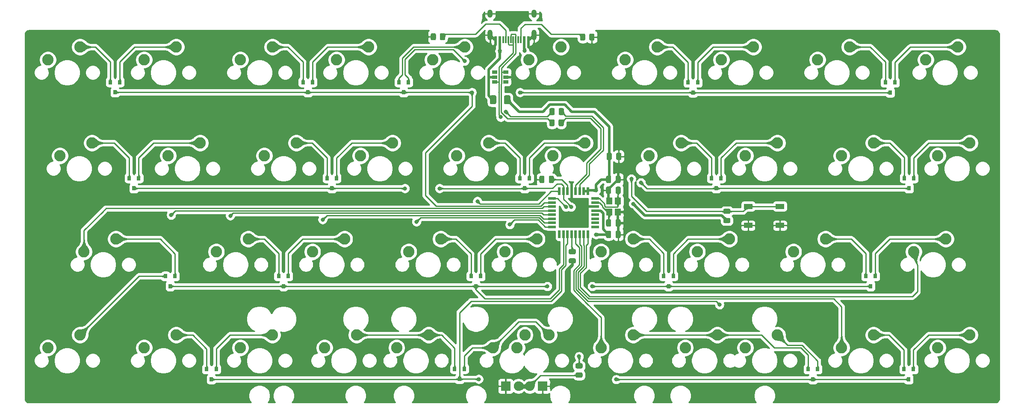
<source format=gbr>
%TF.GenerationSoftware,KiCad,Pcbnew,(5.1.10)-1*%
%TF.CreationDate,2021-08-05T09:17:10+02:00*%
%TF.ProjectId,qez,71657a2e-6b69-4636-9164-5f7063625858,rev?*%
%TF.SameCoordinates,Original*%
%TF.FileFunction,Copper,L2,Bot*%
%TF.FilePolarity,Positive*%
%FSLAX46Y46*%
G04 Gerber Fmt 4.6, Leading zero omitted, Abs format (unit mm)*
G04 Created by KiCad (PCBNEW (5.1.10)-1) date 2021-08-05 09:17:10*
%MOMM*%
%LPD*%
G01*
G04 APERTURE LIST*
%TA.AperFunction,ComponentPad*%
%ADD10C,1.905000*%
%TD*%
%TA.AperFunction,ComponentPad*%
%ADD11R,1.905000X1.905000*%
%TD*%
%TA.AperFunction,ComponentPad*%
%ADD12C,2.250000*%
%TD*%
%TA.AperFunction,SMDPad,CuDef*%
%ADD13R,0.800000X0.900000*%
%TD*%
%TA.AperFunction,SMDPad,CuDef*%
%ADD14R,1.200000X1.400000*%
%TD*%
%TA.AperFunction,ComponentPad*%
%ADD15O,1.000000X1.600000*%
%TD*%
%TA.AperFunction,ComponentPad*%
%ADD16O,1.000000X2.100000*%
%TD*%
%TA.AperFunction,SMDPad,CuDef*%
%ADD17R,0.300000X1.450000*%
%TD*%
%TA.AperFunction,SMDPad,CuDef*%
%ADD18R,0.600000X1.450000*%
%TD*%
%TA.AperFunction,SMDPad,CuDef*%
%ADD19R,1.060000X0.650000*%
%TD*%
%TA.AperFunction,SMDPad,CuDef*%
%ADD20R,0.550000X1.600000*%
%TD*%
%TA.AperFunction,SMDPad,CuDef*%
%ADD21R,1.600000X0.550000*%
%TD*%
%TA.AperFunction,SMDPad,CuDef*%
%ADD22R,1.700000X1.000000*%
%TD*%
%TA.AperFunction,ViaPad*%
%ADD23C,0.800000*%
%TD*%
%TA.AperFunction,Conductor*%
%ADD24C,0.500000*%
%TD*%
%TA.AperFunction,Conductor*%
%ADD25C,0.250000*%
%TD*%
%TA.AperFunction,Conductor*%
%ADD26C,0.100000*%
%TD*%
%TA.AperFunction,Conductor*%
%ADD27C,0.025400*%
%TD*%
G04 APERTURE END LIST*
D10*
%TO.P,MX41,3*%
%TO.N,capsLED*%
X156845000Y-128905000D03*
D11*
%TO.P,MX41,4*%
%TO.N,GND*%
X154305000Y-128905000D03*
D12*
%TO.P,MX41,1*%
%TO.N,caps*%
X151765000Y-121285000D03*
%TO.P,MX41,2*%
%TO.N,col5*%
X158115000Y-118745000D03*
%TD*%
D11*
%TO.P,MX34,4*%
%TO.N,GND*%
X161607500Y-128905000D03*
D10*
%TO.P,MX34,3*%
%TO.N,capsLED*%
X159067500Y-128905000D03*
D12*
%TO.P,MX34,1*%
%TO.N,col5*%
X156527500Y-121285000D03*
%TO.P,MX34,2*%
%TO.N,caps*%
X162877500Y-118745000D03*
%TD*%
%TO.P,MX25,1*%
%TO.N,col4*%
X135096250Y-102235000D03*
%TO.P,MX25,2*%
%TO.N,Net-(D13-Pad2)*%
X141446250Y-99695000D03*
%TD*%
%TO.P,C2,2*%
%TO.N,GND*%
%TA.AperFunction,SMDPad,CuDef*%
G36*
G01*
X176091000Y-88359000D02*
X176091000Y-87409000D01*
G75*
G02*
X176341000Y-87159000I250000J0D01*
G01*
X176841000Y-87159000D01*
G75*
G02*
X177091000Y-87409000I0J-250000D01*
G01*
X177091000Y-88359000D01*
G75*
G02*
X176841000Y-88609000I-250000J0D01*
G01*
X176341000Y-88609000D01*
G75*
G02*
X176091000Y-88359000I0J250000D01*
G01*
G37*
%TD.AperFunction*%
%TO.P,C2,1*%
%TO.N,+5V*%
%TA.AperFunction,SMDPad,CuDef*%
G36*
G01*
X174191000Y-88359000D02*
X174191000Y-87409000D01*
G75*
G02*
X174441000Y-87159000I250000J0D01*
G01*
X174941000Y-87159000D01*
G75*
G02*
X175191000Y-87409000I0J-250000D01*
G01*
X175191000Y-88359000D01*
G75*
G02*
X174941000Y-88609000I-250000J0D01*
G01*
X174441000Y-88609000D01*
G75*
G02*
X174191000Y-88359000I0J250000D01*
G01*
G37*
%TD.AperFunction*%
%TD*%
%TO.P,MX40,2*%
%TO.N,Net-(D18-Pad2)*%
X179546250Y-118745000D03*
%TO.P,MX40,1*%
%TO.N,col6*%
X173196250Y-121285000D03*
%TD*%
%TO.P,MX39,2*%
%TO.N,caps*%
X139065000Y-118745000D03*
%TO.P,MX39,1*%
%TO.N,col3*%
X132715000Y-121285000D03*
%TD*%
%TO.P,MX35,2*%
%TO.N,Net-(D18-Pad2)*%
X196215000Y-118745000D03*
%TO.P,MX35,1*%
%TO.N,col6*%
X189865000Y-121285000D03*
%TD*%
%TO.P,MX33,1*%
%TO.N,col3*%
X118427500Y-121285000D03*
%TO.P,MX33,2*%
%TO.N,caps*%
X124777500Y-118745000D03*
%TD*%
%TO.P,MX28,1*%
%TO.N,col7*%
X192246250Y-102235000D03*
%TO.P,MX28,2*%
%TO.N,Net-(D14-Pad2)*%
X198596250Y-99695000D03*
%TD*%
%TO.P,MX36,2*%
%TO.N,Net-(D18-Pad2)*%
X208121250Y-118745000D03*
%TO.P,MX36,1*%
%TO.N,col7*%
X201771250Y-121285000D03*
%TD*%
%TO.P,MX32,2*%
%TO.N,Net-(D16-Pad2)*%
X108108750Y-118745000D03*
%TO.P,MX32,1*%
%TO.N,col2*%
X101758750Y-121285000D03*
%TD*%
D13*
%TO.P,D17,1*%
%TO.N,row3*%
X145161000Y-127492000D03*
%TO.P,D17,2*%
%TO.N,caps*%
X146111000Y-125492000D03*
X144211000Y-125492000D03*
%TD*%
D12*
%TO.P,MX17,1*%
%TO.N,col6*%
X182721250Y-83185000D03*
%TO.P,MX17,2*%
%TO.N,Net-(D9-Pad2)*%
X189071250Y-80645000D03*
%TD*%
%TO.P,MX14,1*%
%TO.N,col3*%
X125571250Y-83185000D03*
%TO.P,MX14,2*%
%TO.N,Net-(D7-Pad2)*%
X131921250Y-80645000D03*
%TD*%
%TO.P,MX1,2*%
%TO.N,Net-(D1-Pad2)*%
X70008750Y-61595000D03*
%TO.P,MX1,1*%
%TO.N,col0*%
X63658750Y-64135000D03*
%TD*%
%TO.P,MX2,2*%
%TO.N,Net-(D1-Pad2)*%
X89058750Y-61595000D03*
%TO.P,MX2,1*%
%TO.N,col1*%
X82708750Y-64135000D03*
%TD*%
%TO.P,MX3,2*%
%TO.N,Net-(D2-Pad2)*%
X108108750Y-61595000D03*
%TO.P,MX3,1*%
%TO.N,col2*%
X101758750Y-64135000D03*
%TD*%
%TO.P,MX4,2*%
%TO.N,Net-(D2-Pad2)*%
X127158750Y-61595000D03*
%TO.P,MX4,1*%
%TO.N,col3*%
X120808750Y-64135000D03*
%TD*%
%TO.P,MX5,2*%
%TO.N,Net-(D3-Pad2)*%
X146208750Y-61595000D03*
%TO.P,MX5,1*%
%TO.N,col4*%
X139858750Y-64135000D03*
%TD*%
%TO.P,MX6,2*%
%TO.N,Net-(D3-Pad2)*%
X165258750Y-61595000D03*
%TO.P,MX6,1*%
%TO.N,col5*%
X158908750Y-64135000D03*
%TD*%
%TO.P,MX7,2*%
%TO.N,Net-(D4-Pad2)*%
X184308750Y-61595000D03*
%TO.P,MX7,1*%
%TO.N,col6*%
X177958750Y-64135000D03*
%TD*%
%TO.P,MX8,2*%
%TO.N,Net-(D4-Pad2)*%
X203358750Y-61595000D03*
%TO.P,MX8,1*%
%TO.N,col7*%
X197008750Y-64135000D03*
%TD*%
%TO.P,MX9,2*%
%TO.N,Net-(D5-Pad2)*%
X222408750Y-61595000D03*
%TO.P,MX9,1*%
%TO.N,col8*%
X216058750Y-64135000D03*
%TD*%
%TO.P,MX15,1*%
%TO.N,col4*%
X144621250Y-83185000D03*
%TO.P,MX15,2*%
%TO.N,Net-(D8-Pad2)*%
X150971250Y-80645000D03*
%TD*%
%TO.P,MX30,1*%
%TO.N,col9*%
X235108750Y-102235000D03*
%TO.P,MX30,2*%
%TO.N,Net-(D15-Pad2)*%
X241458750Y-99695000D03*
%TD*%
%TO.P,MX21,1*%
%TO.N,col0*%
X70802500Y-102235000D03*
%TO.P,MX21,2*%
%TO.N,Net-(D11-Pad2)*%
X77152500Y-99695000D03*
%TD*%
%TO.P,MX11,1*%
%TO.N,col0*%
X66040000Y-83185000D03*
%TO.P,MX11,2*%
%TO.N,Net-(D6-Pad2)*%
X72390000Y-80645000D03*
%TD*%
%TO.P,MX10,1*%
%TO.N,col9*%
X237490000Y-64135000D03*
%TO.P,MX10,2*%
%TO.N,Net-(D5-Pad2)*%
X243840000Y-61595000D03*
%TD*%
D14*
%TO.P,X1,4*%
%TO.N,GND*%
X174823687Y-92196134D03*
%TO.P,X1,3*%
%TO.N,Net-(C7-Pad1)*%
X174823687Y-94396134D03*
%TO.P,X1,2*%
%TO.N,GND*%
X176523687Y-94396134D03*
%TO.P,X1,1*%
%TO.N,Net-(C6-Pad1)*%
X176523687Y-92196134D03*
%TD*%
D15*
%TO.P,USB1,S1*%
%TO.N,GND*%
X159895000Y-55020500D03*
X151255000Y-55020500D03*
D16*
X151255000Y-59200500D03*
X159895000Y-59200500D03*
D17*
%TO.P,USB1,A6*%
%TO.N,D+*%
X155325000Y-60115500D03*
%TO.P,USB1,B5*%
%TO.N,Net-(R2-Pad2)*%
X157325000Y-60115500D03*
%TO.P,USB1,A8*%
%TO.N,Net-(USB1-PadA8)*%
X156825000Y-60115500D03*
%TO.P,USB1,B6*%
%TO.N,D+*%
X156325000Y-60115500D03*
%TO.P,USB1,A7*%
%TO.N,D-*%
X155825000Y-60115500D03*
%TO.P,USB1,B7*%
X154825000Y-60115500D03*
%TO.P,USB1,A5*%
%TO.N,Net-(R1-Pad2)*%
X154325000Y-60115500D03*
%TO.P,USB1,B8*%
%TO.N,Net-(USB1-PadB8)*%
X153825000Y-60115500D03*
D18*
%TO.P,USB1,A12*%
%TO.N,GND*%
X158825000Y-60115500D03*
%TO.P,USB1,B4*%
%TO.N,VCC*%
X158025000Y-60115500D03*
%TO.P,USB1,A4*%
X153125000Y-60115500D03*
%TO.P,USB1,A1*%
%TO.N,GND*%
X152325000Y-60115500D03*
%TO.P,USB1,B12*%
X152325000Y-60115500D03*
%TO.P,USB1,B9*%
%TO.N,VCC*%
X153125000Y-60115500D03*
%TO.P,USB1,A9*%
X158025000Y-60115500D03*
%TO.P,USB1,B1*%
%TO.N,GND*%
X158825000Y-60115500D03*
%TD*%
D19*
%TO.P,U2,5*%
%TO.N,VCC*%
X152125500Y-67564000D03*
%TO.P,U2,6*%
%TO.N,Net-(U2-Pad6)*%
X152125500Y-66614000D03*
%TO.P,U2,4*%
%TO.N,D-*%
X152125500Y-68514000D03*
%TO.P,U2,3*%
%TO.N,Net-(U2-Pad3)*%
X154325500Y-68514000D03*
%TO.P,U2,2*%
%TO.N,GND*%
X154325500Y-67564000D03*
%TO.P,U2,1*%
%TO.N,D+*%
X154325500Y-66614000D03*
%TD*%
D20*
%TO.P,U1,32*%
%TO.N,+5V*%
X170567000Y-90238000D03*
%TO.P,U1,31*%
X169767000Y-90238000D03*
%TO.P,U1,30*%
%TO.N,Net-(R4-Pad2)*%
X168967000Y-90238000D03*
%TO.P,U1,29*%
%TO.N,Net-(R3-Pad2)*%
X168167000Y-90238000D03*
%TO.P,U1,28*%
%TO.N,GND*%
X167367000Y-90238000D03*
%TO.P,U1,27*%
%TO.N,Net-(C5-Pad1)*%
X166567000Y-90238000D03*
%TO.P,U1,26*%
%TO.N,row1*%
X165767000Y-90238000D03*
%TO.P,U1,25*%
%TO.N,Net-(R7-Pad2)*%
X164967000Y-90238000D03*
D21*
%TO.P,U1,24*%
%TO.N,Net-(R6-Pad1)*%
X163517000Y-91688000D03*
%TO.P,U1,23*%
%TO.N,row0*%
X163517000Y-92488000D03*
%TO.P,U1,22*%
%TO.N,col0*%
X163517000Y-93288000D03*
%TO.P,U1,21*%
%TO.N,col1*%
X163517000Y-94088000D03*
%TO.P,U1,20*%
%TO.N,col2*%
X163517000Y-94888000D03*
%TO.P,U1,19*%
%TO.N,col3*%
X163517000Y-95688000D03*
%TO.P,U1,18*%
%TO.N,col4*%
X163517000Y-96488000D03*
%TO.P,U1,17*%
%TO.N,col5*%
X163517000Y-97288000D03*
D20*
%TO.P,U1,16*%
%TO.N,Net-(U1-Pad16)*%
X164967000Y-98738000D03*
%TO.P,U1,15*%
%TO.N,row2*%
X165767000Y-98738000D03*
%TO.P,U1,14*%
%TO.N,row3*%
X166567000Y-98738000D03*
%TO.P,U1,13*%
%TO.N,Net-(R5-Pad2)*%
X167367000Y-98738000D03*
%TO.P,U1,12*%
%TO.N,col6*%
X168167000Y-98738000D03*
%TO.P,U1,11*%
%TO.N,col7*%
X168967000Y-98738000D03*
%TO.P,U1,10*%
%TO.N,col8*%
X169767000Y-98738000D03*
%TO.P,U1,9*%
%TO.N,col9*%
X170567000Y-98738000D03*
D21*
%TO.P,U1,8*%
%TO.N,Net-(U1-Pad8)*%
X172017000Y-97288000D03*
%TO.P,U1,7*%
%TO.N,Net-(U1-Pad7)*%
X172017000Y-96488000D03*
%TO.P,U1,6*%
%TO.N,Net-(U1-Pad6)*%
X172017000Y-95688000D03*
%TO.P,U1,5*%
%TO.N,Net-(U1-Pad5)*%
X172017000Y-94888000D03*
%TO.P,U1,4*%
%TO.N,+5V*%
X172017000Y-94088000D03*
%TO.P,U1,3*%
%TO.N,GND*%
X172017000Y-93288000D03*
%TO.P,U1,2*%
%TO.N,Net-(C7-Pad1)*%
X172017000Y-92488000D03*
%TO.P,U1,1*%
%TO.N,Net-(C6-Pad1)*%
X172017000Y-91688000D03*
%TD*%
D22*
%TO.P,RESET,2*%
%TO.N,Net-(R6-Pad1)*%
X208636000Y-93223000D03*
X202336000Y-93223000D03*
%TO.P,RESET,1*%
%TO.N,GND*%
X208636000Y-97023000D03*
X202336000Y-97023000D03*
%TD*%
%TO.P,R7,2*%
%TO.N,Net-(R7-Pad2)*%
%TA.AperFunction,SMDPad,CuDef*%
G36*
G01*
X169296502Y-125393500D02*
X168396498Y-125393500D01*
G75*
G02*
X168146500Y-125143502I0J249998D01*
G01*
X168146500Y-124618498D01*
G75*
G02*
X168396498Y-124368500I249998J0D01*
G01*
X169296502Y-124368500D01*
G75*
G02*
X169546500Y-124618498I0J-249998D01*
G01*
X169546500Y-125143502D01*
G75*
G02*
X169296502Y-125393500I-249998J0D01*
G01*
G37*
%TD.AperFunction*%
%TO.P,R7,1*%
%TO.N,capsLED*%
%TA.AperFunction,SMDPad,CuDef*%
G36*
G01*
X169296502Y-127218500D02*
X168396498Y-127218500D01*
G75*
G02*
X168146500Y-126968502I0J249998D01*
G01*
X168146500Y-126443498D01*
G75*
G02*
X168396498Y-126193500I249998J0D01*
G01*
X169296502Y-126193500D01*
G75*
G02*
X169546500Y-126443498I0J-249998D01*
G01*
X169546500Y-126968502D01*
G75*
G02*
X169296502Y-127218500I-249998J0D01*
G01*
G37*
%TD.AperFunction*%
%TD*%
%TO.P,R6,1*%
%TO.N,Net-(R6-Pad1)*%
%TA.AperFunction,SMDPad,CuDef*%
G36*
G01*
X197669998Y-93698000D02*
X198570002Y-93698000D01*
G75*
G02*
X198820000Y-93947998I0J-249998D01*
G01*
X198820000Y-94473002D01*
G75*
G02*
X198570002Y-94723000I-249998J0D01*
G01*
X197669998Y-94723000D01*
G75*
G02*
X197420000Y-94473002I0J249998D01*
G01*
X197420000Y-93947998D01*
G75*
G02*
X197669998Y-93698000I249998J0D01*
G01*
G37*
%TD.AperFunction*%
%TO.P,R6,2*%
%TO.N,+5V*%
%TA.AperFunction,SMDPad,CuDef*%
G36*
G01*
X197669998Y-95523000D02*
X198570002Y-95523000D01*
G75*
G02*
X198820000Y-95772998I0J-249998D01*
G01*
X198820000Y-96298002D01*
G75*
G02*
X198570002Y-96548000I-249998J0D01*
G01*
X197669998Y-96548000D01*
G75*
G02*
X197420000Y-96298002I0J249998D01*
G01*
X197420000Y-95772998D01*
G75*
G02*
X197669998Y-95523000I249998J0D01*
G01*
G37*
%TD.AperFunction*%
%TD*%
%TO.P,R5,2*%
%TO.N,Net-(R5-Pad2)*%
%TA.AperFunction,SMDPad,CuDef*%
G36*
G01*
X167963002Y-102724000D02*
X167062998Y-102724000D01*
G75*
G02*
X166813000Y-102474002I0J249998D01*
G01*
X166813000Y-101948998D01*
G75*
G02*
X167062998Y-101699000I249998J0D01*
G01*
X167963002Y-101699000D01*
G75*
G02*
X168213000Y-101948998I0J-249998D01*
G01*
X168213000Y-102474002D01*
G75*
G02*
X167963002Y-102724000I-249998J0D01*
G01*
G37*
%TD.AperFunction*%
%TO.P,R5,1*%
%TO.N,GND*%
%TA.AperFunction,SMDPad,CuDef*%
G36*
G01*
X167963002Y-104549000D02*
X167062998Y-104549000D01*
G75*
G02*
X166813000Y-104299002I0J249998D01*
G01*
X166813000Y-103773998D01*
G75*
G02*
X167062998Y-103524000I249998J0D01*
G01*
X167963002Y-103524000D01*
G75*
G02*
X168213000Y-103773998I0J-249998D01*
G01*
X168213000Y-104299002D01*
G75*
G02*
X167963002Y-104549000I-249998J0D01*
G01*
G37*
%TD.AperFunction*%
%TD*%
%TO.P,R4,2*%
%TO.N,Net-(R4-Pad2)*%
%TA.AperFunction,SMDPad,CuDef*%
G36*
G01*
X164825000Y-74872002D02*
X164825000Y-73971998D01*
G75*
G02*
X165074998Y-73722000I249998J0D01*
G01*
X165600002Y-73722000D01*
G75*
G02*
X165850000Y-73971998I0J-249998D01*
G01*
X165850000Y-74872002D01*
G75*
G02*
X165600002Y-75122000I-249998J0D01*
G01*
X165074998Y-75122000D01*
G75*
G02*
X164825000Y-74872002I0J249998D01*
G01*
G37*
%TD.AperFunction*%
%TO.P,R4,1*%
%TO.N,D-*%
%TA.AperFunction,SMDPad,CuDef*%
G36*
G01*
X163000000Y-74872002D02*
X163000000Y-73971998D01*
G75*
G02*
X163249998Y-73722000I249998J0D01*
G01*
X163775002Y-73722000D01*
G75*
G02*
X164025000Y-73971998I0J-249998D01*
G01*
X164025000Y-74872002D01*
G75*
G02*
X163775002Y-75122000I-249998J0D01*
G01*
X163249998Y-75122000D01*
G75*
G02*
X163000000Y-74872002I0J249998D01*
G01*
G37*
%TD.AperFunction*%
%TD*%
%TO.P,R3,2*%
%TO.N,Net-(R3-Pad2)*%
%TA.AperFunction,SMDPad,CuDef*%
G36*
G01*
X164801500Y-77094502D02*
X164801500Y-76194498D01*
G75*
G02*
X165051498Y-75944500I249998J0D01*
G01*
X165576502Y-75944500D01*
G75*
G02*
X165826500Y-76194498I0J-249998D01*
G01*
X165826500Y-77094502D01*
G75*
G02*
X165576502Y-77344500I-249998J0D01*
G01*
X165051498Y-77344500D01*
G75*
G02*
X164801500Y-77094502I0J249998D01*
G01*
G37*
%TD.AperFunction*%
%TO.P,R3,1*%
%TO.N,D+*%
%TA.AperFunction,SMDPad,CuDef*%
G36*
G01*
X162976500Y-77094502D02*
X162976500Y-76194498D01*
G75*
G02*
X163226498Y-75944500I249998J0D01*
G01*
X163751502Y-75944500D01*
G75*
G02*
X164001500Y-76194498I0J-249998D01*
G01*
X164001500Y-77094502D01*
G75*
G02*
X163751502Y-77344500I-249998J0D01*
G01*
X163226498Y-77344500D01*
G75*
G02*
X162976500Y-77094502I0J249998D01*
G01*
G37*
%TD.AperFunction*%
%TD*%
%TO.P,R2,2*%
%TO.N,Net-(R2-Pad2)*%
%TA.AperFunction,SMDPad,CuDef*%
G36*
G01*
X170074000Y-59176498D02*
X170074000Y-60076502D01*
G75*
G02*
X169824002Y-60326500I-249998J0D01*
G01*
X169298998Y-60326500D01*
G75*
G02*
X169049000Y-60076502I0J249998D01*
G01*
X169049000Y-59176498D01*
G75*
G02*
X169298998Y-58926500I249998J0D01*
G01*
X169824002Y-58926500D01*
G75*
G02*
X170074000Y-59176498I0J-249998D01*
G01*
G37*
%TD.AperFunction*%
%TO.P,R2,1*%
%TO.N,GND*%
%TA.AperFunction,SMDPad,CuDef*%
G36*
G01*
X171899000Y-59176498D02*
X171899000Y-60076502D01*
G75*
G02*
X171649002Y-60326500I-249998J0D01*
G01*
X171123998Y-60326500D01*
G75*
G02*
X170874000Y-60076502I0J249998D01*
G01*
X170874000Y-59176498D01*
G75*
G02*
X171123998Y-58926500I249998J0D01*
G01*
X171649002Y-58926500D01*
G75*
G02*
X171899000Y-59176498I0J-249998D01*
G01*
G37*
%TD.AperFunction*%
%TD*%
%TO.P,R1,2*%
%TO.N,Net-(R1-Pad2)*%
%TA.AperFunction,SMDPad,CuDef*%
G36*
G01*
X141306500Y-60013002D02*
X141306500Y-59112998D01*
G75*
G02*
X141556498Y-58863000I249998J0D01*
G01*
X142081502Y-58863000D01*
G75*
G02*
X142331500Y-59112998I0J-249998D01*
G01*
X142331500Y-60013002D01*
G75*
G02*
X142081502Y-60263000I-249998J0D01*
G01*
X141556498Y-60263000D01*
G75*
G02*
X141306500Y-60013002I0J249998D01*
G01*
G37*
%TD.AperFunction*%
%TO.P,R1,1*%
%TO.N,GND*%
%TA.AperFunction,SMDPad,CuDef*%
G36*
G01*
X139481500Y-60013002D02*
X139481500Y-59112998D01*
G75*
G02*
X139731498Y-58863000I249998J0D01*
G01*
X140256502Y-58863000D01*
G75*
G02*
X140506500Y-59112998I0J-249998D01*
G01*
X140506500Y-60013002D01*
G75*
G02*
X140256502Y-60263000I-249998J0D01*
G01*
X139731498Y-60263000D01*
G75*
G02*
X139481500Y-60013002I0J249998D01*
G01*
G37*
%TD.AperFunction*%
%TD*%
D12*
%TO.P,MX38,1*%
%TO.N,col9*%
X239871250Y-121285000D03*
%TO.P,MX38,2*%
%TO.N,Net-(D19-Pad2)*%
X246221250Y-118745000D03*
%TD*%
%TO.P,MX37,1*%
%TO.N,col8*%
X220821250Y-121285000D03*
%TO.P,MX37,2*%
%TO.N,Net-(D19-Pad2)*%
X227171250Y-118745000D03*
%TD*%
%TO.P,MX31,1*%
%TO.N,col1*%
X82708750Y-121285000D03*
%TO.P,MX31,2*%
%TO.N,Net-(D16-Pad2)*%
X89058750Y-118745000D03*
%TD*%
%TO.P,MX29,1*%
%TO.N,col8*%
X211296250Y-102235000D03*
%TO.P,MX29,2*%
%TO.N,Net-(D15-Pad2)*%
X217646250Y-99695000D03*
%TD*%
%TO.P,MX27,1*%
%TO.N,col6*%
X173196250Y-102235000D03*
%TO.P,MX27,2*%
%TO.N,Net-(D14-Pad2)*%
X179546250Y-99695000D03*
%TD*%
%TO.P,MX26,1*%
%TO.N,col5*%
X154146250Y-102235000D03*
%TO.P,MX26,2*%
%TO.N,Net-(D13-Pad2)*%
X160496250Y-99695000D03*
%TD*%
%TO.P,MX24,1*%
%TO.N,col3*%
X116046250Y-102235000D03*
%TO.P,MX24,2*%
%TO.N,Net-(D12-Pad2)*%
X122396250Y-99695000D03*
%TD*%
%TO.P,MX23,1*%
%TO.N,col2*%
X96996250Y-102235000D03*
%TO.P,MX23,2*%
%TO.N,Net-(D12-Pad2)*%
X103346250Y-99695000D03*
%TD*%
%TO.P,MX22,1*%
%TO.N,col1*%
X63658750Y-121285000D03*
%TO.P,MX22,2*%
%TO.N,Net-(D11-Pad2)*%
X70008750Y-118745000D03*
%TD*%
%TO.P,MX20,1*%
%TO.N,col9*%
X239871250Y-83185000D03*
%TO.P,MX20,2*%
%TO.N,Net-(D10-Pad2)*%
X246221250Y-80645000D03*
%TD*%
%TO.P,MX19,1*%
%TO.N,col8*%
X220821250Y-83185000D03*
%TO.P,MX19,2*%
%TO.N,Net-(D10-Pad2)*%
X227171250Y-80645000D03*
%TD*%
%TO.P,MX18,1*%
%TO.N,col7*%
X201771250Y-83185000D03*
%TO.P,MX18,2*%
%TO.N,Net-(D9-Pad2)*%
X208121250Y-80645000D03*
%TD*%
%TO.P,MX16,1*%
%TO.N,col5*%
X163671250Y-83185000D03*
%TO.P,MX16,2*%
%TO.N,Net-(D8-Pad2)*%
X170021250Y-80645000D03*
%TD*%
%TO.P,MX13,1*%
%TO.N,col2*%
X106521250Y-83185000D03*
%TO.P,MX13,2*%
%TO.N,Net-(D7-Pad2)*%
X112871250Y-80645000D03*
%TD*%
%TO.P,MX12,1*%
%TO.N,col1*%
X87471250Y-83185000D03*
%TO.P,MX12,2*%
%TO.N,Net-(D6-Pad2)*%
X93821250Y-80645000D03*
%TD*%
%TO.P,F1,2*%
%TO.N,VCC*%
%TA.AperFunction,SMDPad,CuDef*%
G36*
G01*
X152450500Y-71447500D02*
X152450500Y-72697500D01*
G75*
G02*
X152200500Y-72947500I-250000J0D01*
G01*
X151450500Y-72947500D01*
G75*
G02*
X151200500Y-72697500I0J250000D01*
G01*
X151200500Y-71447500D01*
G75*
G02*
X151450500Y-71197500I250000J0D01*
G01*
X152200500Y-71197500D01*
G75*
G02*
X152450500Y-71447500I0J-250000D01*
G01*
G37*
%TD.AperFunction*%
%TO.P,F1,1*%
%TO.N,+5V*%
%TA.AperFunction,SMDPad,CuDef*%
G36*
G01*
X155250500Y-71447500D02*
X155250500Y-72697500D01*
G75*
G02*
X155000500Y-72947500I-250000J0D01*
G01*
X154250500Y-72947500D01*
G75*
G02*
X154000500Y-72697500I0J250000D01*
G01*
X154000500Y-71447500D01*
G75*
G02*
X154250500Y-71197500I250000J0D01*
G01*
X155000500Y-71197500D01*
G75*
G02*
X155250500Y-71447500I0J-250000D01*
G01*
G37*
%TD.AperFunction*%
%TD*%
D13*
%TO.P,D19,1*%
%TO.N,row3*%
X234124500Y-127555500D03*
%TO.P,D19,2*%
%TO.N,Net-(D19-Pad2)*%
X235074500Y-125555500D03*
X233174500Y-125555500D03*
%TD*%
%TO.P,D18,1*%
%TO.N,row3*%
X215138000Y-127555500D03*
%TO.P,D18,2*%
%TO.N,Net-(D18-Pad2)*%
X216088000Y-125555500D03*
X214188000Y-125555500D03*
%TD*%
%TO.P,D16,1*%
%TO.N,row3*%
X96043750Y-127555500D03*
%TO.P,D16,2*%
%TO.N,Net-(D16-Pad2)*%
X96993750Y-125555500D03*
X95093750Y-125555500D03*
%TD*%
%TO.P,D15,1*%
%TO.N,row2*%
X226568000Y-109077000D03*
%TO.P,D15,2*%
%TO.N,Net-(D15-Pad2)*%
X227518000Y-107077000D03*
X225618000Y-107077000D03*
%TD*%
%TO.P,D14,1*%
%TO.N,row2*%
X186563000Y-109077000D03*
%TO.P,D14,2*%
%TO.N,Net-(D14-Pad2)*%
X187513000Y-107077000D03*
X185613000Y-107077000D03*
%TD*%
%TO.P,D13,1*%
%TO.N,row2*%
X148399500Y-109077000D03*
%TO.P,D13,2*%
%TO.N,Net-(D13-Pad2)*%
X149349500Y-107077000D03*
X147449500Y-107077000D03*
%TD*%
%TO.P,D12,1*%
%TO.N,row2*%
X110299500Y-109077000D03*
%TO.P,D12,2*%
%TO.N,Net-(D12-Pad2)*%
X111249500Y-107077000D03*
X109349500Y-107077000D03*
%TD*%
%TO.P,D11,1*%
%TO.N,row2*%
X87884000Y-109077000D03*
%TO.P,D11,2*%
%TO.N,Net-(D11-Pad2)*%
X88834000Y-107077000D03*
X86934000Y-107077000D03*
%TD*%
%TO.P,D10,1*%
%TO.N,row1*%
X234188000Y-89646000D03*
%TO.P,D10,2*%
%TO.N,Net-(D10-Pad2)*%
X235138000Y-87646000D03*
X233238000Y-87646000D03*
%TD*%
%TO.P,D9,1*%
%TO.N,row1*%
X196024500Y-89646000D03*
%TO.P,D9,2*%
%TO.N,Net-(D9-Pad2)*%
X196974500Y-87646000D03*
X195074500Y-87646000D03*
%TD*%
%TO.P,D8,1*%
%TO.N,row1*%
X158051500Y-89646000D03*
%TO.P,D8,2*%
%TO.N,Net-(D8-Pad2)*%
X159001500Y-87646000D03*
X157101500Y-87646000D03*
%TD*%
%TO.P,D7,1*%
%TO.N,row1*%
X119888000Y-89646000D03*
%TO.P,D7,2*%
%TO.N,Net-(D7-Pad2)*%
X120838000Y-87646000D03*
X118938000Y-87646000D03*
%TD*%
%TO.P,D6,1*%
%TO.N,row1*%
X80708500Y-89646000D03*
%TO.P,D6,2*%
%TO.N,Net-(D6-Pad2)*%
X81658500Y-87646000D03*
X79758500Y-87646000D03*
%TD*%
%TO.P,D5,1*%
%TO.N,row0*%
X230441500Y-70659500D03*
%TO.P,D5,2*%
%TO.N,Net-(D5-Pad2)*%
X231391500Y-68659500D03*
X229491500Y-68659500D03*
%TD*%
%TO.P,D4,1*%
%TO.N,row0*%
X191389000Y-70659500D03*
%TO.P,D4,2*%
%TO.N,Net-(D4-Pad2)*%
X192339000Y-68659500D03*
X190439000Y-68659500D03*
%TD*%
%TO.P,D3,1*%
%TO.N,row0*%
X134112000Y-70596000D03*
%TO.P,D3,2*%
%TO.N,Net-(D3-Pad2)*%
X135062000Y-68596000D03*
X133162000Y-68596000D03*
%TD*%
%TO.P,D2,1*%
%TO.N,row0*%
X115125500Y-70596000D03*
%TO.P,D2,2*%
%TO.N,Net-(D2-Pad2)*%
X116075500Y-68596000D03*
X114175500Y-68596000D03*
%TD*%
%TO.P,D1,1*%
%TO.N,row0*%
X76962000Y-70596000D03*
%TO.P,D1,2*%
%TO.N,Net-(D1-Pad2)*%
X77912000Y-68596000D03*
X76012000Y-68596000D03*
%TD*%
%TO.P,C7,2*%
%TO.N,GND*%
%TA.AperFunction,SMDPad,CuDef*%
G36*
G01*
X176091000Y-96995000D02*
X176091000Y-96045000D01*
G75*
G02*
X176341000Y-95795000I250000J0D01*
G01*
X176841000Y-95795000D01*
G75*
G02*
X177091000Y-96045000I0J-250000D01*
G01*
X177091000Y-96995000D01*
G75*
G02*
X176841000Y-97245000I-250000J0D01*
G01*
X176341000Y-97245000D01*
G75*
G02*
X176091000Y-96995000I0J250000D01*
G01*
G37*
%TD.AperFunction*%
%TO.P,C7,1*%
%TO.N,Net-(C7-Pad1)*%
%TA.AperFunction,SMDPad,CuDef*%
G36*
G01*
X174191000Y-96995000D02*
X174191000Y-96045000D01*
G75*
G02*
X174441000Y-95795000I250000J0D01*
G01*
X174941000Y-95795000D01*
G75*
G02*
X175191000Y-96045000I0J-250000D01*
G01*
X175191000Y-96995000D01*
G75*
G02*
X174941000Y-97245000I-250000J0D01*
G01*
X174441000Y-97245000D01*
G75*
G02*
X174191000Y-96995000I0J250000D01*
G01*
G37*
%TD.AperFunction*%
%TD*%
%TO.P,C6,2*%
%TO.N,GND*%
%TA.AperFunction,SMDPad,CuDef*%
G36*
G01*
X175191000Y-89568000D02*
X175191000Y-90518000D01*
G75*
G02*
X174941000Y-90768000I-250000J0D01*
G01*
X174441000Y-90768000D01*
G75*
G02*
X174191000Y-90518000I0J250000D01*
G01*
X174191000Y-89568000D01*
G75*
G02*
X174441000Y-89318000I250000J0D01*
G01*
X174941000Y-89318000D01*
G75*
G02*
X175191000Y-89568000I0J-250000D01*
G01*
G37*
%TD.AperFunction*%
%TO.P,C6,1*%
%TO.N,Net-(C6-Pad1)*%
%TA.AperFunction,SMDPad,CuDef*%
G36*
G01*
X177091000Y-89568000D02*
X177091000Y-90518000D01*
G75*
G02*
X176841000Y-90768000I-250000J0D01*
G01*
X176341000Y-90768000D01*
G75*
G02*
X176091000Y-90518000I0J250000D01*
G01*
X176091000Y-89568000D01*
G75*
G02*
X176341000Y-89318000I250000J0D01*
G01*
X176841000Y-89318000D01*
G75*
G02*
X177091000Y-89568000I0J-250000D01*
G01*
G37*
%TD.AperFunction*%
%TD*%
%TO.P,C5,2*%
%TO.N,GND*%
%TA.AperFunction,SMDPad,CuDef*%
G36*
G01*
X161983000Y-87409000D02*
X161983000Y-88359000D01*
G75*
G02*
X161733000Y-88609000I-250000J0D01*
G01*
X161233000Y-88609000D01*
G75*
G02*
X160983000Y-88359000I0J250000D01*
G01*
X160983000Y-87409000D01*
G75*
G02*
X161233000Y-87159000I250000J0D01*
G01*
X161733000Y-87159000D01*
G75*
G02*
X161983000Y-87409000I0J-250000D01*
G01*
G37*
%TD.AperFunction*%
%TO.P,C5,1*%
%TO.N,Net-(C5-Pad1)*%
%TA.AperFunction,SMDPad,CuDef*%
G36*
G01*
X163883000Y-87409000D02*
X163883000Y-88359000D01*
G75*
G02*
X163633000Y-88609000I-250000J0D01*
G01*
X163133000Y-88609000D01*
G75*
G02*
X162883000Y-88359000I0J250000D01*
G01*
X162883000Y-87409000D01*
G75*
G02*
X163133000Y-87159000I250000J0D01*
G01*
X163633000Y-87159000D01*
G75*
G02*
X163883000Y-87409000I0J-250000D01*
G01*
G37*
%TD.AperFunction*%
%TD*%
%TO.P,C3,2*%
%TO.N,GND*%
%TA.AperFunction,SMDPad,CuDef*%
G36*
G01*
X176091000Y-99281000D02*
X176091000Y-98331000D01*
G75*
G02*
X176341000Y-98081000I250000J0D01*
G01*
X176841000Y-98081000D01*
G75*
G02*
X177091000Y-98331000I0J-250000D01*
G01*
X177091000Y-99281000D01*
G75*
G02*
X176841000Y-99531000I-250000J0D01*
G01*
X176341000Y-99531000D01*
G75*
G02*
X176091000Y-99281000I0J250000D01*
G01*
G37*
%TD.AperFunction*%
%TO.P,C3,1*%
%TO.N,+5V*%
%TA.AperFunction,SMDPad,CuDef*%
G36*
G01*
X174191000Y-99281000D02*
X174191000Y-98331000D01*
G75*
G02*
X174441000Y-98081000I250000J0D01*
G01*
X174941000Y-98081000D01*
G75*
G02*
X175191000Y-98331000I0J-250000D01*
G01*
X175191000Y-99281000D01*
G75*
G02*
X174941000Y-99531000I-250000J0D01*
G01*
X174441000Y-99531000D01*
G75*
G02*
X174191000Y-99281000I0J250000D01*
G01*
G37*
%TD.AperFunction*%
%TD*%
%TO.P,C1,2*%
%TO.N,GND*%
%TA.AperFunction,SMDPad,CuDef*%
G36*
G01*
X176218000Y-83787000D02*
X176218000Y-82837000D01*
G75*
G02*
X176468000Y-82587000I250000J0D01*
G01*
X176968000Y-82587000D01*
G75*
G02*
X177218000Y-82837000I0J-250000D01*
G01*
X177218000Y-83787000D01*
G75*
G02*
X176968000Y-84037000I-250000J0D01*
G01*
X176468000Y-84037000D01*
G75*
G02*
X176218000Y-83787000I0J250000D01*
G01*
G37*
%TD.AperFunction*%
%TO.P,C1,1*%
%TO.N,+5V*%
%TA.AperFunction,SMDPad,CuDef*%
G36*
G01*
X174318000Y-83787000D02*
X174318000Y-82837000D01*
G75*
G02*
X174568000Y-82587000I250000J0D01*
G01*
X175068000Y-82587000D01*
G75*
G02*
X175318000Y-82837000I0J-250000D01*
G01*
X175318000Y-83787000D01*
G75*
G02*
X175068000Y-84037000I-250000J0D01*
G01*
X174568000Y-84037000D01*
G75*
G02*
X174318000Y-83787000I0J250000D01*
G01*
G37*
%TD.AperFunction*%
%TD*%
D23*
%TO.N,GND*%
X167513000Y-95250000D03*
%TO.N,+5V*%
X172212000Y-98806000D03*
X172212000Y-90043000D03*
X179578000Y-92710000D03*
%TO.N,row0*%
X147637500Y-70612000D03*
X157162500Y-70612000D03*
%TO.N,Net-(D3-Pad2)*%
X146177000Y-64389000D03*
%TO.N,row1*%
X167259000Y-93345000D03*
X134366000Y-89662000D03*
X141224000Y-89662000D03*
X181102000Y-88519000D03*
%TO.N,row2*%
X162560000Y-109093000D03*
X171450000Y-109093000D03*
%TO.N,row3*%
X176212500Y-127571500D03*
X148971000Y-127508000D03*
%TO.N,VCC*%
X158051500Y-62357000D03*
X153125000Y-62394000D03*
%TO.N,col1*%
X88074500Y-94932500D03*
%TO.N,col2*%
X99790250Y-95091250D03*
%TO.N,col3*%
X118078250Y-95853250D03*
%TO.N,col4*%
X136652000Y-96266000D03*
%TO.N,col5*%
X155130500Y-96837500D03*
%TO.N,col7*%
X196659500Y-112712500D03*
%TO.N,D-*%
X153347847Y-75506153D03*
X154373153Y-74480847D03*
%TO.N,Net-(R6-Pad1)*%
X166243000Y-93345000D03*
X179197000Y-87757000D03*
%TO.N,Net-(R7-Pad2)*%
X148717000Y-92202000D03*
X168846500Y-122999500D03*
%TD*%
D24*
%TO.N,GND*%
X152170000Y-60115500D02*
X151255000Y-59200500D01*
X152325000Y-60115500D02*
X152170000Y-60115500D01*
X158980000Y-60115500D02*
X159895000Y-59200500D01*
X158825000Y-60115500D02*
X158980000Y-60115500D01*
X158825000Y-60115500D02*
X158825000Y-61647000D01*
X152325000Y-60115500D02*
X152325000Y-61162000D01*
X152325000Y-61162000D02*
X151828500Y-61658500D01*
X154325500Y-67564000D02*
X155575000Y-67564000D01*
X176591000Y-96647000D02*
X176591000Y-96586000D01*
X176523687Y-96518687D02*
X176523687Y-94396134D01*
X176591000Y-96586000D02*
X176523687Y-96518687D01*
X172017000Y-93288000D02*
X170618000Y-93288000D01*
X167367000Y-90238000D02*
X167367000Y-88792000D01*
X167367000Y-90238000D02*
X167367000Y-91548000D01*
X174691000Y-92063447D02*
X174823687Y-92196134D01*
X174691000Y-90043000D02*
X174691000Y-92063447D01*
X167513000Y-104036500D02*
X167513000Y-104902000D01*
X167513000Y-104036500D02*
X167513000Y-104775000D01*
X167513000Y-104775000D02*
X166370000Y-105918000D01*
X176591000Y-98806000D02*
X176591000Y-96520000D01*
X174691000Y-89784000D02*
X176591000Y-87884000D01*
X174691000Y-90043000D02*
X174691000Y-89784000D01*
X176591000Y-87884000D02*
X176591000Y-86675000D01*
X176523687Y-94396134D02*
X177835134Y-94396134D01*
X176591000Y-96520000D02*
X177800000Y-96520000D01*
%TO.N,+5V*%
X170567000Y-90238000D02*
X169767000Y-90238000D01*
X174691000Y-98806000D02*
X172212000Y-98806000D01*
X173609000Y-97724000D02*
X173609000Y-94594998D01*
X173609000Y-94594998D02*
X173102002Y-94088000D01*
X173102002Y-94088000D02*
X172017000Y-94088000D01*
X174691000Y-98806000D02*
X173609000Y-97724000D01*
X170762000Y-90043000D02*
X170567000Y-90238000D01*
X172212000Y-90043000D02*
X170762000Y-90043000D01*
X174818000Y-87757000D02*
X174691000Y-87884000D01*
X174818000Y-83312000D02*
X174818000Y-87757000D01*
X179578000Y-92710000D02*
X181864000Y-94996000D01*
X197080500Y-94996000D02*
X198120000Y-96035500D01*
X181864000Y-94996000D02*
X197080500Y-94996000D01*
X174691000Y-87884000D02*
X173228000Y-87884000D01*
X172212000Y-88900000D02*
X172212000Y-90043000D01*
X173228000Y-87884000D02*
X172212000Y-88900000D01*
X174818000Y-83312000D02*
X174818000Y-77409000D01*
X171831000Y-74422000D02*
X167386000Y-74422000D01*
X174818000Y-77409000D02*
X171831000Y-74422000D01*
X167386000Y-74422000D02*
X165989000Y-73025000D01*
X165989000Y-73025000D02*
X163068000Y-73025000D01*
X163068000Y-73025000D02*
X161671000Y-74422000D01*
X156975000Y-74422000D02*
X154625500Y-72072500D01*
X161671000Y-74422000D02*
X156975000Y-74422000D01*
D25*
%TO.N,Net-(C5-Pad1)*%
X166567000Y-89044000D02*
X166567000Y-90238000D01*
X165407000Y-87884000D02*
X166567000Y-89044000D01*
X163383000Y-87884000D02*
X165407000Y-87884000D01*
%TO.N,Net-(C6-Pad1)*%
X176523687Y-90110313D02*
X176591000Y-90043000D01*
X176523687Y-92196134D02*
X176523687Y-90110313D01*
X176523687Y-93224313D02*
X176403000Y-93345000D01*
X176523687Y-92196134D02*
X176523687Y-93224313D01*
X174087551Y-93345000D02*
X173898686Y-93156135D01*
X176403000Y-93345000D02*
X174087551Y-93345000D01*
X172877002Y-91688000D02*
X172017000Y-91688000D01*
X173898686Y-92709684D02*
X172877002Y-91688000D01*
X173898686Y-93156135D02*
X173898686Y-92709684D01*
%TO.N,Net-(C7-Pad1)*%
X174504227Y-94777134D02*
X174823686Y-94777134D01*
X172877002Y-92488000D02*
X173448676Y-93059674D01*
X172017000Y-92488000D02*
X172877002Y-92488000D01*
X173448676Y-93342535D02*
X173448676Y-93059674D01*
X174502275Y-94396134D02*
X173448676Y-93342535D01*
X174823687Y-94396134D02*
X174502275Y-94396134D01*
X174691000Y-96520000D02*
X174691000Y-94528821D01*
X174691000Y-94528821D02*
X174823687Y-94396134D01*
%TO.N,row0*%
X76962000Y-70596000D02*
X115125500Y-70596000D01*
X115125500Y-70596000D02*
X134112000Y-70596000D01*
X191389000Y-70659500D02*
X230441500Y-70659500D01*
X147621500Y-70596000D02*
X147637500Y-70612000D01*
X134112000Y-70596000D02*
X147621500Y-70596000D01*
X191341500Y-70612000D02*
X191389000Y-70659500D01*
X157162500Y-70612000D02*
X191341500Y-70612000D01*
X147637500Y-73342500D02*
X147637500Y-70612000D01*
X138430000Y-82550000D02*
X147637500Y-73342500D01*
X138430000Y-91059000D02*
X138430000Y-82550000D01*
X162008770Y-92488000D02*
X161308790Y-93187980D01*
X163517000Y-92488000D02*
X162008770Y-92488000D01*
X140558980Y-93187980D02*
X138430000Y-91059000D01*
X161308790Y-93187980D02*
X140558980Y-93187980D01*
%TO.N,Net-(D1-Pad2)*%
X76012000Y-68596000D02*
X76012000Y-64518500D01*
X73088500Y-61595000D02*
X70008750Y-61595000D01*
X76012000Y-64518500D02*
X73088500Y-61595000D01*
X80835500Y-61595000D02*
X89058750Y-61595000D01*
X77912000Y-68596000D02*
X77912000Y-64518500D01*
X77912000Y-64518500D02*
X80835500Y-61595000D01*
%TO.N,Net-(D2-Pad2)*%
X114175500Y-68596000D02*
X114175500Y-64582000D01*
X111188500Y-61595000D02*
X108108750Y-61595000D01*
X114175500Y-64582000D02*
X111188500Y-61595000D01*
X119062500Y-61595000D02*
X127158750Y-61595000D01*
X116075500Y-68596000D02*
X116075500Y-64582000D01*
X116075500Y-64582000D02*
X119062500Y-61595000D01*
%TO.N,Net-(D3-Pad2)*%
X143891000Y-62103000D02*
X146177000Y-64389000D01*
X135062000Y-68596000D02*
X135062000Y-67752000D01*
X135062000Y-67752000D02*
X134366000Y-67056000D01*
X134366000Y-64008000D02*
X136271000Y-62103000D01*
X134366000Y-67056000D02*
X134366000Y-64008000D01*
X136271000Y-62103000D02*
X143891000Y-62103000D01*
X133162000Y-68596000D02*
X133162000Y-67752000D01*
X133162000Y-67752000D02*
X133858000Y-67056000D01*
X133858000Y-67056000D02*
X133858000Y-63817500D01*
X133858000Y-63817500D02*
X136080500Y-61595000D01*
X136080500Y-61595000D02*
X146208750Y-61595000D01*
%TO.N,Net-(D4-Pad2)*%
X190439000Y-68659500D02*
X190439000Y-64645500D01*
X187388500Y-61595000D02*
X184308750Y-61595000D01*
X190439000Y-64645500D02*
X187388500Y-61595000D01*
X195389500Y-61595000D02*
X203358750Y-61595000D01*
X192339000Y-68659500D02*
X192339000Y-64645500D01*
X192339000Y-64645500D02*
X195389500Y-61595000D01*
%TO.N,Net-(D5-Pad2)*%
X229491500Y-68659500D02*
X229491500Y-64582000D01*
X226504500Y-61595000D02*
X222408750Y-61595000D01*
X229491500Y-64582000D02*
X226504500Y-61595000D01*
X231391500Y-68659500D02*
X231391500Y-64645500D01*
X234442000Y-61595000D02*
X243840000Y-61595000D01*
X231391500Y-64645500D02*
X234442000Y-61595000D01*
%TO.N,row1*%
X234188000Y-89646000D02*
X196024500Y-89646000D01*
X119888000Y-89646000D02*
X80708500Y-89646000D01*
X158051500Y-89646000D02*
X163592000Y-89646000D01*
X163592000Y-89646000D02*
X164465000Y-88773000D01*
X165767000Y-89188000D02*
X165767000Y-90238000D01*
X165352000Y-88773000D02*
X165767000Y-89188000D01*
X164465000Y-88773000D02*
X165352000Y-88773000D01*
X165767000Y-91795998D02*
X167259000Y-93287998D01*
X165767000Y-90238000D02*
X165767000Y-91795998D01*
X167259000Y-93287998D02*
X167259000Y-93345000D01*
X134350000Y-89646000D02*
X134366000Y-89662000D01*
X119888000Y-89646000D02*
X134350000Y-89646000D01*
X158035500Y-89662000D02*
X158051500Y-89646000D01*
X141224000Y-89662000D02*
X158035500Y-89662000D01*
X196008500Y-89662000D02*
X196024500Y-89646000D01*
X182372000Y-89662000D02*
X196008500Y-89662000D01*
X182245000Y-89662000D02*
X182372000Y-89662000D01*
X181102000Y-88519000D02*
X182245000Y-89662000D01*
%TO.N,Net-(D6-Pad2)*%
X79758500Y-87646000D02*
X79758500Y-83632000D01*
X76771500Y-80645000D02*
X72390000Y-80645000D01*
X79758500Y-83632000D02*
X76771500Y-80645000D01*
X81658500Y-87646000D02*
X81658500Y-83568500D01*
X84582000Y-80645000D02*
X93821250Y-80645000D01*
X81658500Y-83568500D02*
X84582000Y-80645000D01*
%TO.N,Net-(D7-Pad2)*%
X118938000Y-87646000D02*
X118938000Y-83568500D01*
X116014500Y-80645000D02*
X112871250Y-80645000D01*
X118938000Y-83568500D02*
X116014500Y-80645000D01*
X120838000Y-87646000D02*
X120838000Y-83632000D01*
X123825000Y-80645000D02*
X131921250Y-80645000D01*
X120838000Y-83632000D02*
X123825000Y-80645000D01*
%TO.N,Net-(D8-Pad2)*%
X157101500Y-87646000D02*
X157101500Y-83568500D01*
X154178000Y-80645000D02*
X150971250Y-80645000D01*
X157101500Y-83568500D02*
X154178000Y-80645000D01*
X159001500Y-87646000D02*
X159001500Y-83632000D01*
X161988500Y-80645000D02*
X170021250Y-80645000D01*
X159001500Y-83632000D02*
X161988500Y-80645000D01*
%TO.N,Net-(D9-Pad2)*%
X195074500Y-87646000D02*
X195074500Y-83632000D01*
X192087500Y-80645000D02*
X189071250Y-80645000D01*
X195074500Y-83632000D02*
X192087500Y-80645000D01*
X196974500Y-87646000D02*
X196974500Y-83632000D01*
X199961500Y-80645000D02*
X208121250Y-80645000D01*
X196974500Y-83632000D02*
X199961500Y-80645000D01*
%TO.N,Net-(D10-Pad2)*%
X233238000Y-87646000D02*
X233238000Y-83505000D01*
X230378000Y-80645000D02*
X227171250Y-80645000D01*
X233238000Y-83505000D02*
X230378000Y-80645000D01*
X235138000Y-87646000D02*
X235138000Y-83568500D01*
X238061500Y-80645000D02*
X246221250Y-80645000D01*
X235138000Y-83568500D02*
X238061500Y-80645000D01*
%TO.N,row2*%
X87884000Y-109077000D02*
X110299500Y-109077000D01*
X186563000Y-109077000D02*
X226568000Y-109077000D01*
X110299500Y-109077000D02*
X148399500Y-109077000D01*
X148399500Y-109077000D02*
X148399500Y-109791500D01*
X148399500Y-109791500D02*
X150171990Y-111563991D01*
X150171990Y-111563991D02*
X163137009Y-111563991D01*
X164903990Y-109797010D02*
X164903991Y-105604599D01*
X163137009Y-111563991D02*
X164903990Y-109797010D01*
X165767000Y-104741590D02*
X165767000Y-98738000D01*
X164903991Y-105604599D02*
X165767000Y-104741590D01*
X162544000Y-109077000D02*
X162560000Y-109093000D01*
X148399500Y-109077000D02*
X162544000Y-109077000D01*
X186547000Y-109093000D02*
X186563000Y-109077000D01*
X171450000Y-109093000D02*
X186547000Y-109093000D01*
%TO.N,Net-(D11-Pad2)*%
X88834000Y-107077000D02*
X88834000Y-102613500D01*
X85915500Y-99695000D02*
X77152500Y-99695000D01*
X88834000Y-102613500D02*
X85915500Y-99695000D01*
X81676750Y-107077000D02*
X70008750Y-118745000D01*
X86934000Y-107077000D02*
X81676750Y-107077000D01*
%TO.N,Net-(D12-Pad2)*%
X109349500Y-107077000D02*
X109349500Y-102555000D01*
X106489500Y-99695000D02*
X103346250Y-99695000D01*
X109349500Y-102555000D02*
X106489500Y-99695000D01*
X111249500Y-107077000D02*
X111249500Y-102555000D01*
X114109500Y-99695000D02*
X122396250Y-99695000D01*
X111249500Y-102555000D02*
X114109500Y-99695000D01*
%TO.N,Net-(D13-Pad2)*%
X147449500Y-107077000D02*
X147449500Y-102682000D01*
X144462500Y-99695000D02*
X141446250Y-99695000D01*
X147449500Y-102682000D02*
X144462500Y-99695000D01*
X149349500Y-107077000D02*
X149349500Y-102682000D01*
X152336500Y-99695000D02*
X160496250Y-99695000D01*
X149349500Y-102682000D02*
X152336500Y-99695000D01*
%TO.N,Net-(D14-Pad2)*%
X185613000Y-107077000D02*
X185613000Y-102555000D01*
X182753000Y-99695000D02*
X179546250Y-99695000D01*
X185613000Y-102555000D02*
X182753000Y-99695000D01*
X187513000Y-107077000D02*
X187513000Y-102618500D01*
X190436500Y-99695000D02*
X198596250Y-99695000D01*
X187513000Y-102618500D02*
X190436500Y-99695000D01*
%TO.N,Net-(D15-Pad2)*%
X225618000Y-107077000D02*
X225618000Y-102555000D01*
X222758000Y-99695000D02*
X217646250Y-99695000D01*
X225618000Y-102555000D02*
X222758000Y-99695000D01*
X227518000Y-107077000D02*
X227518000Y-102555000D01*
X230378000Y-99695000D02*
X241458750Y-99695000D01*
X227518000Y-102555000D02*
X230378000Y-99695000D01*
%TO.N,row3*%
X145097500Y-127555500D02*
X145161000Y-127492000D01*
X96043750Y-127555500D02*
X145097500Y-127555500D01*
X215138000Y-127555500D02*
X234124500Y-127555500D01*
X166217010Y-100990990D02*
X166567000Y-100641000D01*
X166217010Y-104927990D02*
X166217010Y-100990990D01*
X165354000Y-105791000D02*
X166217010Y-104927990D01*
X165354000Y-109983410D02*
X165354000Y-105791000D01*
X163323411Y-112013999D02*
X165354000Y-109983410D01*
X147447000Y-112014000D02*
X163323411Y-112013999D01*
X166567000Y-100641000D02*
X166567000Y-98738000D01*
X145161000Y-114300000D02*
X147447000Y-112014000D01*
X145161000Y-127492000D02*
X145161000Y-114300000D01*
X215122000Y-127571500D02*
X215138000Y-127555500D01*
X176212500Y-127571500D02*
X215122000Y-127571500D01*
X148955000Y-127492000D02*
X148971000Y-127508000D01*
X145161000Y-127492000D02*
X148955000Y-127492000D01*
%TO.N,Net-(D16-Pad2)*%
X95093750Y-125555500D02*
X95093750Y-121509750D01*
X92329000Y-118745000D02*
X89058750Y-118745000D01*
X95093750Y-121509750D02*
X92329000Y-118745000D01*
X96993750Y-125555500D02*
X96993750Y-121446250D01*
X99695000Y-118745000D02*
X108108750Y-118745000D01*
X96993750Y-121446250D02*
X99695000Y-118745000D01*
%TO.N,caps*%
X144211000Y-125492000D02*
X144211000Y-121351000D01*
X141605000Y-118745000D02*
X139065000Y-118745000D01*
X144211000Y-121351000D02*
X141605000Y-118745000D01*
X139065000Y-118745000D02*
X124777500Y-118745000D01*
%TO.N,Net-(D18-Pad2)*%
X196215000Y-118745000D02*
X179546250Y-118745000D01*
X216088000Y-125555500D02*
X216088000Y-123886000D01*
X216088000Y-123886000D02*
X212979000Y-120777000D01*
X210153250Y-120777000D02*
X208121250Y-118745000D01*
X212979000Y-120777000D02*
X210153250Y-120777000D01*
X204724000Y-118745000D02*
X196215000Y-118745000D01*
X204978000Y-118745000D02*
X204724000Y-118745000D01*
X207518000Y-121285000D02*
X204978000Y-118745000D01*
X212725000Y-121285000D02*
X207518000Y-121285000D01*
X214188000Y-122748000D02*
X212725000Y-121285000D01*
X214188000Y-125555500D02*
X214188000Y-122748000D01*
D24*
%TO.N,VCC*%
X151825500Y-72072500D02*
X150971250Y-71218250D01*
X151066500Y-67564000D02*
X150971250Y-67659250D01*
X152125500Y-67564000D02*
X151066500Y-67564000D01*
X150971250Y-71218250D02*
X150971250Y-67659250D01*
X158025000Y-62330500D02*
X158051500Y-62357000D01*
X158025000Y-60115500D02*
X158025000Y-62330500D01*
X153125000Y-60115500D02*
X153125000Y-62394000D01*
X153125000Y-63918000D02*
X153125000Y-62394000D01*
X150971250Y-66071750D02*
X153125000Y-63918000D01*
X150971250Y-67659250D02*
X150971250Y-66071750D01*
D25*
%TO.N,col0*%
X70802500Y-97980500D02*
X70802500Y-102235000D01*
X161893990Y-93288000D02*
X161544000Y-93637990D01*
X163517000Y-93288000D02*
X161893990Y-93288000D01*
X75145010Y-93637990D02*
X74549000Y-94234000D01*
X161544000Y-93637990D02*
X75145010Y-93637990D01*
X74549000Y-94234000D02*
X70802500Y-97980500D01*
%TO.N,col1*%
X88919000Y-94088000D02*
X88074500Y-94932500D01*
X163517000Y-94088000D02*
X88919000Y-94088000D01*
%TO.N,col2*%
X163517000Y-94888000D02*
X161766990Y-94888000D01*
X161766990Y-94888000D02*
X161417000Y-94538010D01*
X100343490Y-94538010D02*
X99790250Y-95091250D01*
X161417000Y-94538010D02*
X100343490Y-94538010D01*
%TO.N,col3*%
X163517000Y-95688000D02*
X161837270Y-95688000D01*
X161837270Y-95688000D02*
X161145270Y-94996000D01*
X118935500Y-94996000D02*
X118078250Y-95853250D01*
X161145270Y-94996000D02*
X118935500Y-94996000D01*
%TO.N,col4*%
X163517000Y-96488000D02*
X162000860Y-96488000D01*
X162000860Y-96488000D02*
X160958870Y-95446010D01*
X137471990Y-95446010D02*
X136652000Y-96266000D01*
X160958870Y-95446010D02*
X137471990Y-95446010D01*
%TO.N,col5*%
X154146250Y-102235000D02*
X154146250Y-102711250D01*
X163517000Y-97288000D02*
X162164450Y-97288000D01*
X162164450Y-97288000D02*
X160772470Y-95896020D01*
X156071980Y-95896020D02*
X155130500Y-96837500D01*
X160772470Y-95896020D02*
X156071980Y-95896020D01*
X156527500Y-121285000D02*
X156591000Y-121285000D01*
%TO.N,col6*%
X168167000Y-98738000D02*
X168167000Y-100603000D01*
X168167000Y-100603000D02*
X168910000Y-101346000D01*
X168910000Y-101346000D02*
X168910000Y-104775000D01*
X168910000Y-104775000D02*
X167767000Y-105918000D01*
X167767000Y-105918000D02*
X167767000Y-109855000D01*
X173196250Y-115284250D02*
X170370500Y-112458500D01*
X173196250Y-121285000D02*
X173196250Y-115284250D01*
X170370500Y-112458500D02*
X170434000Y-112522000D01*
X167767000Y-109855000D02*
X170370500Y-112458500D01*
%TO.N,col7*%
X195972020Y-112025020D02*
X196659500Y-112712500D01*
X168217010Y-109668600D02*
X170573430Y-112025020D01*
X170573430Y-112025020D02*
X195972020Y-112025020D01*
X168217010Y-106104400D02*
X168217010Y-109668600D01*
X169360009Y-104961401D02*
X168217010Y-106104400D01*
X169360010Y-101159600D02*
X169360009Y-104961401D01*
X168967000Y-100766590D02*
X169360010Y-101159600D01*
X168967000Y-98738000D02*
X168967000Y-100766590D01*
%TO.N,col8*%
X220821250Y-113125250D02*
X220821250Y-121285000D01*
X219271010Y-111575010D02*
X220821250Y-113125250D01*
X170759830Y-111575010D02*
X219271010Y-111575010D01*
X168667020Y-109482200D02*
X170759830Y-111575010D01*
X169810019Y-105147801D02*
X168667020Y-106290800D01*
X169810019Y-100973201D02*
X169810019Y-105147801D01*
X168667020Y-106290800D02*
X168667020Y-109482200D01*
X169767000Y-100930180D02*
X169810019Y-100973201D01*
X169767000Y-98738000D02*
X169767000Y-100930180D01*
%TO.N,col9*%
X169117030Y-106477200D02*
X170260028Y-105334202D01*
X169117030Y-109295800D02*
X169117030Y-106477200D01*
X170260028Y-105334202D02*
X170260029Y-100965000D01*
X170946230Y-111125000D02*
X169117030Y-109295800D01*
X234823000Y-111125000D02*
X170946230Y-111125000D01*
X170260029Y-100965000D02*
X170567000Y-100658029D01*
X235839000Y-110109000D02*
X234823000Y-111125000D01*
X170567000Y-100658029D02*
X170567000Y-98738000D01*
X235108750Y-102235000D02*
X235839000Y-105029000D01*
X235839000Y-105029000D02*
X235839000Y-110109000D01*
%TO.N,capsLED*%
X156845000Y-128905000D02*
X159067500Y-128905000D01*
X159067500Y-128905000D02*
X161226500Y-126746000D01*
X168806500Y-126746000D02*
X168846500Y-126706000D01*
X161226500Y-126746000D02*
X168806500Y-126746000D01*
%TO.N,Net-(R1-Pad2)*%
X150368000Y-57023000D02*
X153098500Y-57023000D01*
X153098500Y-57023000D02*
X154325000Y-58249500D01*
X154325000Y-58249500D02*
X154325000Y-60115500D01*
X148367750Y-59023250D02*
X150368000Y-57023000D01*
X142993750Y-59023250D02*
X142358750Y-59023250D01*
X142358750Y-59023250D02*
X141819000Y-59563000D01*
X148367750Y-59023250D02*
X142993750Y-59023250D01*
%TO.N,Net-(R2-Pad2)*%
X161353500Y-57086500D02*
X158115000Y-57086500D01*
X157325000Y-57876500D02*
X157325000Y-60115500D01*
X158115000Y-57086500D02*
X157325000Y-57876500D01*
X163322000Y-59055000D02*
X161353500Y-57086500D01*
X169481500Y-59626500D02*
X168910000Y-59055000D01*
X169561500Y-59626500D02*
X169481500Y-59626500D01*
X163322000Y-59055000D02*
X168910000Y-59055000D01*
%TO.N,Net-(R3-Pad2)*%
X166189240Y-75769260D02*
X165314000Y-76644500D01*
X171144850Y-75769260D02*
X166189240Y-75769260D01*
X173158990Y-81855600D02*
X173158990Y-77783400D01*
X170369795Y-84644795D02*
X173158990Y-81855600D01*
X173158990Y-77783400D02*
X171144850Y-75769260D01*
X170369795Y-86803795D02*
X170369795Y-84644795D01*
X168167000Y-89006590D02*
X170369795Y-86803795D01*
X168167000Y-90238000D02*
X168167000Y-89006590D01*
%TO.N,D+*%
X155325000Y-59155498D02*
X155325000Y-60115500D01*
X155414999Y-59065499D02*
X155325000Y-59155498D01*
X156249999Y-59065499D02*
X155414999Y-59065499D01*
X156325000Y-59140500D02*
X156249999Y-59065499D01*
X156325000Y-60115500D02*
X156325000Y-59140500D01*
X153470499Y-65731501D02*
X156325000Y-62877000D01*
X156325000Y-62877000D02*
X156325000Y-60115500D01*
X153540500Y-66614000D02*
X153470499Y-66684001D01*
X154325500Y-66614000D02*
X153540500Y-66614000D01*
X153470499Y-66684001D02*
X153470499Y-65731501D01*
X162663500Y-75819000D02*
X163489000Y-76644500D01*
X153430511Y-74563511D02*
X154686000Y-75819000D01*
X153430511Y-68946489D02*
X153430511Y-74563511D01*
X153470499Y-68906501D02*
X153430511Y-68946489D01*
X154686000Y-75819000D02*
X162663500Y-75819000D01*
X153470499Y-66684001D02*
X153470499Y-68906501D01*
%TO.N,Net-(R4-Pad2)*%
X173609000Y-77597000D02*
X171331250Y-75319250D01*
X173609000Y-82042000D02*
X173609000Y-77597000D01*
X171331250Y-75319250D02*
X166234750Y-75319250D01*
X170819805Y-84831195D02*
X173609000Y-82042000D01*
X166234750Y-75319250D02*
X165337500Y-74422000D01*
X170819805Y-86990195D02*
X170819805Y-84831195D01*
X168967000Y-88843000D02*
X170819805Y-86990195D01*
X168967000Y-90238000D02*
X168967000Y-88843000D01*
%TO.N,D-*%
X155825000Y-60115500D02*
X155825000Y-61075502D01*
X154825000Y-61035500D02*
X154825000Y-60115500D01*
X155735001Y-61165501D02*
X154955001Y-61165501D01*
X154955001Y-61165501D02*
X154825000Y-61035500D01*
X155825000Y-61075502D02*
X155735001Y-61165501D01*
X153020489Y-65585089D02*
X153020490Y-65545100D01*
X152980501Y-65585089D02*
X153020489Y-65585089D01*
X155825000Y-62740590D02*
X155825000Y-61075502D01*
X153020490Y-65545100D02*
X155825000Y-62740590D01*
X152923502Y-70546000D02*
X152980501Y-70602999D01*
X152980501Y-71110999D02*
X152980501Y-70602999D01*
X152125500Y-68514000D02*
X152969000Y-68514000D01*
X152980501Y-68525501D02*
X152980501Y-65585089D01*
X152969000Y-68514000D02*
X152980501Y-68525501D01*
X152980501Y-70602999D02*
X152980501Y-68525501D01*
X152980501Y-73605501D02*
X152980501Y-71110999D01*
X152980501Y-75138807D02*
X153347847Y-75506153D01*
X152980501Y-73605501D02*
X152980501Y-75138807D01*
X154373153Y-74480847D02*
X155261296Y-75368990D01*
X162565510Y-75368990D02*
X163512500Y-74422000D01*
X155261296Y-75368990D02*
X162565510Y-75368990D01*
%TO.N,Net-(R5-Pad2)*%
X167367000Y-102065500D02*
X167513000Y-102211500D01*
X167367000Y-98738000D02*
X167367000Y-102065500D01*
%TO.N,Net-(R6-Pad1)*%
X201348500Y-94210500D02*
X202336000Y-93223000D01*
X198120000Y-94210500D02*
X201348500Y-94210500D01*
X202336000Y-93223000D02*
X208636000Y-93223000D01*
X164567000Y-91688000D02*
X166224000Y-93345000D01*
X166224000Y-93345000D02*
X166243000Y-93345000D01*
X163517000Y-91688000D02*
X164567000Y-91688000D01*
X182221500Y-94210500D02*
X198120000Y-94210500D01*
X179197000Y-91186000D02*
X179387500Y-91376500D01*
X179197000Y-87757000D02*
X179197000Y-91186000D01*
X179387500Y-91376500D02*
X182221500Y-94210500D01*
%TO.N,Net-(R7-Pad2)*%
X149252970Y-92737970D02*
X148717000Y-92202000D01*
X160858781Y-92737970D02*
X149252970Y-92737970D01*
X163358751Y-90238000D02*
X160858781Y-92737970D01*
X164967000Y-90238000D02*
X163358751Y-90238000D01*
X168846500Y-122999500D02*
X168846500Y-124881000D01*
%TO.N,Net-(D19-Pad2)*%
X233174500Y-125555500D02*
X233174500Y-121732000D01*
X230187500Y-118745000D02*
X227171250Y-118745000D01*
X233174500Y-121732000D02*
X230187500Y-118745000D01*
X235074500Y-125555500D02*
X235074500Y-121732000D01*
X238061500Y-118745000D02*
X246221250Y-118745000D01*
X235074500Y-121732000D02*
X238061500Y-118745000D01*
%TO.N,caps*%
X151765000Y-121285000D02*
X156908500Y-116141500D01*
X160274000Y-116141500D02*
X162877500Y-118745000D01*
X156908500Y-116141500D02*
X160274000Y-116141500D01*
X146111000Y-125492000D02*
X146111000Y-122875000D01*
X147701000Y-121285000D02*
X151765000Y-121285000D01*
X146111000Y-122875000D02*
X147701000Y-121285000D01*
%TD*%
%TO.N,GND*%
X162759685Y-59564659D02*
X162783420Y-59593580D01*
X162898840Y-59688303D01*
X163030523Y-59758689D01*
X163173406Y-59802032D01*
X163284768Y-59813000D01*
X163284777Y-59813000D01*
X163321999Y-59816666D01*
X163359221Y-59813000D01*
X168412938Y-59813000D01*
X168412938Y-60076502D01*
X168429963Y-60249364D01*
X168480385Y-60415582D01*
X168562266Y-60568771D01*
X168672459Y-60703041D01*
X168806729Y-60813234D01*
X168959918Y-60895115D01*
X169126136Y-60945537D01*
X169298998Y-60962562D01*
X169824002Y-60962562D01*
X169996864Y-60945537D01*
X170163082Y-60895115D01*
X170316271Y-60813234D01*
X170398914Y-60745410D01*
X170424236Y-60776264D01*
X170520622Y-60855367D01*
X170630589Y-60914146D01*
X170749910Y-60950341D01*
X170874000Y-60962563D01*
X171226250Y-60959500D01*
X171384500Y-60801250D01*
X171384500Y-59628500D01*
X171388500Y-59628500D01*
X171388500Y-60801250D01*
X171546750Y-60959500D01*
X171899000Y-60962563D01*
X172023090Y-60950341D01*
X172142411Y-60914146D01*
X172252378Y-60855367D01*
X172348764Y-60776264D01*
X172427867Y-60679878D01*
X172486646Y-60569911D01*
X172522841Y-60450590D01*
X172535063Y-60326500D01*
X172532000Y-59786750D01*
X172373750Y-59628500D01*
X171388500Y-59628500D01*
X171384500Y-59628500D01*
X171364500Y-59628500D01*
X171364500Y-59624500D01*
X171384500Y-59624500D01*
X171384500Y-59604500D01*
X171388500Y-59604500D01*
X171388500Y-59624500D01*
X172373750Y-59624500D01*
X172532000Y-59466250D01*
X172535063Y-58926500D01*
X172522841Y-58802410D01*
X172486646Y-58683089D01*
X172427867Y-58573122D01*
X172348764Y-58476736D01*
X172252378Y-58397633D01*
X172142411Y-58338854D01*
X172114497Y-58330387D01*
X251236107Y-58328301D01*
X251419878Y-58346320D01*
X251564535Y-58389995D01*
X251697949Y-58460932D01*
X251815044Y-58556433D01*
X251911362Y-58672861D01*
X251983227Y-58805772D01*
X252027910Y-58950120D01*
X252046999Y-59131744D01*
X252047002Y-131348090D01*
X252028981Y-131531879D01*
X251985307Y-131676534D01*
X251914370Y-131809947D01*
X251818868Y-131927045D01*
X251702440Y-132023362D01*
X251569527Y-132095229D01*
X251425181Y-132139911D01*
X251243556Y-132159000D01*
X207274078Y-132159000D01*
X207492759Y-131831723D01*
X207655358Y-131439174D01*
X207738250Y-131022446D01*
X207738250Y-130597554D01*
X207655358Y-130180826D01*
X207492759Y-129788277D01*
X207256701Y-129434993D01*
X206956257Y-129134549D01*
X206602973Y-128898491D01*
X206210424Y-128735892D01*
X205793696Y-128653000D01*
X205362454Y-128653000D01*
X204945726Y-128735892D01*
X204553177Y-128898491D01*
X204199893Y-129134549D01*
X203899449Y-129434993D01*
X203663391Y-129788277D01*
X203500792Y-130180826D01*
X203417900Y-130597554D01*
X203417900Y-131022446D01*
X203500792Y-131439174D01*
X203663391Y-131831723D01*
X203882072Y-132159000D01*
X190605328Y-132159001D01*
X190824009Y-131831723D01*
X190986608Y-131439174D01*
X191069500Y-131022446D01*
X191069500Y-130597554D01*
X190986608Y-130180826D01*
X190824009Y-129788277D01*
X190587951Y-129434993D01*
X190287507Y-129134549D01*
X189934223Y-128898491D01*
X189541674Y-128735892D01*
X189124946Y-128653000D01*
X188700054Y-128653000D01*
X188283326Y-128735892D01*
X187890777Y-128898491D01*
X187537493Y-129134549D01*
X187237049Y-129434993D01*
X187000991Y-129788277D01*
X186838392Y-130180826D01*
X186755500Y-130597554D01*
X186755500Y-131022446D01*
X186838392Y-131439174D01*
X187000991Y-131831723D01*
X187219672Y-132159001D01*
X183461578Y-132159001D01*
X183680259Y-131831723D01*
X183842858Y-131439174D01*
X183925750Y-131022446D01*
X183925750Y-130597554D01*
X183842858Y-130180826D01*
X183680259Y-129788277D01*
X183444201Y-129434993D01*
X183143757Y-129134549D01*
X182790473Y-128898491D01*
X182397924Y-128735892D01*
X181981196Y-128653000D01*
X181556304Y-128653000D01*
X181139576Y-128735892D01*
X180747027Y-128898491D01*
X180393743Y-129134549D01*
X180093299Y-129434993D01*
X179857241Y-129788277D01*
X179694642Y-130180826D01*
X179611750Y-130597554D01*
X179611750Y-131022446D01*
X179694642Y-131439174D01*
X179857241Y-131831723D01*
X180075922Y-132159001D01*
X166792828Y-132159001D01*
X167011509Y-131831723D01*
X167174108Y-131439174D01*
X167257000Y-131022446D01*
X167257000Y-130597554D01*
X167174108Y-130180826D01*
X167011509Y-129788277D01*
X166775451Y-129434993D01*
X166475007Y-129134549D01*
X166121723Y-128898491D01*
X165729174Y-128735892D01*
X165312446Y-128653000D01*
X164887554Y-128653000D01*
X164470826Y-128735892D01*
X164078277Y-128898491D01*
X163724993Y-129134549D01*
X163424549Y-129434993D01*
X163195753Y-129777408D01*
X163193000Y-129065250D01*
X163034750Y-128907000D01*
X161609500Y-128907000D01*
X161609500Y-130332250D01*
X161767750Y-130490500D01*
X162560000Y-130493563D01*
X162684090Y-130481341D01*
X162803411Y-130445146D01*
X162913378Y-130386367D01*
X162998982Y-130316113D01*
X162943000Y-130597554D01*
X162943000Y-131022446D01*
X163025892Y-131439174D01*
X163188491Y-131831723D01*
X163407172Y-132159001D01*
X150124078Y-132159001D01*
X150342759Y-131831723D01*
X150505358Y-131439174D01*
X150588250Y-131022446D01*
X150588250Y-130597554D01*
X150505358Y-130180826D01*
X150371433Y-129857500D01*
X152716437Y-129857500D01*
X152728659Y-129981590D01*
X152764854Y-130100911D01*
X152823633Y-130210878D01*
X152902736Y-130307264D01*
X152999122Y-130386367D01*
X153109089Y-130445146D01*
X153228410Y-130481341D01*
X153352500Y-130493563D01*
X154144750Y-130490500D01*
X154303000Y-130332250D01*
X154303000Y-128907000D01*
X152877750Y-128907000D01*
X152719500Y-129065250D01*
X152716437Y-129857500D01*
X150371433Y-129857500D01*
X150342759Y-129788277D01*
X150106701Y-129434993D01*
X149806257Y-129134549D01*
X149452973Y-128898491D01*
X149060424Y-128735892D01*
X148643696Y-128653000D01*
X148218804Y-128653000D01*
X147802076Y-128735892D01*
X147409527Y-128898491D01*
X147056243Y-129134549D01*
X146755799Y-129434993D01*
X146519741Y-129788277D01*
X146357142Y-130180826D01*
X146274250Y-130597554D01*
X146274250Y-131022446D01*
X146357142Y-131439174D01*
X146519741Y-131831723D01*
X146738422Y-132159001D01*
X135836578Y-132159001D01*
X136055259Y-131831723D01*
X136217858Y-131439174D01*
X136300750Y-131022446D01*
X136300750Y-130597554D01*
X136217858Y-130180826D01*
X136055259Y-129788277D01*
X135819201Y-129434993D01*
X135518757Y-129134549D01*
X135165473Y-128898491D01*
X134772924Y-128735892D01*
X134356196Y-128653000D01*
X133931304Y-128653000D01*
X133514576Y-128735892D01*
X133122027Y-128898491D01*
X132768743Y-129134549D01*
X132468299Y-129434993D01*
X132232241Y-129788277D01*
X132069642Y-130180826D01*
X131986750Y-130597554D01*
X131986750Y-131022446D01*
X132069642Y-131439174D01*
X132232241Y-131831723D01*
X132450922Y-132159001D01*
X126311578Y-132159001D01*
X126530259Y-131831723D01*
X126692858Y-131439174D01*
X126775750Y-131022446D01*
X126775750Y-130597554D01*
X126692858Y-130180826D01*
X126530259Y-129788277D01*
X126294201Y-129434993D01*
X125993757Y-129134549D01*
X125640473Y-128898491D01*
X125247924Y-128735892D01*
X124831196Y-128653000D01*
X124406304Y-128653000D01*
X123989576Y-128735892D01*
X123597027Y-128898491D01*
X123243743Y-129134549D01*
X122943299Y-129434993D01*
X122707241Y-129788277D01*
X122544642Y-130180826D01*
X122461750Y-130597554D01*
X122461750Y-131022446D01*
X122544642Y-131439174D01*
X122707241Y-131831723D01*
X122925922Y-132159001D01*
X112024077Y-132159001D01*
X112242759Y-131831723D01*
X112405358Y-131439174D01*
X112488250Y-131022446D01*
X112488250Y-130597554D01*
X112405358Y-130180826D01*
X112242759Y-129788277D01*
X112006701Y-129434993D01*
X111706257Y-129134549D01*
X111352973Y-128898491D01*
X110960424Y-128735892D01*
X110543696Y-128653000D01*
X110118804Y-128653000D01*
X109702076Y-128735892D01*
X109309527Y-128898491D01*
X108956243Y-129134549D01*
X108655799Y-129434993D01*
X108419741Y-129788277D01*
X108257142Y-130180826D01*
X108174250Y-130597554D01*
X108174250Y-131022446D01*
X108257142Y-131439174D01*
X108419741Y-131831723D01*
X108638423Y-132159001D01*
X107267927Y-132159002D01*
X107486609Y-131831723D01*
X107649208Y-131439174D01*
X107732100Y-131022446D01*
X107732100Y-130597554D01*
X107649208Y-130180826D01*
X107486609Y-129788277D01*
X107250551Y-129434993D01*
X106950107Y-129134549D01*
X106596823Y-128898491D01*
X106204274Y-128735892D01*
X105787546Y-128653000D01*
X105362654Y-128653000D01*
X104945926Y-128735892D01*
X104553377Y-128898491D01*
X104200093Y-129134549D01*
X103899649Y-129434993D01*
X103663591Y-129788277D01*
X103500992Y-130180826D01*
X103418100Y-130597554D01*
X103418100Y-131022446D01*
X103500992Y-131439174D01*
X103663591Y-131831723D01*
X103882273Y-132159002D01*
X59952010Y-132159002D01*
X59768221Y-132140981D01*
X59623566Y-132097307D01*
X59490153Y-132026370D01*
X59373055Y-131930868D01*
X59276738Y-131814440D01*
X59204871Y-131681527D01*
X59160189Y-131537181D01*
X59141100Y-131355556D01*
X59141100Y-123676475D01*
X60880750Y-123676475D01*
X60880750Y-123973525D01*
X60938701Y-124264868D01*
X61052377Y-124539306D01*
X61217410Y-124786294D01*
X61427456Y-124996340D01*
X61674444Y-125161373D01*
X61948882Y-125275049D01*
X62240225Y-125333000D01*
X62537275Y-125333000D01*
X62828618Y-125275049D01*
X63103056Y-125161373D01*
X63350044Y-124996340D01*
X63560090Y-124786294D01*
X63725123Y-124539306D01*
X63838799Y-124264868D01*
X63896750Y-123973525D01*
X63896750Y-123676475D01*
X63874830Y-123566273D01*
X64841850Y-123566273D01*
X64841850Y-124083727D01*
X64942801Y-124591238D01*
X65140822Y-125069304D01*
X65428304Y-125499551D01*
X65794199Y-125865446D01*
X66224446Y-126152928D01*
X66702512Y-126350949D01*
X67210023Y-126451900D01*
X67727477Y-126451900D01*
X68234988Y-126350949D01*
X68713054Y-126152928D01*
X69143301Y-125865446D01*
X69509196Y-125499551D01*
X69796678Y-125069304D01*
X69994699Y-124591238D01*
X70095650Y-124083727D01*
X70095650Y-123676475D01*
X71040750Y-123676475D01*
X71040750Y-123973525D01*
X71098701Y-124264868D01*
X71212377Y-124539306D01*
X71377410Y-124786294D01*
X71587456Y-124996340D01*
X71834444Y-125161373D01*
X72108882Y-125275049D01*
X72400225Y-125333000D01*
X72697275Y-125333000D01*
X72988618Y-125275049D01*
X73263056Y-125161373D01*
X73510044Y-124996340D01*
X73720090Y-124786294D01*
X73885123Y-124539306D01*
X73998799Y-124264868D01*
X74056750Y-123973525D01*
X74056750Y-123676475D01*
X79930750Y-123676475D01*
X79930750Y-123973525D01*
X79988701Y-124264868D01*
X80102377Y-124539306D01*
X80267410Y-124786294D01*
X80477456Y-124996340D01*
X80724444Y-125161373D01*
X80998882Y-125275049D01*
X81290225Y-125333000D01*
X81587275Y-125333000D01*
X81878618Y-125275049D01*
X82153056Y-125161373D01*
X82400044Y-124996340D01*
X82610090Y-124786294D01*
X82775123Y-124539306D01*
X82888799Y-124264868D01*
X82946750Y-123973525D01*
X82946750Y-123676475D01*
X82924830Y-123566273D01*
X83891850Y-123566273D01*
X83891850Y-124083727D01*
X83992801Y-124591238D01*
X84190822Y-125069304D01*
X84478304Y-125499551D01*
X84844199Y-125865446D01*
X85274446Y-126152928D01*
X85752512Y-126350949D01*
X86260023Y-126451900D01*
X86777477Y-126451900D01*
X87284988Y-126350949D01*
X87763054Y-126152928D01*
X88193301Y-125865446D01*
X88559196Y-125499551D01*
X88846678Y-125069304D01*
X89044699Y-124591238D01*
X89145650Y-124083727D01*
X89145650Y-123676475D01*
X90090750Y-123676475D01*
X90090750Y-123973525D01*
X90148701Y-124264868D01*
X90262377Y-124539306D01*
X90427410Y-124786294D01*
X90637456Y-124996340D01*
X90884444Y-125161373D01*
X91158882Y-125275049D01*
X91450225Y-125333000D01*
X91747275Y-125333000D01*
X92038618Y-125275049D01*
X92313056Y-125161373D01*
X92560044Y-124996340D01*
X92770090Y-124786294D01*
X92935123Y-124539306D01*
X93048799Y-124264868D01*
X93106750Y-123973525D01*
X93106750Y-123676475D01*
X93048799Y-123385132D01*
X92935123Y-123110694D01*
X92770090Y-122863706D01*
X92560044Y-122653660D01*
X92313056Y-122488627D01*
X92038618Y-122374951D01*
X91747275Y-122317000D01*
X91450225Y-122317000D01*
X91158882Y-122374951D01*
X90884444Y-122488627D01*
X90637456Y-122653660D01*
X90427410Y-122863706D01*
X90262377Y-123110694D01*
X90148701Y-123385132D01*
X90090750Y-123676475D01*
X89145650Y-123676475D01*
X89145650Y-123566273D01*
X89044699Y-123058762D01*
X88846678Y-122580696D01*
X88559196Y-122150449D01*
X88193301Y-121784554D01*
X87763054Y-121497072D01*
X87284988Y-121299051D01*
X86777477Y-121198100D01*
X86260023Y-121198100D01*
X85752512Y-121299051D01*
X85274446Y-121497072D01*
X84844199Y-121784554D01*
X84478304Y-122150449D01*
X84190822Y-122580696D01*
X83992801Y-123058762D01*
X83891850Y-123566273D01*
X82924830Y-123566273D01*
X82888799Y-123385132D01*
X82775123Y-123110694D01*
X82729891Y-123043000D01*
X82881898Y-123043000D01*
X83221540Y-122975441D01*
X83541475Y-122842919D01*
X83829410Y-122650528D01*
X84074278Y-122405660D01*
X84266669Y-122117725D01*
X84399191Y-121797790D01*
X84466750Y-121458148D01*
X84466750Y-121111852D01*
X84399191Y-120772210D01*
X84266669Y-120452275D01*
X84074278Y-120164340D01*
X83829410Y-119919472D01*
X83541475Y-119727081D01*
X83221540Y-119594559D01*
X82881898Y-119527000D01*
X82535602Y-119527000D01*
X82195960Y-119594559D01*
X81876025Y-119727081D01*
X81588090Y-119919472D01*
X81343222Y-120164340D01*
X81150831Y-120452275D01*
X81018309Y-120772210D01*
X80950750Y-121111852D01*
X80950750Y-121458148D01*
X81018309Y-121797790D01*
X81150831Y-122117725D01*
X81284714Y-122318096D01*
X80998882Y-122374951D01*
X80724444Y-122488627D01*
X80477456Y-122653660D01*
X80267410Y-122863706D01*
X80102377Y-123110694D01*
X79988701Y-123385132D01*
X79930750Y-123676475D01*
X74056750Y-123676475D01*
X73998799Y-123385132D01*
X73885123Y-123110694D01*
X73720090Y-122863706D01*
X73510044Y-122653660D01*
X73263056Y-122488627D01*
X72988618Y-122374951D01*
X72697275Y-122317000D01*
X72400225Y-122317000D01*
X72108882Y-122374951D01*
X71834444Y-122488627D01*
X71587456Y-122653660D01*
X71377410Y-122863706D01*
X71212377Y-123110694D01*
X71098701Y-123385132D01*
X71040750Y-123676475D01*
X70095650Y-123676475D01*
X70095650Y-123566273D01*
X69994699Y-123058762D01*
X69796678Y-122580696D01*
X69509196Y-122150449D01*
X69143301Y-121784554D01*
X68713054Y-121497072D01*
X68234988Y-121299051D01*
X67727477Y-121198100D01*
X67210023Y-121198100D01*
X66702512Y-121299051D01*
X66224446Y-121497072D01*
X65794199Y-121784554D01*
X65428304Y-122150449D01*
X65140822Y-122580696D01*
X64942801Y-123058762D01*
X64841850Y-123566273D01*
X63874830Y-123566273D01*
X63838799Y-123385132D01*
X63725123Y-123110694D01*
X63679891Y-123043000D01*
X63831898Y-123043000D01*
X64171540Y-122975441D01*
X64491475Y-122842919D01*
X64779410Y-122650528D01*
X65024278Y-122405660D01*
X65216669Y-122117725D01*
X65349191Y-121797790D01*
X65416750Y-121458148D01*
X65416750Y-121111852D01*
X65349191Y-120772210D01*
X65216669Y-120452275D01*
X65024278Y-120164340D01*
X64779410Y-119919472D01*
X64491475Y-119727081D01*
X64171540Y-119594559D01*
X63831898Y-119527000D01*
X63485602Y-119527000D01*
X63145960Y-119594559D01*
X62826025Y-119727081D01*
X62538090Y-119919472D01*
X62293222Y-120164340D01*
X62100831Y-120452275D01*
X61968309Y-120772210D01*
X61900750Y-121111852D01*
X61900750Y-121458148D01*
X61968309Y-121797790D01*
X62100831Y-122117725D01*
X62234714Y-122318096D01*
X61948882Y-122374951D01*
X61674444Y-122488627D01*
X61427456Y-122653660D01*
X61217410Y-122863706D01*
X61052377Y-123110694D01*
X60938701Y-123385132D01*
X60880750Y-123676475D01*
X59141100Y-123676475D01*
X59141100Y-85576475D01*
X63262000Y-85576475D01*
X63262000Y-85873525D01*
X63319951Y-86164868D01*
X63433627Y-86439306D01*
X63598660Y-86686294D01*
X63808706Y-86896340D01*
X64055694Y-87061373D01*
X64330132Y-87175049D01*
X64621475Y-87233000D01*
X64918525Y-87233000D01*
X65209868Y-87175049D01*
X65484306Y-87061373D01*
X65731294Y-86896340D01*
X65941340Y-86686294D01*
X66106373Y-86439306D01*
X66220049Y-86164868D01*
X66278000Y-85873525D01*
X66278000Y-85576475D01*
X66256080Y-85466273D01*
X67223100Y-85466273D01*
X67223100Y-85983727D01*
X67324051Y-86491238D01*
X67522072Y-86969304D01*
X67809554Y-87399551D01*
X68175449Y-87765446D01*
X68605696Y-88052928D01*
X69083762Y-88250949D01*
X69591273Y-88351900D01*
X70108727Y-88351900D01*
X70616238Y-88250949D01*
X71094304Y-88052928D01*
X71524551Y-87765446D01*
X71890446Y-87399551D01*
X72177928Y-86969304D01*
X72375949Y-86491238D01*
X72476900Y-85983727D01*
X72476900Y-85576475D01*
X73422000Y-85576475D01*
X73422000Y-85873525D01*
X73479951Y-86164868D01*
X73593627Y-86439306D01*
X73758660Y-86686294D01*
X73968706Y-86896340D01*
X74215694Y-87061373D01*
X74490132Y-87175049D01*
X74781475Y-87233000D01*
X75078525Y-87233000D01*
X75369868Y-87175049D01*
X75644306Y-87061373D01*
X75891294Y-86896340D01*
X76101340Y-86686294D01*
X76266373Y-86439306D01*
X76380049Y-86164868D01*
X76438000Y-85873525D01*
X76438000Y-85576475D01*
X76380049Y-85285132D01*
X76266373Y-85010694D01*
X76101340Y-84763706D01*
X75891294Y-84553660D01*
X75644306Y-84388627D01*
X75369868Y-84274951D01*
X75078525Y-84217000D01*
X74781475Y-84217000D01*
X74490132Y-84274951D01*
X74215694Y-84388627D01*
X73968706Y-84553660D01*
X73758660Y-84763706D01*
X73593627Y-85010694D01*
X73479951Y-85285132D01*
X73422000Y-85576475D01*
X72476900Y-85576475D01*
X72476900Y-85466273D01*
X72375949Y-84958762D01*
X72177928Y-84480696D01*
X71890446Y-84050449D01*
X71524551Y-83684554D01*
X71094304Y-83397072D01*
X70616238Y-83199051D01*
X70108727Y-83098100D01*
X69591273Y-83098100D01*
X69083762Y-83199051D01*
X68605696Y-83397072D01*
X68175449Y-83684554D01*
X67809554Y-84050449D01*
X67522072Y-84480696D01*
X67324051Y-84958762D01*
X67223100Y-85466273D01*
X66256080Y-85466273D01*
X66220049Y-85285132D01*
X66106373Y-85010694D01*
X66061141Y-84943000D01*
X66213148Y-84943000D01*
X66552790Y-84875441D01*
X66872725Y-84742919D01*
X67160660Y-84550528D01*
X67405528Y-84305660D01*
X67597919Y-84017725D01*
X67730441Y-83697790D01*
X67798000Y-83358148D01*
X67798000Y-83011852D01*
X67730441Y-82672210D01*
X67597919Y-82352275D01*
X67405528Y-82064340D01*
X67160660Y-81819472D01*
X66872725Y-81627081D01*
X66552790Y-81494559D01*
X66213148Y-81427000D01*
X65866852Y-81427000D01*
X65527210Y-81494559D01*
X65207275Y-81627081D01*
X64919340Y-81819472D01*
X64674472Y-82064340D01*
X64482081Y-82352275D01*
X64349559Y-82672210D01*
X64282000Y-83011852D01*
X64282000Y-83358148D01*
X64349559Y-83697790D01*
X64482081Y-84017725D01*
X64615964Y-84218096D01*
X64330132Y-84274951D01*
X64055694Y-84388627D01*
X63808706Y-84553660D01*
X63598660Y-84763706D01*
X63433627Y-85010694D01*
X63319951Y-85285132D01*
X63262000Y-85576475D01*
X59141100Y-85576475D01*
X59141100Y-80471852D01*
X70632000Y-80471852D01*
X70632000Y-80818148D01*
X70699559Y-81157790D01*
X70832081Y-81477725D01*
X71024472Y-81765660D01*
X71269340Y-82010528D01*
X71557275Y-82202919D01*
X71877210Y-82335441D01*
X72216852Y-82403000D01*
X72563148Y-82403000D01*
X72902790Y-82335441D01*
X73222725Y-82202919D01*
X73510660Y-82010528D01*
X73636378Y-81884810D01*
X73743634Y-81783296D01*
X73843834Y-81702247D01*
X73946467Y-81632139D01*
X74052181Y-81572129D01*
X74161837Y-81521538D01*
X74276451Y-81479919D01*
X74397077Y-81447098D01*
X74524773Y-81423157D01*
X74660362Y-81408425D01*
X74815274Y-81403000D01*
X76457528Y-81403000D01*
X79000501Y-83945975D01*
X79000500Y-86670928D01*
X78908736Y-86746236D01*
X78829634Y-86842623D01*
X78770855Y-86952590D01*
X78734660Y-87071910D01*
X78722438Y-87196000D01*
X78722438Y-88096000D01*
X78734660Y-88220090D01*
X78770855Y-88339410D01*
X78829634Y-88449377D01*
X78908736Y-88545764D01*
X79005123Y-88624866D01*
X79115090Y-88683645D01*
X79234410Y-88719840D01*
X79358500Y-88732062D01*
X79876007Y-88732062D01*
X79858736Y-88746236D01*
X79779634Y-88842623D01*
X79720855Y-88952590D01*
X79684660Y-89071910D01*
X79672438Y-89196000D01*
X79672438Y-90096000D01*
X79684660Y-90220090D01*
X79720855Y-90339410D01*
X79779634Y-90449377D01*
X79858736Y-90545764D01*
X79955123Y-90624866D01*
X80065090Y-90683645D01*
X80184410Y-90719840D01*
X80308500Y-90732062D01*
X81108500Y-90732062D01*
X81232590Y-90719840D01*
X81351910Y-90683645D01*
X81461877Y-90624866D01*
X81558264Y-90545764D01*
X81637366Y-90449377D01*
X81661621Y-90404000D01*
X118934879Y-90404000D01*
X118959134Y-90449377D01*
X119038236Y-90545764D01*
X119134623Y-90624866D01*
X119244590Y-90683645D01*
X119363910Y-90719840D01*
X119488000Y-90732062D01*
X120288000Y-90732062D01*
X120412090Y-90719840D01*
X120531410Y-90683645D01*
X120641377Y-90624866D01*
X120737764Y-90545764D01*
X120816866Y-90449377D01*
X120841121Y-90404000D01*
X133647118Y-90404000D01*
X133707501Y-90464383D01*
X133876691Y-90577433D01*
X134064685Y-90655302D01*
X134264258Y-90695000D01*
X134467742Y-90695000D01*
X134667315Y-90655302D01*
X134855309Y-90577433D01*
X135024499Y-90464383D01*
X135168383Y-90320499D01*
X135281433Y-90151309D01*
X135359302Y-89963315D01*
X135399000Y-89763742D01*
X135399000Y-89560258D01*
X135359302Y-89360685D01*
X135281433Y-89172691D01*
X135168383Y-89003501D01*
X135024499Y-88859617D01*
X134855309Y-88746567D01*
X134667315Y-88668698D01*
X134467742Y-88629000D01*
X134264258Y-88629000D01*
X134064685Y-88668698D01*
X133876691Y-88746567D01*
X133707501Y-88859617D01*
X133679118Y-88888000D01*
X120841121Y-88888000D01*
X120816866Y-88842623D01*
X120737764Y-88746236D01*
X120720493Y-88732062D01*
X121238000Y-88732062D01*
X121362090Y-88719840D01*
X121481410Y-88683645D01*
X121591377Y-88624866D01*
X121687764Y-88545764D01*
X121766866Y-88449377D01*
X121825645Y-88339410D01*
X121861840Y-88220090D01*
X121874062Y-88096000D01*
X121874062Y-87196000D01*
X121861840Y-87071910D01*
X121825645Y-86952590D01*
X121766866Y-86842623D01*
X121687764Y-86746236D01*
X121596000Y-86670928D01*
X121596000Y-85576475D01*
X122793250Y-85576475D01*
X122793250Y-85873525D01*
X122851201Y-86164868D01*
X122964877Y-86439306D01*
X123129910Y-86686294D01*
X123339956Y-86896340D01*
X123586944Y-87061373D01*
X123861382Y-87175049D01*
X124152725Y-87233000D01*
X124449775Y-87233000D01*
X124741118Y-87175049D01*
X125015556Y-87061373D01*
X125262544Y-86896340D01*
X125472590Y-86686294D01*
X125637623Y-86439306D01*
X125751299Y-86164868D01*
X125809250Y-85873525D01*
X125809250Y-85576475D01*
X125787330Y-85466273D01*
X126754350Y-85466273D01*
X126754350Y-85983727D01*
X126855301Y-86491238D01*
X127053322Y-86969304D01*
X127340804Y-87399551D01*
X127706699Y-87765446D01*
X128136946Y-88052928D01*
X128615012Y-88250949D01*
X129122523Y-88351900D01*
X129639977Y-88351900D01*
X130147488Y-88250949D01*
X130625554Y-88052928D01*
X131055801Y-87765446D01*
X131421696Y-87399551D01*
X131709178Y-86969304D01*
X131907199Y-86491238D01*
X132008150Y-85983727D01*
X132008150Y-85576475D01*
X132953250Y-85576475D01*
X132953250Y-85873525D01*
X133011201Y-86164868D01*
X133124877Y-86439306D01*
X133289910Y-86686294D01*
X133499956Y-86896340D01*
X133746944Y-87061373D01*
X134021382Y-87175049D01*
X134312725Y-87233000D01*
X134609775Y-87233000D01*
X134901118Y-87175049D01*
X135175556Y-87061373D01*
X135422544Y-86896340D01*
X135632590Y-86686294D01*
X135797623Y-86439306D01*
X135911299Y-86164868D01*
X135969250Y-85873525D01*
X135969250Y-85576475D01*
X135911299Y-85285132D01*
X135797623Y-85010694D01*
X135632590Y-84763706D01*
X135422544Y-84553660D01*
X135175556Y-84388627D01*
X134901118Y-84274951D01*
X134609775Y-84217000D01*
X134312725Y-84217000D01*
X134021382Y-84274951D01*
X133746944Y-84388627D01*
X133499956Y-84553660D01*
X133289910Y-84763706D01*
X133124877Y-85010694D01*
X133011201Y-85285132D01*
X132953250Y-85576475D01*
X132008150Y-85576475D01*
X132008150Y-85466273D01*
X131907199Y-84958762D01*
X131709178Y-84480696D01*
X131421696Y-84050449D01*
X131055801Y-83684554D01*
X130625554Y-83397072D01*
X130147488Y-83199051D01*
X129639977Y-83098100D01*
X129122523Y-83098100D01*
X128615012Y-83199051D01*
X128136946Y-83397072D01*
X127706699Y-83684554D01*
X127340804Y-84050449D01*
X127053322Y-84480696D01*
X126855301Y-84958762D01*
X126754350Y-85466273D01*
X125787330Y-85466273D01*
X125751299Y-85285132D01*
X125637623Y-85010694D01*
X125592391Y-84943000D01*
X125744398Y-84943000D01*
X126084040Y-84875441D01*
X126403975Y-84742919D01*
X126691910Y-84550528D01*
X126936778Y-84305660D01*
X127129169Y-84017725D01*
X127261691Y-83697790D01*
X127329250Y-83358148D01*
X127329250Y-83011852D01*
X127261691Y-82672210D01*
X127129169Y-82352275D01*
X126936778Y-82064340D01*
X126691910Y-81819472D01*
X126403975Y-81627081D01*
X126084040Y-81494559D01*
X125744398Y-81427000D01*
X125398102Y-81427000D01*
X125058460Y-81494559D01*
X124738525Y-81627081D01*
X124450590Y-81819472D01*
X124205722Y-82064340D01*
X124013331Y-82352275D01*
X123880809Y-82672210D01*
X123813250Y-83011852D01*
X123813250Y-83358148D01*
X123880809Y-83697790D01*
X124013331Y-84017725D01*
X124147214Y-84218096D01*
X123861382Y-84274951D01*
X123586944Y-84388627D01*
X123339956Y-84553660D01*
X123129910Y-84763706D01*
X122964877Y-85010694D01*
X122851201Y-85285132D01*
X122793250Y-85576475D01*
X121596000Y-85576475D01*
X121596000Y-83945972D01*
X124138974Y-81403000D01*
X129495976Y-81403000D01*
X129650887Y-81408425D01*
X129786476Y-81423157D01*
X129914172Y-81447098D01*
X130034798Y-81479919D01*
X130149412Y-81521538D01*
X130259068Y-81572129D01*
X130364782Y-81632139D01*
X130467415Y-81702247D01*
X130567608Y-81783291D01*
X130674893Y-81884831D01*
X130800590Y-82010528D01*
X131088525Y-82202919D01*
X131408460Y-82335441D01*
X131748102Y-82403000D01*
X132094398Y-82403000D01*
X132434040Y-82335441D01*
X132753975Y-82202919D01*
X133041910Y-82010528D01*
X133286778Y-81765660D01*
X133479169Y-81477725D01*
X133611691Y-81157790D01*
X133679250Y-80818148D01*
X133679250Y-80471852D01*
X133611691Y-80132210D01*
X133479169Y-79812275D01*
X133286778Y-79524340D01*
X133041910Y-79279472D01*
X132753975Y-79087081D01*
X132434040Y-78954559D01*
X132094398Y-78887000D01*
X131748102Y-78887000D01*
X131408460Y-78954559D01*
X131088525Y-79087081D01*
X130800590Y-79279472D01*
X130674896Y-79405166D01*
X130567608Y-79506708D01*
X130467415Y-79587752D01*
X130364782Y-79657860D01*
X130259068Y-79717870D01*
X130149412Y-79768461D01*
X130034798Y-79810080D01*
X129914172Y-79842901D01*
X129786476Y-79866842D01*
X129650887Y-79881574D01*
X129495972Y-79887000D01*
X123862232Y-79887000D01*
X123825000Y-79883333D01*
X123787768Y-79887000D01*
X123676406Y-79897968D01*
X123533523Y-79941311D01*
X123401840Y-80011697D01*
X123286420Y-80106420D01*
X123262685Y-80135341D01*
X120328347Y-83069681D01*
X120299421Y-83093420D01*
X120251551Y-83151750D01*
X120204697Y-83208841D01*
X120134312Y-83340523D01*
X120090968Y-83483407D01*
X120076333Y-83632000D01*
X120080001Y-83669242D01*
X120080000Y-86670928D01*
X119988236Y-86746236D01*
X119909134Y-86842623D01*
X119888000Y-86882162D01*
X119866866Y-86842623D01*
X119787764Y-86746236D01*
X119696000Y-86670928D01*
X119696000Y-83605721D01*
X119699666Y-83568499D01*
X119696000Y-83531277D01*
X119696000Y-83531268D01*
X119685032Y-83419906D01*
X119641689Y-83277023D01*
X119571303Y-83145340D01*
X119476580Y-83029920D01*
X119447659Y-83006185D01*
X116576824Y-80135351D01*
X116553080Y-80106420D01*
X116437660Y-80011697D01*
X116305977Y-79941311D01*
X116163094Y-79897968D01*
X116051732Y-79887000D01*
X116014500Y-79883333D01*
X115977268Y-79887000D01*
X115296528Y-79887000D01*
X115141612Y-79881574D01*
X115006023Y-79866842D01*
X114878327Y-79842901D01*
X114757701Y-79810080D01*
X114643087Y-79768461D01*
X114533431Y-79717870D01*
X114427717Y-79657860D01*
X114325084Y-79587752D01*
X114224884Y-79506703D01*
X114117625Y-79405187D01*
X113991910Y-79279472D01*
X113703975Y-79087081D01*
X113384040Y-78954559D01*
X113044398Y-78887000D01*
X112698102Y-78887000D01*
X112358460Y-78954559D01*
X112038525Y-79087081D01*
X111750590Y-79279472D01*
X111505722Y-79524340D01*
X111313331Y-79812275D01*
X111180809Y-80132210D01*
X111113250Y-80471852D01*
X111113250Y-80818148D01*
X111180809Y-81157790D01*
X111313331Y-81477725D01*
X111505722Y-81765660D01*
X111750590Y-82010528D01*
X112038525Y-82202919D01*
X112358460Y-82335441D01*
X112698102Y-82403000D01*
X113044398Y-82403000D01*
X113384040Y-82335441D01*
X113703975Y-82202919D01*
X113991910Y-82010528D01*
X114117628Y-81884810D01*
X114224884Y-81783296D01*
X114325084Y-81702247D01*
X114427717Y-81632139D01*
X114533431Y-81572129D01*
X114643087Y-81521538D01*
X114757701Y-81479919D01*
X114878327Y-81447098D01*
X115006023Y-81423157D01*
X115141612Y-81408425D01*
X115296524Y-81403000D01*
X115700528Y-81403000D01*
X118180001Y-83882475D01*
X118180000Y-86670928D01*
X118088236Y-86746236D01*
X118009134Y-86842623D01*
X117950355Y-86952590D01*
X117914160Y-87071910D01*
X117901938Y-87196000D01*
X117901938Y-88096000D01*
X117914160Y-88220090D01*
X117950355Y-88339410D01*
X118009134Y-88449377D01*
X118088236Y-88545764D01*
X118184623Y-88624866D01*
X118294590Y-88683645D01*
X118413910Y-88719840D01*
X118538000Y-88732062D01*
X119055507Y-88732062D01*
X119038236Y-88746236D01*
X118959134Y-88842623D01*
X118934879Y-88888000D01*
X81661621Y-88888000D01*
X81637366Y-88842623D01*
X81558264Y-88746236D01*
X81540993Y-88732062D01*
X82058500Y-88732062D01*
X82182590Y-88719840D01*
X82301910Y-88683645D01*
X82411877Y-88624866D01*
X82508264Y-88545764D01*
X82587366Y-88449377D01*
X82646145Y-88339410D01*
X82682340Y-88220090D01*
X82694562Y-88096000D01*
X82694562Y-87196000D01*
X82682340Y-87071910D01*
X82646145Y-86952590D01*
X82587366Y-86842623D01*
X82508264Y-86746236D01*
X82416500Y-86670928D01*
X82416500Y-85576475D01*
X84693250Y-85576475D01*
X84693250Y-85873525D01*
X84751201Y-86164868D01*
X84864877Y-86439306D01*
X85029910Y-86686294D01*
X85239956Y-86896340D01*
X85486944Y-87061373D01*
X85761382Y-87175049D01*
X86052725Y-87233000D01*
X86349775Y-87233000D01*
X86641118Y-87175049D01*
X86915556Y-87061373D01*
X87162544Y-86896340D01*
X87372590Y-86686294D01*
X87537623Y-86439306D01*
X87651299Y-86164868D01*
X87709250Y-85873525D01*
X87709250Y-85576475D01*
X87687330Y-85466273D01*
X88654350Y-85466273D01*
X88654350Y-85983727D01*
X88755301Y-86491238D01*
X88953322Y-86969304D01*
X89240804Y-87399551D01*
X89606699Y-87765446D01*
X90036946Y-88052928D01*
X90515012Y-88250949D01*
X91022523Y-88351900D01*
X91539977Y-88351900D01*
X92047488Y-88250949D01*
X92525554Y-88052928D01*
X92955801Y-87765446D01*
X93321696Y-87399551D01*
X93609178Y-86969304D01*
X93807199Y-86491238D01*
X93908150Y-85983727D01*
X93908150Y-85576475D01*
X94853250Y-85576475D01*
X94853250Y-85873525D01*
X94911201Y-86164868D01*
X95024877Y-86439306D01*
X95189910Y-86686294D01*
X95399956Y-86896340D01*
X95646944Y-87061373D01*
X95921382Y-87175049D01*
X96212725Y-87233000D01*
X96509775Y-87233000D01*
X96801118Y-87175049D01*
X97075556Y-87061373D01*
X97322544Y-86896340D01*
X97532590Y-86686294D01*
X97697623Y-86439306D01*
X97811299Y-86164868D01*
X97869250Y-85873525D01*
X97869250Y-85576475D01*
X103743250Y-85576475D01*
X103743250Y-85873525D01*
X103801201Y-86164868D01*
X103914877Y-86439306D01*
X104079910Y-86686294D01*
X104289956Y-86896340D01*
X104536944Y-87061373D01*
X104811382Y-87175049D01*
X105102725Y-87233000D01*
X105399775Y-87233000D01*
X105691118Y-87175049D01*
X105965556Y-87061373D01*
X106212544Y-86896340D01*
X106422590Y-86686294D01*
X106587623Y-86439306D01*
X106701299Y-86164868D01*
X106759250Y-85873525D01*
X106759250Y-85576475D01*
X106737330Y-85466273D01*
X107704350Y-85466273D01*
X107704350Y-85983727D01*
X107805301Y-86491238D01*
X108003322Y-86969304D01*
X108290804Y-87399551D01*
X108656699Y-87765446D01*
X109086946Y-88052928D01*
X109565012Y-88250949D01*
X110072523Y-88351900D01*
X110589977Y-88351900D01*
X111097488Y-88250949D01*
X111575554Y-88052928D01*
X112005801Y-87765446D01*
X112371696Y-87399551D01*
X112659178Y-86969304D01*
X112857199Y-86491238D01*
X112958150Y-85983727D01*
X112958150Y-85576475D01*
X113903250Y-85576475D01*
X113903250Y-85873525D01*
X113961201Y-86164868D01*
X114074877Y-86439306D01*
X114239910Y-86686294D01*
X114449956Y-86896340D01*
X114696944Y-87061373D01*
X114971382Y-87175049D01*
X115262725Y-87233000D01*
X115559775Y-87233000D01*
X115851118Y-87175049D01*
X116125556Y-87061373D01*
X116372544Y-86896340D01*
X116582590Y-86686294D01*
X116747623Y-86439306D01*
X116861299Y-86164868D01*
X116919250Y-85873525D01*
X116919250Y-85576475D01*
X116861299Y-85285132D01*
X116747623Y-85010694D01*
X116582590Y-84763706D01*
X116372544Y-84553660D01*
X116125556Y-84388627D01*
X115851118Y-84274951D01*
X115559775Y-84217000D01*
X115262725Y-84217000D01*
X114971382Y-84274951D01*
X114696944Y-84388627D01*
X114449956Y-84553660D01*
X114239910Y-84763706D01*
X114074877Y-85010694D01*
X113961201Y-85285132D01*
X113903250Y-85576475D01*
X112958150Y-85576475D01*
X112958150Y-85466273D01*
X112857199Y-84958762D01*
X112659178Y-84480696D01*
X112371696Y-84050449D01*
X112005801Y-83684554D01*
X111575554Y-83397072D01*
X111097488Y-83199051D01*
X110589977Y-83098100D01*
X110072523Y-83098100D01*
X109565012Y-83199051D01*
X109086946Y-83397072D01*
X108656699Y-83684554D01*
X108290804Y-84050449D01*
X108003322Y-84480696D01*
X107805301Y-84958762D01*
X107704350Y-85466273D01*
X106737330Y-85466273D01*
X106701299Y-85285132D01*
X106587623Y-85010694D01*
X106542391Y-84943000D01*
X106694398Y-84943000D01*
X107034040Y-84875441D01*
X107353975Y-84742919D01*
X107641910Y-84550528D01*
X107886778Y-84305660D01*
X108079169Y-84017725D01*
X108211691Y-83697790D01*
X108279250Y-83358148D01*
X108279250Y-83011852D01*
X108211691Y-82672210D01*
X108079169Y-82352275D01*
X107886778Y-82064340D01*
X107641910Y-81819472D01*
X107353975Y-81627081D01*
X107034040Y-81494559D01*
X106694398Y-81427000D01*
X106348102Y-81427000D01*
X106008460Y-81494559D01*
X105688525Y-81627081D01*
X105400590Y-81819472D01*
X105155722Y-82064340D01*
X104963331Y-82352275D01*
X104830809Y-82672210D01*
X104763250Y-83011852D01*
X104763250Y-83358148D01*
X104830809Y-83697790D01*
X104963331Y-84017725D01*
X105097214Y-84218096D01*
X104811382Y-84274951D01*
X104536944Y-84388627D01*
X104289956Y-84553660D01*
X104079910Y-84763706D01*
X103914877Y-85010694D01*
X103801201Y-85285132D01*
X103743250Y-85576475D01*
X97869250Y-85576475D01*
X97811299Y-85285132D01*
X97697623Y-85010694D01*
X97532590Y-84763706D01*
X97322544Y-84553660D01*
X97075556Y-84388627D01*
X96801118Y-84274951D01*
X96509775Y-84217000D01*
X96212725Y-84217000D01*
X95921382Y-84274951D01*
X95646944Y-84388627D01*
X95399956Y-84553660D01*
X95189910Y-84763706D01*
X95024877Y-85010694D01*
X94911201Y-85285132D01*
X94853250Y-85576475D01*
X93908150Y-85576475D01*
X93908150Y-85466273D01*
X93807199Y-84958762D01*
X93609178Y-84480696D01*
X93321696Y-84050449D01*
X92955801Y-83684554D01*
X92525554Y-83397072D01*
X92047488Y-83199051D01*
X91539977Y-83098100D01*
X91022523Y-83098100D01*
X90515012Y-83199051D01*
X90036946Y-83397072D01*
X89606699Y-83684554D01*
X89240804Y-84050449D01*
X88953322Y-84480696D01*
X88755301Y-84958762D01*
X88654350Y-85466273D01*
X87687330Y-85466273D01*
X87651299Y-85285132D01*
X87537623Y-85010694D01*
X87492391Y-84943000D01*
X87644398Y-84943000D01*
X87984040Y-84875441D01*
X88303975Y-84742919D01*
X88591910Y-84550528D01*
X88836778Y-84305660D01*
X89029169Y-84017725D01*
X89161691Y-83697790D01*
X89229250Y-83358148D01*
X89229250Y-83011852D01*
X89161691Y-82672210D01*
X89029169Y-82352275D01*
X88836778Y-82064340D01*
X88591910Y-81819472D01*
X88303975Y-81627081D01*
X87984040Y-81494559D01*
X87644398Y-81427000D01*
X87298102Y-81427000D01*
X86958460Y-81494559D01*
X86638525Y-81627081D01*
X86350590Y-81819472D01*
X86105722Y-82064340D01*
X85913331Y-82352275D01*
X85780809Y-82672210D01*
X85713250Y-83011852D01*
X85713250Y-83358148D01*
X85780809Y-83697790D01*
X85913331Y-84017725D01*
X86047214Y-84218096D01*
X85761382Y-84274951D01*
X85486944Y-84388627D01*
X85239956Y-84553660D01*
X85029910Y-84763706D01*
X84864877Y-85010694D01*
X84751201Y-85285132D01*
X84693250Y-85576475D01*
X82416500Y-85576475D01*
X82416500Y-83882472D01*
X84895974Y-81403000D01*
X91395976Y-81403000D01*
X91550887Y-81408425D01*
X91686476Y-81423157D01*
X91814172Y-81447098D01*
X91934798Y-81479919D01*
X92049412Y-81521538D01*
X92159068Y-81572129D01*
X92264782Y-81632139D01*
X92367415Y-81702247D01*
X92467608Y-81783291D01*
X92574893Y-81884831D01*
X92700590Y-82010528D01*
X92988525Y-82202919D01*
X93308460Y-82335441D01*
X93648102Y-82403000D01*
X93994398Y-82403000D01*
X94334040Y-82335441D01*
X94653975Y-82202919D01*
X94941910Y-82010528D01*
X95186778Y-81765660D01*
X95379169Y-81477725D01*
X95511691Y-81157790D01*
X95579250Y-80818148D01*
X95579250Y-80471852D01*
X95511691Y-80132210D01*
X95379169Y-79812275D01*
X95186778Y-79524340D01*
X94941910Y-79279472D01*
X94653975Y-79087081D01*
X94334040Y-78954559D01*
X93994398Y-78887000D01*
X93648102Y-78887000D01*
X93308460Y-78954559D01*
X92988525Y-79087081D01*
X92700590Y-79279472D01*
X92574896Y-79405166D01*
X92467608Y-79506708D01*
X92367415Y-79587752D01*
X92264782Y-79657860D01*
X92159068Y-79717870D01*
X92049412Y-79768461D01*
X91934798Y-79810080D01*
X91814172Y-79842901D01*
X91686476Y-79866842D01*
X91550887Y-79881574D01*
X91395972Y-79887000D01*
X84619221Y-79887000D01*
X84581999Y-79883334D01*
X84544777Y-79887000D01*
X84544768Y-79887000D01*
X84433406Y-79897968D01*
X84290523Y-79941311D01*
X84158840Y-80011697D01*
X84043420Y-80106420D01*
X84019685Y-80135341D01*
X81148847Y-83006181D01*
X81119921Y-83029920D01*
X81052303Y-83112313D01*
X81025197Y-83145341D01*
X80954812Y-83277023D01*
X80911468Y-83419907D01*
X80896833Y-83568500D01*
X80900501Y-83605742D01*
X80900500Y-86670928D01*
X80808736Y-86746236D01*
X80729634Y-86842623D01*
X80708500Y-86882162D01*
X80687366Y-86842623D01*
X80608264Y-86746236D01*
X80516500Y-86670928D01*
X80516500Y-83669232D01*
X80520167Y-83632000D01*
X80505532Y-83483406D01*
X80486270Y-83419907D01*
X80462189Y-83340523D01*
X80391803Y-83208840D01*
X80297080Y-83093420D01*
X80268159Y-83069685D01*
X77333824Y-80135351D01*
X77310080Y-80106420D01*
X77194660Y-80011697D01*
X77062977Y-79941311D01*
X76920094Y-79897968D01*
X76808732Y-79887000D01*
X76771500Y-79883333D01*
X76734268Y-79887000D01*
X74815278Y-79887000D01*
X74660362Y-79881574D01*
X74524773Y-79866842D01*
X74397077Y-79842901D01*
X74276451Y-79810080D01*
X74161837Y-79768461D01*
X74052181Y-79717870D01*
X73946467Y-79657860D01*
X73843834Y-79587752D01*
X73743634Y-79506703D01*
X73636375Y-79405187D01*
X73510660Y-79279472D01*
X73222725Y-79087081D01*
X72902790Y-78954559D01*
X72563148Y-78887000D01*
X72216852Y-78887000D01*
X71877210Y-78954559D01*
X71557275Y-79087081D01*
X71269340Y-79279472D01*
X71024472Y-79524340D01*
X70832081Y-79812275D01*
X70699559Y-80132210D01*
X70632000Y-80471852D01*
X59141100Y-80471852D01*
X59141100Y-66526475D01*
X60880750Y-66526475D01*
X60880750Y-66823525D01*
X60938701Y-67114868D01*
X61052377Y-67389306D01*
X61217410Y-67636294D01*
X61427456Y-67846340D01*
X61674444Y-68011373D01*
X61948882Y-68125049D01*
X62240225Y-68183000D01*
X62537275Y-68183000D01*
X62828618Y-68125049D01*
X63103056Y-68011373D01*
X63350044Y-67846340D01*
X63560090Y-67636294D01*
X63725123Y-67389306D01*
X63838799Y-67114868D01*
X63896750Y-66823525D01*
X63896750Y-66526475D01*
X63874830Y-66416273D01*
X64841850Y-66416273D01*
X64841850Y-66933727D01*
X64942801Y-67441238D01*
X65140822Y-67919304D01*
X65428304Y-68349551D01*
X65794199Y-68715446D01*
X66224446Y-69002928D01*
X66702512Y-69200949D01*
X67210023Y-69301900D01*
X67727477Y-69301900D01*
X68234988Y-69200949D01*
X68713054Y-69002928D01*
X69143301Y-68715446D01*
X69509196Y-68349551D01*
X69796678Y-67919304D01*
X69994699Y-67441238D01*
X70095650Y-66933727D01*
X70095650Y-66526475D01*
X71040750Y-66526475D01*
X71040750Y-66823525D01*
X71098701Y-67114868D01*
X71212377Y-67389306D01*
X71377410Y-67636294D01*
X71587456Y-67846340D01*
X71834444Y-68011373D01*
X72108882Y-68125049D01*
X72400225Y-68183000D01*
X72697275Y-68183000D01*
X72988618Y-68125049D01*
X73263056Y-68011373D01*
X73510044Y-67846340D01*
X73720090Y-67636294D01*
X73885123Y-67389306D01*
X73998799Y-67114868D01*
X74056750Y-66823525D01*
X74056750Y-66526475D01*
X73998799Y-66235132D01*
X73885123Y-65960694D01*
X73720090Y-65713706D01*
X73510044Y-65503660D01*
X73263056Y-65338627D01*
X72988618Y-65224951D01*
X72697275Y-65167000D01*
X72400225Y-65167000D01*
X72108882Y-65224951D01*
X71834444Y-65338627D01*
X71587456Y-65503660D01*
X71377410Y-65713706D01*
X71212377Y-65960694D01*
X71098701Y-66235132D01*
X71040750Y-66526475D01*
X70095650Y-66526475D01*
X70095650Y-66416273D01*
X69994699Y-65908762D01*
X69796678Y-65430696D01*
X69509196Y-65000449D01*
X69143301Y-64634554D01*
X68713054Y-64347072D01*
X68234988Y-64149051D01*
X67727477Y-64048100D01*
X67210023Y-64048100D01*
X66702512Y-64149051D01*
X66224446Y-64347072D01*
X65794199Y-64634554D01*
X65428304Y-65000449D01*
X65140822Y-65430696D01*
X64942801Y-65908762D01*
X64841850Y-66416273D01*
X63874830Y-66416273D01*
X63838799Y-66235132D01*
X63725123Y-65960694D01*
X63679891Y-65893000D01*
X63831898Y-65893000D01*
X64171540Y-65825441D01*
X64491475Y-65692919D01*
X64779410Y-65500528D01*
X65024278Y-65255660D01*
X65216669Y-64967725D01*
X65349191Y-64647790D01*
X65416750Y-64308148D01*
X65416750Y-63961852D01*
X65349191Y-63622210D01*
X65216669Y-63302275D01*
X65024278Y-63014340D01*
X64779410Y-62769472D01*
X64491475Y-62577081D01*
X64171540Y-62444559D01*
X63831898Y-62377000D01*
X63485602Y-62377000D01*
X63145960Y-62444559D01*
X62826025Y-62577081D01*
X62538090Y-62769472D01*
X62293222Y-63014340D01*
X62100831Y-63302275D01*
X61968309Y-63622210D01*
X61900750Y-63961852D01*
X61900750Y-64308148D01*
X61968309Y-64647790D01*
X62100831Y-64967725D01*
X62234714Y-65168096D01*
X61948882Y-65224951D01*
X61674444Y-65338627D01*
X61427456Y-65503660D01*
X61217410Y-65713706D01*
X61052377Y-65960694D01*
X60938701Y-66235132D01*
X60880750Y-66526475D01*
X59141100Y-66526475D01*
X59141100Y-59139201D01*
X59159120Y-58955422D01*
X59202795Y-58810765D01*
X59273732Y-58677352D01*
X59369233Y-58560255D01*
X59485660Y-58463938D01*
X59618574Y-58392071D01*
X59762920Y-58347389D01*
X59944538Y-58328301D01*
X139135126Y-58330389D01*
X139128122Y-58334133D01*
X139031736Y-58413236D01*
X138952633Y-58509622D01*
X138893854Y-58619589D01*
X138857659Y-58738910D01*
X138845437Y-58863000D01*
X138848500Y-59402750D01*
X139006750Y-59561000D01*
X139992000Y-59561000D01*
X139992000Y-59541000D01*
X139996000Y-59541000D01*
X139996000Y-59561000D01*
X140016000Y-59561000D01*
X140016000Y-59565000D01*
X139996000Y-59565000D01*
X139996000Y-59585000D01*
X139992000Y-59585000D01*
X139992000Y-59565000D01*
X139006750Y-59565000D01*
X138848500Y-59723250D01*
X138845437Y-60263000D01*
X138857659Y-60387090D01*
X138893854Y-60506411D01*
X138952633Y-60616378D01*
X139031736Y-60712764D01*
X139128122Y-60791867D01*
X139212559Y-60837000D01*
X136117732Y-60837000D01*
X136080500Y-60833333D01*
X136043268Y-60837000D01*
X135931906Y-60847968D01*
X135789023Y-60891311D01*
X135657340Y-60961697D01*
X135541920Y-61056420D01*
X135518185Y-61085341D01*
X133348347Y-63255181D01*
X133319421Y-63278920D01*
X133240819Y-63374697D01*
X133224697Y-63394341D01*
X133154312Y-63526023D01*
X133110968Y-63668907D01*
X133096333Y-63817500D01*
X133100001Y-63854742D01*
X133100000Y-66742027D01*
X132652346Y-67189682D01*
X132623421Y-67213420D01*
X132546344Y-67307338D01*
X132528697Y-67328841D01*
X132458312Y-67460523D01*
X132414968Y-67603407D01*
X132413893Y-67614317D01*
X132408623Y-67617134D01*
X132312236Y-67696236D01*
X132233134Y-67792623D01*
X132174355Y-67902590D01*
X132138160Y-68021910D01*
X132125938Y-68146000D01*
X132125938Y-69046000D01*
X132138160Y-69170090D01*
X132174355Y-69289410D01*
X132233134Y-69399377D01*
X132312236Y-69495764D01*
X132408623Y-69574866D01*
X132518590Y-69633645D01*
X132637910Y-69669840D01*
X132762000Y-69682062D01*
X133279507Y-69682062D01*
X133262236Y-69696236D01*
X133183134Y-69792623D01*
X133158879Y-69838000D01*
X116078621Y-69838000D01*
X116054366Y-69792623D01*
X115975264Y-69696236D01*
X115957993Y-69682062D01*
X116475500Y-69682062D01*
X116599590Y-69669840D01*
X116718910Y-69633645D01*
X116828877Y-69574866D01*
X116925264Y-69495764D01*
X117004366Y-69399377D01*
X117063145Y-69289410D01*
X117099340Y-69170090D01*
X117111562Y-69046000D01*
X117111562Y-68146000D01*
X117099340Y-68021910D01*
X117063145Y-67902590D01*
X117004366Y-67792623D01*
X116925264Y-67696236D01*
X116833500Y-67620928D01*
X116833500Y-66526475D01*
X118030750Y-66526475D01*
X118030750Y-66823525D01*
X118088701Y-67114868D01*
X118202377Y-67389306D01*
X118367410Y-67636294D01*
X118577456Y-67846340D01*
X118824444Y-68011373D01*
X119098882Y-68125049D01*
X119390225Y-68183000D01*
X119687275Y-68183000D01*
X119978618Y-68125049D01*
X120253056Y-68011373D01*
X120500044Y-67846340D01*
X120710090Y-67636294D01*
X120875123Y-67389306D01*
X120988799Y-67114868D01*
X121046750Y-66823525D01*
X121046750Y-66526475D01*
X121024830Y-66416273D01*
X121991850Y-66416273D01*
X121991850Y-66933727D01*
X122092801Y-67441238D01*
X122290822Y-67919304D01*
X122578304Y-68349551D01*
X122944199Y-68715446D01*
X123374446Y-69002928D01*
X123852512Y-69200949D01*
X124360023Y-69301900D01*
X124877477Y-69301900D01*
X125384988Y-69200949D01*
X125863054Y-69002928D01*
X126293301Y-68715446D01*
X126659196Y-68349551D01*
X126946678Y-67919304D01*
X127144699Y-67441238D01*
X127245650Y-66933727D01*
X127245650Y-66526475D01*
X128190750Y-66526475D01*
X128190750Y-66823525D01*
X128248701Y-67114868D01*
X128362377Y-67389306D01*
X128527410Y-67636294D01*
X128737456Y-67846340D01*
X128984444Y-68011373D01*
X129258882Y-68125049D01*
X129550225Y-68183000D01*
X129847275Y-68183000D01*
X130138618Y-68125049D01*
X130413056Y-68011373D01*
X130660044Y-67846340D01*
X130870090Y-67636294D01*
X131035123Y-67389306D01*
X131148799Y-67114868D01*
X131206750Y-66823525D01*
X131206750Y-66526475D01*
X131148799Y-66235132D01*
X131035123Y-65960694D01*
X130870090Y-65713706D01*
X130660044Y-65503660D01*
X130413056Y-65338627D01*
X130138618Y-65224951D01*
X129847275Y-65167000D01*
X129550225Y-65167000D01*
X129258882Y-65224951D01*
X128984444Y-65338627D01*
X128737456Y-65503660D01*
X128527410Y-65713706D01*
X128362377Y-65960694D01*
X128248701Y-66235132D01*
X128190750Y-66526475D01*
X127245650Y-66526475D01*
X127245650Y-66416273D01*
X127144699Y-65908762D01*
X126946678Y-65430696D01*
X126659196Y-65000449D01*
X126293301Y-64634554D01*
X125863054Y-64347072D01*
X125384988Y-64149051D01*
X124877477Y-64048100D01*
X124360023Y-64048100D01*
X123852512Y-64149051D01*
X123374446Y-64347072D01*
X122944199Y-64634554D01*
X122578304Y-65000449D01*
X122290822Y-65430696D01*
X122092801Y-65908762D01*
X121991850Y-66416273D01*
X121024830Y-66416273D01*
X120988799Y-66235132D01*
X120875123Y-65960694D01*
X120829891Y-65893000D01*
X120981898Y-65893000D01*
X121321540Y-65825441D01*
X121641475Y-65692919D01*
X121929410Y-65500528D01*
X122174278Y-65255660D01*
X122366669Y-64967725D01*
X122499191Y-64647790D01*
X122566750Y-64308148D01*
X122566750Y-63961852D01*
X122499191Y-63622210D01*
X122366669Y-63302275D01*
X122174278Y-63014340D01*
X121929410Y-62769472D01*
X121641475Y-62577081D01*
X121321540Y-62444559D01*
X120981898Y-62377000D01*
X120635602Y-62377000D01*
X120295960Y-62444559D01*
X119976025Y-62577081D01*
X119688090Y-62769472D01*
X119443222Y-63014340D01*
X119250831Y-63302275D01*
X119118309Y-63622210D01*
X119050750Y-63961852D01*
X119050750Y-64308148D01*
X119118309Y-64647790D01*
X119250831Y-64967725D01*
X119384714Y-65168096D01*
X119098882Y-65224951D01*
X118824444Y-65338627D01*
X118577456Y-65503660D01*
X118367410Y-65713706D01*
X118202377Y-65960694D01*
X118088701Y-66235132D01*
X118030750Y-66526475D01*
X116833500Y-66526475D01*
X116833500Y-64895972D01*
X119376474Y-62353000D01*
X124733476Y-62353000D01*
X124888387Y-62358425D01*
X125023976Y-62373157D01*
X125151672Y-62397098D01*
X125272298Y-62429919D01*
X125386912Y-62471538D01*
X125496568Y-62522129D01*
X125602282Y-62582139D01*
X125704915Y-62652247D01*
X125805108Y-62733291D01*
X125912393Y-62834831D01*
X126038090Y-62960528D01*
X126326025Y-63152919D01*
X126645960Y-63285441D01*
X126985602Y-63353000D01*
X127331898Y-63353000D01*
X127671540Y-63285441D01*
X127991475Y-63152919D01*
X128279410Y-62960528D01*
X128524278Y-62715660D01*
X128716669Y-62427725D01*
X128849191Y-62107790D01*
X128916750Y-61768148D01*
X128916750Y-61421852D01*
X128849191Y-61082210D01*
X128716669Y-60762275D01*
X128524278Y-60474340D01*
X128279410Y-60229472D01*
X127991475Y-60037081D01*
X127671540Y-59904559D01*
X127331898Y-59837000D01*
X126985602Y-59837000D01*
X126645960Y-59904559D01*
X126326025Y-60037081D01*
X126038090Y-60229472D01*
X125912396Y-60355166D01*
X125805108Y-60456708D01*
X125704915Y-60537752D01*
X125602282Y-60607860D01*
X125496568Y-60667870D01*
X125386912Y-60718461D01*
X125272298Y-60760080D01*
X125151672Y-60792901D01*
X125023976Y-60816842D01*
X124888387Y-60831574D01*
X124733472Y-60837000D01*
X119099732Y-60837000D01*
X119062500Y-60833333D01*
X119025268Y-60837000D01*
X118913906Y-60847968D01*
X118771023Y-60891311D01*
X118639340Y-60961697D01*
X118523920Y-61056420D01*
X118500185Y-61085341D01*
X115565847Y-64019681D01*
X115536921Y-64043420D01*
X115461073Y-64135841D01*
X115442197Y-64158841D01*
X115371812Y-64290523D01*
X115328468Y-64433407D01*
X115313833Y-64582000D01*
X115317501Y-64619242D01*
X115317500Y-67620928D01*
X115225736Y-67696236D01*
X115146634Y-67792623D01*
X115125500Y-67832162D01*
X115104366Y-67792623D01*
X115025264Y-67696236D01*
X114933500Y-67620928D01*
X114933500Y-64619232D01*
X114937167Y-64582000D01*
X114922532Y-64433406D01*
X114903270Y-64369907D01*
X114879189Y-64290523D01*
X114808803Y-64158840D01*
X114714080Y-64043420D01*
X114685159Y-64019685D01*
X111750824Y-61085351D01*
X111727080Y-61056420D01*
X111611660Y-60961697D01*
X111479977Y-60891311D01*
X111337094Y-60847968D01*
X111225732Y-60837000D01*
X111188500Y-60833333D01*
X111151268Y-60837000D01*
X110534028Y-60837000D01*
X110379112Y-60831574D01*
X110243523Y-60816842D01*
X110115827Y-60792901D01*
X109995201Y-60760080D01*
X109880587Y-60718461D01*
X109770931Y-60667870D01*
X109665217Y-60607860D01*
X109562584Y-60537752D01*
X109462384Y-60456703D01*
X109355125Y-60355187D01*
X109229410Y-60229472D01*
X108941475Y-60037081D01*
X108621540Y-59904559D01*
X108281898Y-59837000D01*
X107935602Y-59837000D01*
X107595960Y-59904559D01*
X107276025Y-60037081D01*
X106988090Y-60229472D01*
X106743222Y-60474340D01*
X106550831Y-60762275D01*
X106418309Y-61082210D01*
X106350750Y-61421852D01*
X106350750Y-61768148D01*
X106418309Y-62107790D01*
X106550831Y-62427725D01*
X106743222Y-62715660D01*
X106988090Y-62960528D01*
X107276025Y-63152919D01*
X107595960Y-63285441D01*
X107935602Y-63353000D01*
X108281898Y-63353000D01*
X108621540Y-63285441D01*
X108941475Y-63152919D01*
X109229410Y-62960528D01*
X109355128Y-62834810D01*
X109462384Y-62733296D01*
X109562584Y-62652247D01*
X109665217Y-62582139D01*
X109770931Y-62522129D01*
X109880587Y-62471538D01*
X109995201Y-62429919D01*
X110115827Y-62397098D01*
X110243523Y-62373157D01*
X110379112Y-62358425D01*
X110534024Y-62353000D01*
X110874528Y-62353000D01*
X113417501Y-64895975D01*
X113417500Y-67620928D01*
X113325736Y-67696236D01*
X113246634Y-67792623D01*
X113187855Y-67902590D01*
X113151660Y-68021910D01*
X113139438Y-68146000D01*
X113139438Y-69046000D01*
X113151660Y-69170090D01*
X113187855Y-69289410D01*
X113246634Y-69399377D01*
X113325736Y-69495764D01*
X113422123Y-69574866D01*
X113532090Y-69633645D01*
X113651410Y-69669840D01*
X113775500Y-69682062D01*
X114293007Y-69682062D01*
X114275736Y-69696236D01*
X114196634Y-69792623D01*
X114172379Y-69838000D01*
X77915121Y-69838000D01*
X77890866Y-69792623D01*
X77811764Y-69696236D01*
X77794493Y-69682062D01*
X78312000Y-69682062D01*
X78436090Y-69669840D01*
X78555410Y-69633645D01*
X78665377Y-69574866D01*
X78761764Y-69495764D01*
X78840866Y-69399377D01*
X78899645Y-69289410D01*
X78935840Y-69170090D01*
X78948062Y-69046000D01*
X78948062Y-68146000D01*
X78935840Y-68021910D01*
X78899645Y-67902590D01*
X78840866Y-67792623D01*
X78761764Y-67696236D01*
X78670000Y-67620928D01*
X78670000Y-66526475D01*
X79930750Y-66526475D01*
X79930750Y-66823525D01*
X79988701Y-67114868D01*
X80102377Y-67389306D01*
X80267410Y-67636294D01*
X80477456Y-67846340D01*
X80724444Y-68011373D01*
X80998882Y-68125049D01*
X81290225Y-68183000D01*
X81587275Y-68183000D01*
X81878618Y-68125049D01*
X82153056Y-68011373D01*
X82400044Y-67846340D01*
X82610090Y-67636294D01*
X82775123Y-67389306D01*
X82888799Y-67114868D01*
X82946750Y-66823525D01*
X82946750Y-66526475D01*
X82924830Y-66416273D01*
X83891850Y-66416273D01*
X83891850Y-66933727D01*
X83992801Y-67441238D01*
X84190822Y-67919304D01*
X84478304Y-68349551D01*
X84844199Y-68715446D01*
X85274446Y-69002928D01*
X85752512Y-69200949D01*
X86260023Y-69301900D01*
X86777477Y-69301900D01*
X87284988Y-69200949D01*
X87763054Y-69002928D01*
X88193301Y-68715446D01*
X88559196Y-68349551D01*
X88846678Y-67919304D01*
X89044699Y-67441238D01*
X89145650Y-66933727D01*
X89145650Y-66526475D01*
X90090750Y-66526475D01*
X90090750Y-66823525D01*
X90148701Y-67114868D01*
X90262377Y-67389306D01*
X90427410Y-67636294D01*
X90637456Y-67846340D01*
X90884444Y-68011373D01*
X91158882Y-68125049D01*
X91450225Y-68183000D01*
X91747275Y-68183000D01*
X92038618Y-68125049D01*
X92313056Y-68011373D01*
X92560044Y-67846340D01*
X92770090Y-67636294D01*
X92935123Y-67389306D01*
X93048799Y-67114868D01*
X93106750Y-66823525D01*
X93106750Y-66526475D01*
X98980750Y-66526475D01*
X98980750Y-66823525D01*
X99038701Y-67114868D01*
X99152377Y-67389306D01*
X99317410Y-67636294D01*
X99527456Y-67846340D01*
X99774444Y-68011373D01*
X100048882Y-68125049D01*
X100340225Y-68183000D01*
X100637275Y-68183000D01*
X100928618Y-68125049D01*
X101203056Y-68011373D01*
X101450044Y-67846340D01*
X101660090Y-67636294D01*
X101825123Y-67389306D01*
X101938799Y-67114868D01*
X101996750Y-66823525D01*
X101996750Y-66526475D01*
X101974830Y-66416273D01*
X102941850Y-66416273D01*
X102941850Y-66933727D01*
X103042801Y-67441238D01*
X103240822Y-67919304D01*
X103528304Y-68349551D01*
X103894199Y-68715446D01*
X104324446Y-69002928D01*
X104802512Y-69200949D01*
X105310023Y-69301900D01*
X105827477Y-69301900D01*
X106334988Y-69200949D01*
X106813054Y-69002928D01*
X107243301Y-68715446D01*
X107609196Y-68349551D01*
X107896678Y-67919304D01*
X108094699Y-67441238D01*
X108195650Y-66933727D01*
X108195650Y-66526475D01*
X109140750Y-66526475D01*
X109140750Y-66823525D01*
X109198701Y-67114868D01*
X109312377Y-67389306D01*
X109477410Y-67636294D01*
X109687456Y-67846340D01*
X109934444Y-68011373D01*
X110208882Y-68125049D01*
X110500225Y-68183000D01*
X110797275Y-68183000D01*
X111088618Y-68125049D01*
X111363056Y-68011373D01*
X111610044Y-67846340D01*
X111820090Y-67636294D01*
X111985123Y-67389306D01*
X112098799Y-67114868D01*
X112156750Y-66823525D01*
X112156750Y-66526475D01*
X112098799Y-66235132D01*
X111985123Y-65960694D01*
X111820090Y-65713706D01*
X111610044Y-65503660D01*
X111363056Y-65338627D01*
X111088618Y-65224951D01*
X110797275Y-65167000D01*
X110500225Y-65167000D01*
X110208882Y-65224951D01*
X109934444Y-65338627D01*
X109687456Y-65503660D01*
X109477410Y-65713706D01*
X109312377Y-65960694D01*
X109198701Y-66235132D01*
X109140750Y-66526475D01*
X108195650Y-66526475D01*
X108195650Y-66416273D01*
X108094699Y-65908762D01*
X107896678Y-65430696D01*
X107609196Y-65000449D01*
X107243301Y-64634554D01*
X106813054Y-64347072D01*
X106334988Y-64149051D01*
X105827477Y-64048100D01*
X105310023Y-64048100D01*
X104802512Y-64149051D01*
X104324446Y-64347072D01*
X103894199Y-64634554D01*
X103528304Y-65000449D01*
X103240822Y-65430696D01*
X103042801Y-65908762D01*
X102941850Y-66416273D01*
X101974830Y-66416273D01*
X101938799Y-66235132D01*
X101825123Y-65960694D01*
X101779891Y-65893000D01*
X101931898Y-65893000D01*
X102271540Y-65825441D01*
X102591475Y-65692919D01*
X102879410Y-65500528D01*
X103124278Y-65255660D01*
X103316669Y-64967725D01*
X103449191Y-64647790D01*
X103516750Y-64308148D01*
X103516750Y-63961852D01*
X103449191Y-63622210D01*
X103316669Y-63302275D01*
X103124278Y-63014340D01*
X102879410Y-62769472D01*
X102591475Y-62577081D01*
X102271540Y-62444559D01*
X101931898Y-62377000D01*
X101585602Y-62377000D01*
X101245960Y-62444559D01*
X100926025Y-62577081D01*
X100638090Y-62769472D01*
X100393222Y-63014340D01*
X100200831Y-63302275D01*
X100068309Y-63622210D01*
X100000750Y-63961852D01*
X100000750Y-64308148D01*
X100068309Y-64647790D01*
X100200831Y-64967725D01*
X100334714Y-65168096D01*
X100048882Y-65224951D01*
X99774444Y-65338627D01*
X99527456Y-65503660D01*
X99317410Y-65713706D01*
X99152377Y-65960694D01*
X99038701Y-66235132D01*
X98980750Y-66526475D01*
X93106750Y-66526475D01*
X93048799Y-66235132D01*
X92935123Y-65960694D01*
X92770090Y-65713706D01*
X92560044Y-65503660D01*
X92313056Y-65338627D01*
X92038618Y-65224951D01*
X91747275Y-65167000D01*
X91450225Y-65167000D01*
X91158882Y-65224951D01*
X90884444Y-65338627D01*
X90637456Y-65503660D01*
X90427410Y-65713706D01*
X90262377Y-65960694D01*
X90148701Y-66235132D01*
X90090750Y-66526475D01*
X89145650Y-66526475D01*
X89145650Y-66416273D01*
X89044699Y-65908762D01*
X88846678Y-65430696D01*
X88559196Y-65000449D01*
X88193301Y-64634554D01*
X87763054Y-64347072D01*
X87284988Y-64149051D01*
X86777477Y-64048100D01*
X86260023Y-64048100D01*
X85752512Y-64149051D01*
X85274446Y-64347072D01*
X84844199Y-64634554D01*
X84478304Y-65000449D01*
X84190822Y-65430696D01*
X83992801Y-65908762D01*
X83891850Y-66416273D01*
X82924830Y-66416273D01*
X82888799Y-66235132D01*
X82775123Y-65960694D01*
X82729891Y-65893000D01*
X82881898Y-65893000D01*
X83221540Y-65825441D01*
X83541475Y-65692919D01*
X83829410Y-65500528D01*
X84074278Y-65255660D01*
X84266669Y-64967725D01*
X84399191Y-64647790D01*
X84466750Y-64308148D01*
X84466750Y-63961852D01*
X84399191Y-63622210D01*
X84266669Y-63302275D01*
X84074278Y-63014340D01*
X83829410Y-62769472D01*
X83541475Y-62577081D01*
X83221540Y-62444559D01*
X82881898Y-62377000D01*
X82535602Y-62377000D01*
X82195960Y-62444559D01*
X81876025Y-62577081D01*
X81588090Y-62769472D01*
X81343222Y-63014340D01*
X81150831Y-63302275D01*
X81018309Y-63622210D01*
X80950750Y-63961852D01*
X80950750Y-64308148D01*
X81018309Y-64647790D01*
X81150831Y-64967725D01*
X81284714Y-65168096D01*
X80998882Y-65224951D01*
X80724444Y-65338627D01*
X80477456Y-65503660D01*
X80267410Y-65713706D01*
X80102377Y-65960694D01*
X79988701Y-66235132D01*
X79930750Y-66526475D01*
X78670000Y-66526475D01*
X78670000Y-64832472D01*
X81149474Y-62353000D01*
X86633476Y-62353000D01*
X86788387Y-62358425D01*
X86923976Y-62373157D01*
X87051672Y-62397098D01*
X87172298Y-62429919D01*
X87286912Y-62471538D01*
X87396568Y-62522129D01*
X87502282Y-62582139D01*
X87604915Y-62652247D01*
X87705108Y-62733291D01*
X87812393Y-62834831D01*
X87938090Y-62960528D01*
X88226025Y-63152919D01*
X88545960Y-63285441D01*
X88885602Y-63353000D01*
X89231898Y-63353000D01*
X89571540Y-63285441D01*
X89891475Y-63152919D01*
X90179410Y-62960528D01*
X90424278Y-62715660D01*
X90616669Y-62427725D01*
X90749191Y-62107790D01*
X90816750Y-61768148D01*
X90816750Y-61421852D01*
X90749191Y-61082210D01*
X90616669Y-60762275D01*
X90424278Y-60474340D01*
X90179410Y-60229472D01*
X89891475Y-60037081D01*
X89571540Y-59904559D01*
X89231898Y-59837000D01*
X88885602Y-59837000D01*
X88545960Y-59904559D01*
X88226025Y-60037081D01*
X87938090Y-60229472D01*
X87812396Y-60355166D01*
X87705108Y-60456708D01*
X87604915Y-60537752D01*
X87502282Y-60607860D01*
X87396568Y-60667870D01*
X87286912Y-60718461D01*
X87172298Y-60760080D01*
X87051672Y-60792901D01*
X86923976Y-60816842D01*
X86788387Y-60831574D01*
X86633472Y-60837000D01*
X80872721Y-60837000D01*
X80835499Y-60833334D01*
X80798277Y-60837000D01*
X80798268Y-60837000D01*
X80686906Y-60847968D01*
X80544023Y-60891311D01*
X80412340Y-60961697D01*
X80296920Y-61056420D01*
X80273185Y-61085341D01*
X77402347Y-63956181D01*
X77373421Y-63979920D01*
X77321308Y-64043420D01*
X77278697Y-64095341D01*
X77208312Y-64227023D01*
X77164968Y-64369907D01*
X77150333Y-64518500D01*
X77154001Y-64555742D01*
X77154000Y-67620928D01*
X77062236Y-67696236D01*
X76983134Y-67792623D01*
X76962000Y-67832162D01*
X76940866Y-67792623D01*
X76861764Y-67696236D01*
X76770000Y-67620928D01*
X76770000Y-64555721D01*
X76773666Y-64518499D01*
X76770000Y-64481277D01*
X76770000Y-64481268D01*
X76759032Y-64369906D01*
X76715689Y-64227023D01*
X76645303Y-64095340D01*
X76550580Y-63979920D01*
X76521659Y-63956185D01*
X73650824Y-61085351D01*
X73627080Y-61056420D01*
X73511660Y-60961697D01*
X73379977Y-60891311D01*
X73237094Y-60847968D01*
X73125732Y-60837000D01*
X73088500Y-60833333D01*
X73051268Y-60837000D01*
X72434028Y-60837000D01*
X72279112Y-60831574D01*
X72143523Y-60816842D01*
X72015827Y-60792901D01*
X71895201Y-60760080D01*
X71780587Y-60718461D01*
X71670931Y-60667870D01*
X71565217Y-60607860D01*
X71462584Y-60537752D01*
X71362384Y-60456703D01*
X71255125Y-60355187D01*
X71129410Y-60229472D01*
X70841475Y-60037081D01*
X70521540Y-59904559D01*
X70181898Y-59837000D01*
X69835602Y-59837000D01*
X69495960Y-59904559D01*
X69176025Y-60037081D01*
X68888090Y-60229472D01*
X68643222Y-60474340D01*
X68450831Y-60762275D01*
X68318309Y-61082210D01*
X68250750Y-61421852D01*
X68250750Y-61768148D01*
X68318309Y-62107790D01*
X68450831Y-62427725D01*
X68643222Y-62715660D01*
X68888090Y-62960528D01*
X69176025Y-63152919D01*
X69495960Y-63285441D01*
X69835602Y-63353000D01*
X70181898Y-63353000D01*
X70521540Y-63285441D01*
X70841475Y-63152919D01*
X71129410Y-62960528D01*
X71255128Y-62834810D01*
X71362384Y-62733296D01*
X71462584Y-62652247D01*
X71565217Y-62582139D01*
X71670931Y-62522129D01*
X71780587Y-62471538D01*
X71895201Y-62429919D01*
X72015827Y-62397098D01*
X72143523Y-62373157D01*
X72279112Y-62358425D01*
X72434024Y-62353000D01*
X72774528Y-62353000D01*
X75254001Y-64832475D01*
X75254000Y-67620928D01*
X75162236Y-67696236D01*
X75083134Y-67792623D01*
X75024355Y-67902590D01*
X74988160Y-68021910D01*
X74975938Y-68146000D01*
X74975938Y-69046000D01*
X74988160Y-69170090D01*
X75024355Y-69289410D01*
X75083134Y-69399377D01*
X75162236Y-69495764D01*
X75258623Y-69574866D01*
X75368590Y-69633645D01*
X75487910Y-69669840D01*
X75612000Y-69682062D01*
X76129507Y-69682062D01*
X76112236Y-69696236D01*
X76033134Y-69792623D01*
X75974355Y-69902590D01*
X75938160Y-70021910D01*
X75925938Y-70146000D01*
X75925938Y-71046000D01*
X75938160Y-71170090D01*
X75974355Y-71289410D01*
X76033134Y-71399377D01*
X76112236Y-71495764D01*
X76208623Y-71574866D01*
X76318590Y-71633645D01*
X76437910Y-71669840D01*
X76562000Y-71682062D01*
X77362000Y-71682062D01*
X77486090Y-71669840D01*
X77605410Y-71633645D01*
X77715377Y-71574866D01*
X77811764Y-71495764D01*
X77890866Y-71399377D01*
X77915121Y-71354000D01*
X114172379Y-71354000D01*
X114196634Y-71399377D01*
X114275736Y-71495764D01*
X114372123Y-71574866D01*
X114482090Y-71633645D01*
X114601410Y-71669840D01*
X114725500Y-71682062D01*
X115525500Y-71682062D01*
X115649590Y-71669840D01*
X115768910Y-71633645D01*
X115878877Y-71574866D01*
X115975264Y-71495764D01*
X116054366Y-71399377D01*
X116078621Y-71354000D01*
X133158879Y-71354000D01*
X133183134Y-71399377D01*
X133262236Y-71495764D01*
X133358623Y-71574866D01*
X133468590Y-71633645D01*
X133587910Y-71669840D01*
X133712000Y-71682062D01*
X134512000Y-71682062D01*
X134636090Y-71669840D01*
X134755410Y-71633645D01*
X134865377Y-71574866D01*
X134961764Y-71495764D01*
X135040866Y-71399377D01*
X135065121Y-71354000D01*
X146879501Y-71354000D01*
X146879500Y-73028526D01*
X137920347Y-81987681D01*
X137891421Y-82011420D01*
X137847991Y-82064340D01*
X137796697Y-82126841D01*
X137726312Y-82258523D01*
X137682968Y-82401407D01*
X137668333Y-82550000D01*
X137672001Y-82587242D01*
X137672000Y-91021768D01*
X137668333Y-91059000D01*
X137680841Y-91186000D01*
X137682968Y-91207593D01*
X137726311Y-91350476D01*
X137796697Y-91482159D01*
X137891420Y-91597580D01*
X137920351Y-91621323D01*
X139179017Y-92879990D01*
X75182231Y-92879990D01*
X75145009Y-92876324D01*
X75107787Y-92879990D01*
X75107778Y-92879990D01*
X74996416Y-92890958D01*
X74853533Y-92934301D01*
X74721850Y-93004687D01*
X74606430Y-93099410D01*
X74582695Y-93128331D01*
X74039349Y-93671679D01*
X74039339Y-93671687D01*
X70292852Y-97418176D01*
X70263920Y-97441920D01*
X70169197Y-97557341D01*
X70098811Y-97689024D01*
X70061295Y-97812698D01*
X70055468Y-97831907D01*
X70040833Y-97980500D01*
X70044500Y-98017732D01*
X70044500Y-99809709D01*
X70039074Y-99964637D01*
X70024342Y-100100226D01*
X70000401Y-100227922D01*
X69967580Y-100348548D01*
X69925961Y-100463162D01*
X69875370Y-100572818D01*
X69815360Y-100678532D01*
X69745252Y-100781165D01*
X69664208Y-100881358D01*
X69562666Y-100988646D01*
X69436972Y-101114340D01*
X69244581Y-101402275D01*
X69112059Y-101722210D01*
X69044500Y-102061852D01*
X69044500Y-102408148D01*
X69112059Y-102747790D01*
X69244581Y-103067725D01*
X69378464Y-103268096D01*
X69092632Y-103324951D01*
X68818194Y-103438627D01*
X68571206Y-103603660D01*
X68361160Y-103813706D01*
X68196127Y-104060694D01*
X68082451Y-104335132D01*
X68024500Y-104626475D01*
X68024500Y-104923525D01*
X68082451Y-105214868D01*
X68196127Y-105489306D01*
X68361160Y-105736294D01*
X68571206Y-105946340D01*
X68818194Y-106111373D01*
X69092632Y-106225049D01*
X69383975Y-106283000D01*
X69681025Y-106283000D01*
X69972368Y-106225049D01*
X70246806Y-106111373D01*
X70493794Y-105946340D01*
X70703840Y-105736294D01*
X70868873Y-105489306D01*
X70982549Y-105214868D01*
X71040500Y-104923525D01*
X71040500Y-104626475D01*
X71018580Y-104516273D01*
X71985600Y-104516273D01*
X71985600Y-105033727D01*
X72086551Y-105541238D01*
X72284572Y-106019304D01*
X72572054Y-106449551D01*
X72937949Y-106815446D01*
X73368196Y-107102928D01*
X73846262Y-107300949D01*
X74353773Y-107401900D01*
X74871227Y-107401900D01*
X75378738Y-107300949D01*
X75856804Y-107102928D01*
X76287051Y-106815446D01*
X76652946Y-106449551D01*
X76940428Y-106019304D01*
X77138449Y-105541238D01*
X77239400Y-105033727D01*
X77239400Y-104626475D01*
X78184500Y-104626475D01*
X78184500Y-104923525D01*
X78242451Y-105214868D01*
X78356127Y-105489306D01*
X78521160Y-105736294D01*
X78731206Y-105946340D01*
X78978194Y-106111373D01*
X79252632Y-106225049D01*
X79543975Y-106283000D01*
X79841025Y-106283000D01*
X80132368Y-106225049D01*
X80406806Y-106111373D01*
X80653794Y-105946340D01*
X80863840Y-105736294D01*
X81028873Y-105489306D01*
X81142549Y-105214868D01*
X81200500Y-104923525D01*
X81200500Y-104626475D01*
X81142549Y-104335132D01*
X81028873Y-104060694D01*
X80863840Y-103813706D01*
X80653794Y-103603660D01*
X80406806Y-103438627D01*
X80132368Y-103324951D01*
X79841025Y-103267000D01*
X79543975Y-103267000D01*
X79252632Y-103324951D01*
X78978194Y-103438627D01*
X78731206Y-103603660D01*
X78521160Y-103813706D01*
X78356127Y-104060694D01*
X78242451Y-104335132D01*
X78184500Y-104626475D01*
X77239400Y-104626475D01*
X77239400Y-104516273D01*
X77138449Y-104008762D01*
X76940428Y-103530696D01*
X76652946Y-103100449D01*
X76287051Y-102734554D01*
X75856804Y-102447072D01*
X75378738Y-102249051D01*
X74871227Y-102148100D01*
X74353773Y-102148100D01*
X73846262Y-102249051D01*
X73368196Y-102447072D01*
X72937949Y-102734554D01*
X72572054Y-103100449D01*
X72284572Y-103530696D01*
X72086551Y-104008762D01*
X71985600Y-104516273D01*
X71018580Y-104516273D01*
X70982549Y-104335132D01*
X70868873Y-104060694D01*
X70823641Y-103993000D01*
X70975648Y-103993000D01*
X71315290Y-103925441D01*
X71635225Y-103792919D01*
X71923160Y-103600528D01*
X72168028Y-103355660D01*
X72360419Y-103067725D01*
X72492941Y-102747790D01*
X72560500Y-102408148D01*
X72560500Y-102061852D01*
X72492941Y-101722210D01*
X72360419Y-101402275D01*
X72168028Y-101114340D01*
X72042331Y-100988643D01*
X71940791Y-100881358D01*
X71859747Y-100781165D01*
X71789639Y-100678532D01*
X71729629Y-100572818D01*
X71679038Y-100463162D01*
X71637419Y-100348548D01*
X71604598Y-100227922D01*
X71580657Y-100100226D01*
X71565925Y-99964637D01*
X71560500Y-99809726D01*
X71560500Y-98294472D01*
X75111313Y-94743661D01*
X75111321Y-94743651D01*
X75458983Y-94395990D01*
X87190606Y-94395990D01*
X87159067Y-94443191D01*
X87081198Y-94631185D01*
X87041500Y-94830758D01*
X87041500Y-95034242D01*
X87081198Y-95233815D01*
X87159067Y-95421809D01*
X87272117Y-95590999D01*
X87416001Y-95734883D01*
X87585191Y-95847933D01*
X87773185Y-95925802D01*
X87972758Y-95965500D01*
X88176242Y-95965500D01*
X88375815Y-95925802D01*
X88563809Y-95847933D01*
X88732999Y-95734883D01*
X88876883Y-95590999D01*
X88989933Y-95421809D01*
X89067802Y-95233815D01*
X89107500Y-95034242D01*
X89107500Y-94971473D01*
X89232973Y-94846000D01*
X98785796Y-94846000D01*
X98757250Y-94989508D01*
X98757250Y-95192992D01*
X98796948Y-95392565D01*
X98874817Y-95580559D01*
X98987867Y-95749749D01*
X99131751Y-95893633D01*
X99300941Y-96006683D01*
X99488935Y-96084552D01*
X99688508Y-96124250D01*
X99891992Y-96124250D01*
X100091565Y-96084552D01*
X100279559Y-96006683D01*
X100448749Y-95893633D01*
X100592633Y-95749749D01*
X100705683Y-95580559D01*
X100783552Y-95392565D01*
X100802758Y-95296010D01*
X117208207Y-95296010D01*
X117162817Y-95363941D01*
X117084948Y-95551935D01*
X117045250Y-95751508D01*
X117045250Y-95954992D01*
X117084948Y-96154565D01*
X117162817Y-96342559D01*
X117275867Y-96511749D01*
X117419751Y-96655633D01*
X117588941Y-96768683D01*
X117776935Y-96846552D01*
X117976508Y-96886250D01*
X118179992Y-96886250D01*
X118379565Y-96846552D01*
X118567559Y-96768683D01*
X118736749Y-96655633D01*
X118880633Y-96511749D01*
X118993683Y-96342559D01*
X119071552Y-96154565D01*
X119111250Y-95954992D01*
X119111250Y-95892223D01*
X119249473Y-95754000D01*
X135751729Y-95754000D01*
X135736567Y-95776691D01*
X135658698Y-95964685D01*
X135619000Y-96164258D01*
X135619000Y-96367742D01*
X135658698Y-96567315D01*
X135736567Y-96755309D01*
X135849617Y-96924499D01*
X135993501Y-97068383D01*
X136162691Y-97181433D01*
X136350685Y-97259302D01*
X136550258Y-97299000D01*
X136753742Y-97299000D01*
X136953315Y-97259302D01*
X137141309Y-97181433D01*
X137310499Y-97068383D01*
X137454383Y-96924499D01*
X137567433Y-96755309D01*
X137645302Y-96567315D01*
X137685000Y-96367742D01*
X137685000Y-96304973D01*
X137785963Y-96204010D01*
X154311406Y-96204010D01*
X154215067Y-96348191D01*
X154137198Y-96536185D01*
X154097500Y-96735758D01*
X154097500Y-96939242D01*
X154137198Y-97138815D01*
X154215067Y-97326809D01*
X154328117Y-97495999D01*
X154472001Y-97639883D01*
X154641191Y-97752933D01*
X154829185Y-97830802D01*
X155028758Y-97870500D01*
X155232242Y-97870500D01*
X155431815Y-97830802D01*
X155619809Y-97752933D01*
X155788999Y-97639883D01*
X155932883Y-97495999D01*
X156045933Y-97326809D01*
X156123802Y-97138815D01*
X156163500Y-96939242D01*
X156163500Y-96876473D01*
X156385954Y-96654020D01*
X160458498Y-96654020D01*
X161602131Y-97797654D01*
X161625870Y-97826580D01*
X161741290Y-97921303D01*
X161872973Y-97991689D01*
X161998213Y-98029680D01*
X162015856Y-98035032D01*
X162164450Y-98049667D01*
X162201682Y-98046000D01*
X162307735Y-98046000D01*
X162363623Y-98091866D01*
X162473590Y-98150645D01*
X162592910Y-98186840D01*
X162717000Y-98199062D01*
X164055938Y-98199062D01*
X164055938Y-99538000D01*
X164068160Y-99662090D01*
X164104355Y-99781410D01*
X164163134Y-99891377D01*
X164242236Y-99987764D01*
X164338623Y-100066866D01*
X164448590Y-100125645D01*
X164567910Y-100161840D01*
X164692000Y-100174062D01*
X165009001Y-100174062D01*
X165009000Y-104427617D01*
X164544250Y-104892368D01*
X164544250Y-104626475D01*
X164486299Y-104335132D01*
X164372623Y-104060694D01*
X164207590Y-103813706D01*
X163997544Y-103603660D01*
X163750556Y-103438627D01*
X163476118Y-103324951D01*
X163184775Y-103267000D01*
X162887725Y-103267000D01*
X162596382Y-103324951D01*
X162321944Y-103438627D01*
X162074956Y-103603660D01*
X161864910Y-103813706D01*
X161699877Y-104060694D01*
X161586201Y-104335132D01*
X161528250Y-104626475D01*
X161528250Y-104923525D01*
X161586201Y-105214868D01*
X161699877Y-105489306D01*
X161864910Y-105736294D01*
X162074956Y-105946340D01*
X162321944Y-106111373D01*
X162596382Y-106225049D01*
X162887725Y-106283000D01*
X163184775Y-106283000D01*
X163476118Y-106225049D01*
X163750556Y-106111373D01*
X163997544Y-105946340D01*
X164145992Y-105797892D01*
X164145990Y-109483036D01*
X162823037Y-110805991D01*
X150485964Y-110805991D01*
X149514973Y-109835000D01*
X161841118Y-109835000D01*
X161901501Y-109895383D01*
X162070691Y-110008433D01*
X162258685Y-110086302D01*
X162458258Y-110126000D01*
X162661742Y-110126000D01*
X162861315Y-110086302D01*
X163049309Y-110008433D01*
X163218499Y-109895383D01*
X163362383Y-109751499D01*
X163475433Y-109582309D01*
X163553302Y-109394315D01*
X163593000Y-109194742D01*
X163593000Y-108991258D01*
X163553302Y-108791685D01*
X163475433Y-108603691D01*
X163362383Y-108434501D01*
X163218499Y-108290617D01*
X163049309Y-108177567D01*
X162861315Y-108099698D01*
X162661742Y-108060000D01*
X162458258Y-108060000D01*
X162258685Y-108099698D01*
X162070691Y-108177567D01*
X161901501Y-108290617D01*
X161873118Y-108319000D01*
X149352621Y-108319000D01*
X149328366Y-108273623D01*
X149249264Y-108177236D01*
X149231993Y-108163062D01*
X149749500Y-108163062D01*
X149873590Y-108150840D01*
X149992910Y-108114645D01*
X150102877Y-108055866D01*
X150199264Y-107976764D01*
X150278366Y-107880377D01*
X150337145Y-107770410D01*
X150373340Y-107651090D01*
X150385562Y-107527000D01*
X150385562Y-106627000D01*
X150373340Y-106502910D01*
X150337145Y-106383590D01*
X150278366Y-106273623D01*
X150199264Y-106177236D01*
X150107500Y-106101928D01*
X150107500Y-104626475D01*
X151368250Y-104626475D01*
X151368250Y-104923525D01*
X151426201Y-105214868D01*
X151539877Y-105489306D01*
X151704910Y-105736294D01*
X151914956Y-105946340D01*
X152161944Y-106111373D01*
X152436382Y-106225049D01*
X152727725Y-106283000D01*
X153024775Y-106283000D01*
X153316118Y-106225049D01*
X153590556Y-106111373D01*
X153837544Y-105946340D01*
X154047590Y-105736294D01*
X154212623Y-105489306D01*
X154326299Y-105214868D01*
X154384250Y-104923525D01*
X154384250Y-104626475D01*
X154362330Y-104516273D01*
X155329350Y-104516273D01*
X155329350Y-105033727D01*
X155430301Y-105541238D01*
X155628322Y-106019304D01*
X155915804Y-106449551D01*
X156281699Y-106815446D01*
X156711946Y-107102928D01*
X157190012Y-107300949D01*
X157697523Y-107401900D01*
X158214977Y-107401900D01*
X158722488Y-107300949D01*
X159200554Y-107102928D01*
X159630801Y-106815446D01*
X159996696Y-106449551D01*
X160284178Y-106019304D01*
X160482199Y-105541238D01*
X160583150Y-105033727D01*
X160583150Y-104516273D01*
X160482199Y-104008762D01*
X160284178Y-103530696D01*
X159996696Y-103100449D01*
X159630801Y-102734554D01*
X159200554Y-102447072D01*
X158722488Y-102249051D01*
X158214977Y-102148100D01*
X157697523Y-102148100D01*
X157190012Y-102249051D01*
X156711946Y-102447072D01*
X156281699Y-102734554D01*
X155915804Y-103100449D01*
X155628322Y-103530696D01*
X155430301Y-104008762D01*
X155329350Y-104516273D01*
X154362330Y-104516273D01*
X154326299Y-104335132D01*
X154212623Y-104060694D01*
X154167391Y-103993000D01*
X154319398Y-103993000D01*
X154659040Y-103925441D01*
X154978975Y-103792919D01*
X155266910Y-103600528D01*
X155511778Y-103355660D01*
X155704169Y-103067725D01*
X155836691Y-102747790D01*
X155904250Y-102408148D01*
X155904250Y-102061852D01*
X155836691Y-101722210D01*
X155704169Y-101402275D01*
X155511778Y-101114340D01*
X155266910Y-100869472D01*
X154978975Y-100677081D01*
X154659040Y-100544559D01*
X154319398Y-100477000D01*
X153973102Y-100477000D01*
X153633460Y-100544559D01*
X153313525Y-100677081D01*
X153025590Y-100869472D01*
X152780722Y-101114340D01*
X152588331Y-101402275D01*
X152455809Y-101722210D01*
X152388250Y-102061852D01*
X152388250Y-102408148D01*
X152455809Y-102747790D01*
X152588331Y-103067725D01*
X152722214Y-103268096D01*
X152436382Y-103324951D01*
X152161944Y-103438627D01*
X151914956Y-103603660D01*
X151704910Y-103813706D01*
X151539877Y-104060694D01*
X151426201Y-104335132D01*
X151368250Y-104626475D01*
X150107500Y-104626475D01*
X150107500Y-102995972D01*
X152650474Y-100453000D01*
X158070976Y-100453000D01*
X158225887Y-100458425D01*
X158361476Y-100473157D01*
X158489172Y-100497098D01*
X158609798Y-100529919D01*
X158724412Y-100571538D01*
X158834068Y-100622129D01*
X158939782Y-100682139D01*
X159042415Y-100752247D01*
X159142608Y-100833291D01*
X159249893Y-100934831D01*
X159375590Y-101060528D01*
X159663525Y-101252919D01*
X159983460Y-101385441D01*
X160323102Y-101453000D01*
X160669398Y-101453000D01*
X161009040Y-101385441D01*
X161328975Y-101252919D01*
X161616910Y-101060528D01*
X161861778Y-100815660D01*
X162054169Y-100527725D01*
X162186691Y-100207790D01*
X162254250Y-99868148D01*
X162254250Y-99521852D01*
X162186691Y-99182210D01*
X162054169Y-98862275D01*
X161861778Y-98574340D01*
X161616910Y-98329472D01*
X161328975Y-98137081D01*
X161009040Y-98004559D01*
X160669398Y-97937000D01*
X160323102Y-97937000D01*
X159983460Y-98004559D01*
X159663525Y-98137081D01*
X159375590Y-98329472D01*
X159249896Y-98455166D01*
X159142608Y-98556708D01*
X159042415Y-98637752D01*
X158939782Y-98707860D01*
X158834068Y-98767870D01*
X158724412Y-98818461D01*
X158609798Y-98860080D01*
X158489172Y-98892901D01*
X158361476Y-98916842D01*
X158225887Y-98931574D01*
X158070972Y-98937000D01*
X152373732Y-98937000D01*
X152336500Y-98933333D01*
X152299268Y-98937000D01*
X152187906Y-98947968D01*
X152045023Y-98991311D01*
X151913340Y-99061697D01*
X151797920Y-99156420D01*
X151774185Y-99185341D01*
X148839847Y-102119681D01*
X148810921Y-102143420D01*
X148727830Y-102244666D01*
X148716197Y-102258841D01*
X148645812Y-102390523D01*
X148602468Y-102533407D01*
X148587833Y-102682000D01*
X148591501Y-102719242D01*
X148591500Y-106101928D01*
X148499736Y-106177236D01*
X148420634Y-106273623D01*
X148399500Y-106313162D01*
X148378366Y-106273623D01*
X148299264Y-106177236D01*
X148207500Y-106101928D01*
X148207500Y-102719232D01*
X148211167Y-102682000D01*
X148196532Y-102533406D01*
X148177270Y-102469907D01*
X148153189Y-102390523D01*
X148082803Y-102258840D01*
X147988080Y-102143420D01*
X147959159Y-102119685D01*
X145024824Y-99185351D01*
X145001080Y-99156420D01*
X144885660Y-99061697D01*
X144753977Y-98991311D01*
X144611094Y-98947968D01*
X144499732Y-98937000D01*
X144462500Y-98933333D01*
X144425268Y-98937000D01*
X143871528Y-98937000D01*
X143716612Y-98931574D01*
X143581023Y-98916842D01*
X143453327Y-98892901D01*
X143332701Y-98860080D01*
X143218087Y-98818461D01*
X143108431Y-98767870D01*
X143002717Y-98707860D01*
X142900084Y-98637752D01*
X142799884Y-98556703D01*
X142692625Y-98455187D01*
X142566910Y-98329472D01*
X142278975Y-98137081D01*
X141959040Y-98004559D01*
X141619398Y-97937000D01*
X141273102Y-97937000D01*
X140933460Y-98004559D01*
X140613525Y-98137081D01*
X140325590Y-98329472D01*
X140080722Y-98574340D01*
X139888331Y-98862275D01*
X139755809Y-99182210D01*
X139688250Y-99521852D01*
X139688250Y-99868148D01*
X139755809Y-100207790D01*
X139888331Y-100527725D01*
X140080722Y-100815660D01*
X140325590Y-101060528D01*
X140613525Y-101252919D01*
X140933460Y-101385441D01*
X141273102Y-101453000D01*
X141619398Y-101453000D01*
X141959040Y-101385441D01*
X142278975Y-101252919D01*
X142566910Y-101060528D01*
X142692628Y-100934810D01*
X142799884Y-100833296D01*
X142900084Y-100752247D01*
X143002717Y-100682139D01*
X143108431Y-100622129D01*
X143218087Y-100571538D01*
X143332701Y-100529919D01*
X143453327Y-100497098D01*
X143581023Y-100473157D01*
X143716612Y-100458425D01*
X143871524Y-100453000D01*
X144148528Y-100453000D01*
X146691501Y-102995975D01*
X146691500Y-106101928D01*
X146599736Y-106177236D01*
X146520634Y-106273623D01*
X146461855Y-106383590D01*
X146425660Y-106502910D01*
X146413438Y-106627000D01*
X146413438Y-107527000D01*
X146425660Y-107651090D01*
X146461855Y-107770410D01*
X146520634Y-107880377D01*
X146599736Y-107976764D01*
X146696123Y-108055866D01*
X146806090Y-108114645D01*
X146925410Y-108150840D01*
X147049500Y-108163062D01*
X147567007Y-108163062D01*
X147549736Y-108177236D01*
X147470634Y-108273623D01*
X147446379Y-108319000D01*
X111252621Y-108319000D01*
X111228366Y-108273623D01*
X111149264Y-108177236D01*
X111131993Y-108163062D01*
X111649500Y-108163062D01*
X111773590Y-108150840D01*
X111892910Y-108114645D01*
X112002877Y-108055866D01*
X112099264Y-107976764D01*
X112178366Y-107880377D01*
X112237145Y-107770410D01*
X112273340Y-107651090D01*
X112285562Y-107527000D01*
X112285562Y-106627000D01*
X112273340Y-106502910D01*
X112237145Y-106383590D01*
X112178366Y-106273623D01*
X112099264Y-106177236D01*
X112007500Y-106101928D01*
X112007500Y-104626475D01*
X113268250Y-104626475D01*
X113268250Y-104923525D01*
X113326201Y-105214868D01*
X113439877Y-105489306D01*
X113604910Y-105736294D01*
X113814956Y-105946340D01*
X114061944Y-106111373D01*
X114336382Y-106225049D01*
X114627725Y-106283000D01*
X114924775Y-106283000D01*
X115216118Y-106225049D01*
X115490556Y-106111373D01*
X115737544Y-105946340D01*
X115947590Y-105736294D01*
X116112623Y-105489306D01*
X116226299Y-105214868D01*
X116284250Y-104923525D01*
X116284250Y-104626475D01*
X116262330Y-104516273D01*
X117229350Y-104516273D01*
X117229350Y-105033727D01*
X117330301Y-105541238D01*
X117528322Y-106019304D01*
X117815804Y-106449551D01*
X118181699Y-106815446D01*
X118611946Y-107102928D01*
X119090012Y-107300949D01*
X119597523Y-107401900D01*
X120114977Y-107401900D01*
X120622488Y-107300949D01*
X121100554Y-107102928D01*
X121530801Y-106815446D01*
X121896696Y-106449551D01*
X122184178Y-106019304D01*
X122382199Y-105541238D01*
X122483150Y-105033727D01*
X122483150Y-104626475D01*
X123428250Y-104626475D01*
X123428250Y-104923525D01*
X123486201Y-105214868D01*
X123599877Y-105489306D01*
X123764910Y-105736294D01*
X123974956Y-105946340D01*
X124221944Y-106111373D01*
X124496382Y-106225049D01*
X124787725Y-106283000D01*
X125084775Y-106283000D01*
X125376118Y-106225049D01*
X125650556Y-106111373D01*
X125897544Y-105946340D01*
X126107590Y-105736294D01*
X126272623Y-105489306D01*
X126386299Y-105214868D01*
X126444250Y-104923525D01*
X126444250Y-104626475D01*
X132318250Y-104626475D01*
X132318250Y-104923525D01*
X132376201Y-105214868D01*
X132489877Y-105489306D01*
X132654910Y-105736294D01*
X132864956Y-105946340D01*
X133111944Y-106111373D01*
X133386382Y-106225049D01*
X133677725Y-106283000D01*
X133974775Y-106283000D01*
X134266118Y-106225049D01*
X134540556Y-106111373D01*
X134787544Y-105946340D01*
X134997590Y-105736294D01*
X135162623Y-105489306D01*
X135276299Y-105214868D01*
X135334250Y-104923525D01*
X135334250Y-104626475D01*
X135312330Y-104516273D01*
X136279350Y-104516273D01*
X136279350Y-105033727D01*
X136380301Y-105541238D01*
X136578322Y-106019304D01*
X136865804Y-106449551D01*
X137231699Y-106815446D01*
X137661946Y-107102928D01*
X138140012Y-107300949D01*
X138647523Y-107401900D01*
X139164977Y-107401900D01*
X139672488Y-107300949D01*
X140150554Y-107102928D01*
X140580801Y-106815446D01*
X140946696Y-106449551D01*
X141234178Y-106019304D01*
X141432199Y-105541238D01*
X141533150Y-105033727D01*
X141533150Y-104626475D01*
X142478250Y-104626475D01*
X142478250Y-104923525D01*
X142536201Y-105214868D01*
X142649877Y-105489306D01*
X142814910Y-105736294D01*
X143024956Y-105946340D01*
X143271944Y-106111373D01*
X143546382Y-106225049D01*
X143837725Y-106283000D01*
X144134775Y-106283000D01*
X144426118Y-106225049D01*
X144700556Y-106111373D01*
X144947544Y-105946340D01*
X145157590Y-105736294D01*
X145322623Y-105489306D01*
X145436299Y-105214868D01*
X145494250Y-104923525D01*
X145494250Y-104626475D01*
X145436299Y-104335132D01*
X145322623Y-104060694D01*
X145157590Y-103813706D01*
X144947544Y-103603660D01*
X144700556Y-103438627D01*
X144426118Y-103324951D01*
X144134775Y-103267000D01*
X143837725Y-103267000D01*
X143546382Y-103324951D01*
X143271944Y-103438627D01*
X143024956Y-103603660D01*
X142814910Y-103813706D01*
X142649877Y-104060694D01*
X142536201Y-104335132D01*
X142478250Y-104626475D01*
X141533150Y-104626475D01*
X141533150Y-104516273D01*
X141432199Y-104008762D01*
X141234178Y-103530696D01*
X140946696Y-103100449D01*
X140580801Y-102734554D01*
X140150554Y-102447072D01*
X139672488Y-102249051D01*
X139164977Y-102148100D01*
X138647523Y-102148100D01*
X138140012Y-102249051D01*
X137661946Y-102447072D01*
X137231699Y-102734554D01*
X136865804Y-103100449D01*
X136578322Y-103530696D01*
X136380301Y-104008762D01*
X136279350Y-104516273D01*
X135312330Y-104516273D01*
X135276299Y-104335132D01*
X135162623Y-104060694D01*
X135117391Y-103993000D01*
X135269398Y-103993000D01*
X135609040Y-103925441D01*
X135928975Y-103792919D01*
X136216910Y-103600528D01*
X136461778Y-103355660D01*
X136654169Y-103067725D01*
X136786691Y-102747790D01*
X136854250Y-102408148D01*
X136854250Y-102061852D01*
X136786691Y-101722210D01*
X136654169Y-101402275D01*
X136461778Y-101114340D01*
X136216910Y-100869472D01*
X135928975Y-100677081D01*
X135609040Y-100544559D01*
X135269398Y-100477000D01*
X134923102Y-100477000D01*
X134583460Y-100544559D01*
X134263525Y-100677081D01*
X133975590Y-100869472D01*
X133730722Y-101114340D01*
X133538331Y-101402275D01*
X133405809Y-101722210D01*
X133338250Y-102061852D01*
X133338250Y-102408148D01*
X133405809Y-102747790D01*
X133538331Y-103067725D01*
X133672214Y-103268096D01*
X133386382Y-103324951D01*
X133111944Y-103438627D01*
X132864956Y-103603660D01*
X132654910Y-103813706D01*
X132489877Y-104060694D01*
X132376201Y-104335132D01*
X132318250Y-104626475D01*
X126444250Y-104626475D01*
X126386299Y-104335132D01*
X126272623Y-104060694D01*
X126107590Y-103813706D01*
X125897544Y-103603660D01*
X125650556Y-103438627D01*
X125376118Y-103324951D01*
X125084775Y-103267000D01*
X124787725Y-103267000D01*
X124496382Y-103324951D01*
X124221944Y-103438627D01*
X123974956Y-103603660D01*
X123764910Y-103813706D01*
X123599877Y-104060694D01*
X123486201Y-104335132D01*
X123428250Y-104626475D01*
X122483150Y-104626475D01*
X122483150Y-104516273D01*
X122382199Y-104008762D01*
X122184178Y-103530696D01*
X121896696Y-103100449D01*
X121530801Y-102734554D01*
X121100554Y-102447072D01*
X120622488Y-102249051D01*
X120114977Y-102148100D01*
X119597523Y-102148100D01*
X119090012Y-102249051D01*
X118611946Y-102447072D01*
X118181699Y-102734554D01*
X117815804Y-103100449D01*
X117528322Y-103530696D01*
X117330301Y-104008762D01*
X117229350Y-104516273D01*
X116262330Y-104516273D01*
X116226299Y-104335132D01*
X116112623Y-104060694D01*
X116067391Y-103993000D01*
X116219398Y-103993000D01*
X116559040Y-103925441D01*
X116878975Y-103792919D01*
X117166910Y-103600528D01*
X117411778Y-103355660D01*
X117604169Y-103067725D01*
X117736691Y-102747790D01*
X117804250Y-102408148D01*
X117804250Y-102061852D01*
X117736691Y-101722210D01*
X117604169Y-101402275D01*
X117411778Y-101114340D01*
X117166910Y-100869472D01*
X116878975Y-100677081D01*
X116559040Y-100544559D01*
X116219398Y-100477000D01*
X115873102Y-100477000D01*
X115533460Y-100544559D01*
X115213525Y-100677081D01*
X114925590Y-100869472D01*
X114680722Y-101114340D01*
X114488331Y-101402275D01*
X114355809Y-101722210D01*
X114288250Y-102061852D01*
X114288250Y-102408148D01*
X114355809Y-102747790D01*
X114488331Y-103067725D01*
X114622214Y-103268096D01*
X114336382Y-103324951D01*
X114061944Y-103438627D01*
X113814956Y-103603660D01*
X113604910Y-103813706D01*
X113439877Y-104060694D01*
X113326201Y-104335132D01*
X113268250Y-104626475D01*
X112007500Y-104626475D01*
X112007500Y-102868972D01*
X114423474Y-100453000D01*
X119970976Y-100453000D01*
X120125887Y-100458425D01*
X120261476Y-100473157D01*
X120389172Y-100497098D01*
X120509798Y-100529919D01*
X120624412Y-100571538D01*
X120734068Y-100622129D01*
X120839782Y-100682139D01*
X120942415Y-100752247D01*
X121042608Y-100833291D01*
X121149893Y-100934831D01*
X121275590Y-101060528D01*
X121563525Y-101252919D01*
X121883460Y-101385441D01*
X122223102Y-101453000D01*
X122569398Y-101453000D01*
X122909040Y-101385441D01*
X123228975Y-101252919D01*
X123516910Y-101060528D01*
X123761778Y-100815660D01*
X123954169Y-100527725D01*
X124086691Y-100207790D01*
X124154250Y-99868148D01*
X124154250Y-99521852D01*
X124086691Y-99182210D01*
X123954169Y-98862275D01*
X123761778Y-98574340D01*
X123516910Y-98329472D01*
X123228975Y-98137081D01*
X122909040Y-98004559D01*
X122569398Y-97937000D01*
X122223102Y-97937000D01*
X121883460Y-98004559D01*
X121563525Y-98137081D01*
X121275590Y-98329472D01*
X121149896Y-98455166D01*
X121042608Y-98556708D01*
X120942415Y-98637752D01*
X120839782Y-98707860D01*
X120734068Y-98767870D01*
X120624412Y-98818461D01*
X120509798Y-98860080D01*
X120389172Y-98892901D01*
X120261476Y-98916842D01*
X120125887Y-98931574D01*
X119970972Y-98937000D01*
X114146732Y-98937000D01*
X114109500Y-98933333D01*
X114072268Y-98937000D01*
X113960906Y-98947968D01*
X113818023Y-98991311D01*
X113686340Y-99061697D01*
X113570920Y-99156420D01*
X113547185Y-99185341D01*
X110739847Y-101992681D01*
X110710921Y-102016420D01*
X110639615Y-102103306D01*
X110616197Y-102131841D01*
X110545812Y-102263523D01*
X110502468Y-102406407D01*
X110487833Y-102555000D01*
X110491501Y-102592242D01*
X110491500Y-106101928D01*
X110399736Y-106177236D01*
X110320634Y-106273623D01*
X110299500Y-106313162D01*
X110278366Y-106273623D01*
X110199264Y-106177236D01*
X110107500Y-106101928D01*
X110107500Y-102592232D01*
X110111167Y-102555000D01*
X110096532Y-102406406D01*
X110072451Y-102327023D01*
X110053189Y-102263523D01*
X109982803Y-102131840D01*
X109888080Y-102016420D01*
X109859159Y-101992685D01*
X107051824Y-99185351D01*
X107028080Y-99156420D01*
X106912660Y-99061697D01*
X106780977Y-98991311D01*
X106638094Y-98947968D01*
X106526732Y-98937000D01*
X106489500Y-98933333D01*
X106452268Y-98937000D01*
X105771528Y-98937000D01*
X105616612Y-98931574D01*
X105481023Y-98916842D01*
X105353327Y-98892901D01*
X105232701Y-98860080D01*
X105118087Y-98818461D01*
X105008431Y-98767870D01*
X104902717Y-98707860D01*
X104800084Y-98637752D01*
X104699884Y-98556703D01*
X104592625Y-98455187D01*
X104466910Y-98329472D01*
X104178975Y-98137081D01*
X103859040Y-98004559D01*
X103519398Y-97937000D01*
X103173102Y-97937000D01*
X102833460Y-98004559D01*
X102513525Y-98137081D01*
X102225590Y-98329472D01*
X101980722Y-98574340D01*
X101788331Y-98862275D01*
X101655809Y-99182210D01*
X101588250Y-99521852D01*
X101588250Y-99868148D01*
X101655809Y-100207790D01*
X101788331Y-100527725D01*
X101980722Y-100815660D01*
X102225590Y-101060528D01*
X102513525Y-101252919D01*
X102833460Y-101385441D01*
X103173102Y-101453000D01*
X103519398Y-101453000D01*
X103859040Y-101385441D01*
X104178975Y-101252919D01*
X104466910Y-101060528D01*
X104592628Y-100934810D01*
X104699884Y-100833296D01*
X104800084Y-100752247D01*
X104902717Y-100682139D01*
X105008431Y-100622129D01*
X105118087Y-100571538D01*
X105232701Y-100529919D01*
X105353327Y-100497098D01*
X105481023Y-100473157D01*
X105616612Y-100458425D01*
X105771524Y-100453000D01*
X106175528Y-100453000D01*
X108591501Y-102868975D01*
X108591500Y-106101928D01*
X108499736Y-106177236D01*
X108420634Y-106273623D01*
X108361855Y-106383590D01*
X108325660Y-106502910D01*
X108313438Y-106627000D01*
X108313438Y-107527000D01*
X108325660Y-107651090D01*
X108361855Y-107770410D01*
X108420634Y-107880377D01*
X108499736Y-107976764D01*
X108596123Y-108055866D01*
X108706090Y-108114645D01*
X108825410Y-108150840D01*
X108949500Y-108163062D01*
X109467007Y-108163062D01*
X109449736Y-108177236D01*
X109370634Y-108273623D01*
X109346379Y-108319000D01*
X88837121Y-108319000D01*
X88812866Y-108273623D01*
X88733764Y-108177236D01*
X88716493Y-108163062D01*
X89234000Y-108163062D01*
X89358090Y-108150840D01*
X89477410Y-108114645D01*
X89587377Y-108055866D01*
X89683764Y-107976764D01*
X89762866Y-107880377D01*
X89821645Y-107770410D01*
X89857840Y-107651090D01*
X89870062Y-107527000D01*
X89870062Y-106627000D01*
X89857840Y-106502910D01*
X89821645Y-106383590D01*
X89762866Y-106273623D01*
X89683764Y-106177236D01*
X89592000Y-106101928D01*
X89592000Y-104626475D01*
X94218250Y-104626475D01*
X94218250Y-104923525D01*
X94276201Y-105214868D01*
X94389877Y-105489306D01*
X94554910Y-105736294D01*
X94764956Y-105946340D01*
X95011944Y-106111373D01*
X95286382Y-106225049D01*
X95577725Y-106283000D01*
X95874775Y-106283000D01*
X96166118Y-106225049D01*
X96440556Y-106111373D01*
X96687544Y-105946340D01*
X96897590Y-105736294D01*
X97062623Y-105489306D01*
X97176299Y-105214868D01*
X97234250Y-104923525D01*
X97234250Y-104626475D01*
X97212330Y-104516273D01*
X98179350Y-104516273D01*
X98179350Y-105033727D01*
X98280301Y-105541238D01*
X98478322Y-106019304D01*
X98765804Y-106449551D01*
X99131699Y-106815446D01*
X99561946Y-107102928D01*
X100040012Y-107300949D01*
X100547523Y-107401900D01*
X101064977Y-107401900D01*
X101572488Y-107300949D01*
X102050554Y-107102928D01*
X102480801Y-106815446D01*
X102846696Y-106449551D01*
X103134178Y-106019304D01*
X103332199Y-105541238D01*
X103433150Y-105033727D01*
X103433150Y-104626475D01*
X104378250Y-104626475D01*
X104378250Y-104923525D01*
X104436201Y-105214868D01*
X104549877Y-105489306D01*
X104714910Y-105736294D01*
X104924956Y-105946340D01*
X105171944Y-106111373D01*
X105446382Y-106225049D01*
X105737725Y-106283000D01*
X106034775Y-106283000D01*
X106326118Y-106225049D01*
X106600556Y-106111373D01*
X106847544Y-105946340D01*
X107057590Y-105736294D01*
X107222623Y-105489306D01*
X107336299Y-105214868D01*
X107394250Y-104923525D01*
X107394250Y-104626475D01*
X107336299Y-104335132D01*
X107222623Y-104060694D01*
X107057590Y-103813706D01*
X106847544Y-103603660D01*
X106600556Y-103438627D01*
X106326118Y-103324951D01*
X106034775Y-103267000D01*
X105737725Y-103267000D01*
X105446382Y-103324951D01*
X105171944Y-103438627D01*
X104924956Y-103603660D01*
X104714910Y-103813706D01*
X104549877Y-104060694D01*
X104436201Y-104335132D01*
X104378250Y-104626475D01*
X103433150Y-104626475D01*
X103433150Y-104516273D01*
X103332199Y-104008762D01*
X103134178Y-103530696D01*
X102846696Y-103100449D01*
X102480801Y-102734554D01*
X102050554Y-102447072D01*
X101572488Y-102249051D01*
X101064977Y-102148100D01*
X100547523Y-102148100D01*
X100040012Y-102249051D01*
X99561946Y-102447072D01*
X99131699Y-102734554D01*
X98765804Y-103100449D01*
X98478322Y-103530696D01*
X98280301Y-104008762D01*
X98179350Y-104516273D01*
X97212330Y-104516273D01*
X97176299Y-104335132D01*
X97062623Y-104060694D01*
X97017391Y-103993000D01*
X97169398Y-103993000D01*
X97509040Y-103925441D01*
X97828975Y-103792919D01*
X98116910Y-103600528D01*
X98361778Y-103355660D01*
X98554169Y-103067725D01*
X98686691Y-102747790D01*
X98754250Y-102408148D01*
X98754250Y-102061852D01*
X98686691Y-101722210D01*
X98554169Y-101402275D01*
X98361778Y-101114340D01*
X98116910Y-100869472D01*
X97828975Y-100677081D01*
X97509040Y-100544559D01*
X97169398Y-100477000D01*
X96823102Y-100477000D01*
X96483460Y-100544559D01*
X96163525Y-100677081D01*
X95875590Y-100869472D01*
X95630722Y-101114340D01*
X95438331Y-101402275D01*
X95305809Y-101722210D01*
X95238250Y-102061852D01*
X95238250Y-102408148D01*
X95305809Y-102747790D01*
X95438331Y-103067725D01*
X95572214Y-103268096D01*
X95286382Y-103324951D01*
X95011944Y-103438627D01*
X94764956Y-103603660D01*
X94554910Y-103813706D01*
X94389877Y-104060694D01*
X94276201Y-104335132D01*
X94218250Y-104626475D01*
X89592000Y-104626475D01*
X89592000Y-102650721D01*
X89595666Y-102613499D01*
X89592000Y-102576277D01*
X89592000Y-102576268D01*
X89581032Y-102464906D01*
X89537689Y-102322023D01*
X89467303Y-102190340D01*
X89372580Y-102074920D01*
X89343659Y-102051185D01*
X86477824Y-99185351D01*
X86454080Y-99156420D01*
X86338660Y-99061697D01*
X86206977Y-98991311D01*
X86064094Y-98947968D01*
X85952732Y-98937000D01*
X85915500Y-98933333D01*
X85878268Y-98937000D01*
X79577778Y-98937000D01*
X79422862Y-98931574D01*
X79287273Y-98916842D01*
X79159577Y-98892901D01*
X79038951Y-98860080D01*
X78924337Y-98818461D01*
X78814681Y-98767870D01*
X78708967Y-98707860D01*
X78606334Y-98637752D01*
X78506134Y-98556703D01*
X78398875Y-98455187D01*
X78273160Y-98329472D01*
X77985225Y-98137081D01*
X77665290Y-98004559D01*
X77325648Y-97937000D01*
X76979352Y-97937000D01*
X76639710Y-98004559D01*
X76319775Y-98137081D01*
X76031840Y-98329472D01*
X75786972Y-98574340D01*
X75594581Y-98862275D01*
X75462059Y-99182210D01*
X75394500Y-99521852D01*
X75394500Y-99868148D01*
X75462059Y-100207790D01*
X75594581Y-100527725D01*
X75786972Y-100815660D01*
X76031840Y-101060528D01*
X76319775Y-101252919D01*
X76639710Y-101385441D01*
X76979352Y-101453000D01*
X77325648Y-101453000D01*
X77665290Y-101385441D01*
X77985225Y-101252919D01*
X78273160Y-101060528D01*
X78398878Y-100934810D01*
X78506134Y-100833296D01*
X78606334Y-100752247D01*
X78708967Y-100682139D01*
X78814681Y-100622129D01*
X78924337Y-100571538D01*
X79038951Y-100529919D01*
X79159577Y-100497098D01*
X79287273Y-100473157D01*
X79422862Y-100458425D01*
X79577774Y-100453000D01*
X85601528Y-100453000D01*
X88076001Y-102927475D01*
X88076000Y-106101928D01*
X87984236Y-106177236D01*
X87905134Y-106273623D01*
X87884000Y-106313162D01*
X87862866Y-106273623D01*
X87783764Y-106177236D01*
X87687377Y-106098134D01*
X87577410Y-106039355D01*
X87458090Y-106003160D01*
X87334000Y-105990938D01*
X86534000Y-105990938D01*
X86409910Y-106003160D01*
X86290590Y-106039355D01*
X86180623Y-106098134D01*
X86084236Y-106177236D01*
X86005134Y-106273623D01*
X85980879Y-106319000D01*
X81713982Y-106319000D01*
X81676750Y-106315333D01*
X81639518Y-106319000D01*
X81528156Y-106329968D01*
X81385273Y-106373311D01*
X81253590Y-106443697D01*
X81138170Y-106538420D01*
X81114435Y-106567341D01*
X71187716Y-116494062D01*
X71074320Y-116599783D01*
X70968019Y-116685247D01*
X70860795Y-116758613D01*
X70752298Y-116820697D01*
X70641811Y-116872319D01*
X70528516Y-116914079D01*
X70411332Y-116946396D01*
X70289170Y-116969397D01*
X70161024Y-116982937D01*
X70013350Y-116987000D01*
X69835602Y-116987000D01*
X69495960Y-117054559D01*
X69176025Y-117187081D01*
X68888090Y-117379472D01*
X68643222Y-117624340D01*
X68450831Y-117912275D01*
X68318309Y-118232210D01*
X68250750Y-118571852D01*
X68250750Y-118918148D01*
X68318309Y-119257790D01*
X68450831Y-119577725D01*
X68643222Y-119865660D01*
X68888090Y-120110528D01*
X69176025Y-120302919D01*
X69495960Y-120435441D01*
X69835602Y-120503000D01*
X70181898Y-120503000D01*
X70521540Y-120435441D01*
X70841475Y-120302919D01*
X71129410Y-120110528D01*
X71374278Y-119865660D01*
X71566669Y-119577725D01*
X71699191Y-119257790D01*
X71766750Y-118918148D01*
X71766750Y-118740394D01*
X71770812Y-118592724D01*
X71784352Y-118464579D01*
X71807353Y-118342420D01*
X71839670Y-118225234D01*
X71881433Y-118111933D01*
X71933052Y-118001452D01*
X71995136Y-117892954D01*
X72068497Y-117785736D01*
X72153964Y-117679433D01*
X72259700Y-117566023D01*
X81990724Y-107835000D01*
X85980879Y-107835000D01*
X86005134Y-107880377D01*
X86084236Y-107976764D01*
X86180623Y-108055866D01*
X86290590Y-108114645D01*
X86409910Y-108150840D01*
X86534000Y-108163062D01*
X87051507Y-108163062D01*
X87034236Y-108177236D01*
X86955134Y-108273623D01*
X86896355Y-108383590D01*
X86860160Y-108502910D01*
X86847938Y-108627000D01*
X86847938Y-109527000D01*
X86860160Y-109651090D01*
X86896355Y-109770410D01*
X86955134Y-109880377D01*
X87034236Y-109976764D01*
X87130623Y-110055866D01*
X87240590Y-110114645D01*
X87359910Y-110150840D01*
X87484000Y-110163062D01*
X88284000Y-110163062D01*
X88408090Y-110150840D01*
X88527410Y-110114645D01*
X88637377Y-110055866D01*
X88733764Y-109976764D01*
X88812866Y-109880377D01*
X88837121Y-109835000D01*
X109346379Y-109835000D01*
X109370634Y-109880377D01*
X109449736Y-109976764D01*
X109546123Y-110055866D01*
X109656090Y-110114645D01*
X109775410Y-110150840D01*
X109899500Y-110163062D01*
X110699500Y-110163062D01*
X110823590Y-110150840D01*
X110942910Y-110114645D01*
X111052877Y-110055866D01*
X111149264Y-109976764D01*
X111228366Y-109880377D01*
X111252621Y-109835000D01*
X147446379Y-109835000D01*
X147470634Y-109880377D01*
X147549736Y-109976764D01*
X147646123Y-110055866D01*
X147695612Y-110082319D01*
X147695812Y-110082977D01*
X147766197Y-110214659D01*
X147801433Y-110257594D01*
X147860921Y-110330080D01*
X147889841Y-110353814D01*
X148792027Y-111256001D01*
X147484234Y-111256001D01*
X147446999Y-111252334D01*
X147298406Y-111266968D01*
X147155521Y-111310312D01*
X147023840Y-111380697D01*
X146937339Y-111451687D01*
X146937335Y-111451691D01*
X146908420Y-111475421D01*
X146884690Y-111504336D01*
X144651347Y-113737681D01*
X144622421Y-113761420D01*
X144539330Y-113862666D01*
X144527697Y-113876841D01*
X144457312Y-114008523D01*
X144413968Y-114151407D01*
X144399333Y-114300000D01*
X144403001Y-114337242D01*
X144403001Y-120471027D01*
X142167323Y-118235351D01*
X142143580Y-118206420D01*
X142028160Y-118111697D01*
X141896477Y-118041311D01*
X141753594Y-117997968D01*
X141642232Y-117987000D01*
X141605000Y-117983333D01*
X141567768Y-117987000D01*
X141490278Y-117987000D01*
X141335362Y-117981574D01*
X141199773Y-117966842D01*
X141072077Y-117942901D01*
X140951451Y-117910080D01*
X140836837Y-117868461D01*
X140727181Y-117817870D01*
X140621467Y-117757860D01*
X140518834Y-117687752D01*
X140418634Y-117606703D01*
X140311375Y-117505187D01*
X140185660Y-117379472D01*
X139897725Y-117187081D01*
X139577790Y-117054559D01*
X139238148Y-116987000D01*
X138891852Y-116987000D01*
X138552210Y-117054559D01*
X138232275Y-117187081D01*
X137944340Y-117379472D01*
X137818646Y-117505166D01*
X137711358Y-117606708D01*
X137611165Y-117687752D01*
X137508532Y-117757860D01*
X137402818Y-117817870D01*
X137293162Y-117868461D01*
X137178548Y-117910080D01*
X137057922Y-117942901D01*
X136930226Y-117966842D01*
X136794637Y-117981574D01*
X136639722Y-117987000D01*
X135173015Y-117987000D01*
X135388054Y-117897928D01*
X135818301Y-117610446D01*
X136184196Y-117244551D01*
X136471678Y-116814304D01*
X136669699Y-116336238D01*
X136770650Y-115828727D01*
X136770650Y-115311273D01*
X136669699Y-114803762D01*
X136471678Y-114325696D01*
X136184196Y-113895449D01*
X135818301Y-113529554D01*
X135388054Y-113242072D01*
X134909988Y-113044051D01*
X134402477Y-112943100D01*
X133885023Y-112943100D01*
X133377512Y-113044051D01*
X132899446Y-113242072D01*
X132469199Y-113529554D01*
X132103304Y-113895449D01*
X131815822Y-114325696D01*
X131617801Y-114803762D01*
X131516850Y-115311273D01*
X131516850Y-115828727D01*
X131617801Y-116336238D01*
X131815822Y-116814304D01*
X132103304Y-117244551D01*
X132469199Y-117610446D01*
X132899446Y-117897928D01*
X133114485Y-117987000D01*
X127202778Y-117987000D01*
X127047862Y-117981574D01*
X126912273Y-117966842D01*
X126784577Y-117942901D01*
X126663951Y-117910080D01*
X126549337Y-117868461D01*
X126439681Y-117817870D01*
X126333967Y-117757860D01*
X126231334Y-117687752D01*
X126207028Y-117668092D01*
X126293301Y-117610446D01*
X126659196Y-117244551D01*
X126946678Y-116814304D01*
X127144699Y-116336238D01*
X127245650Y-115828727D01*
X127245650Y-115311273D01*
X127144699Y-114803762D01*
X126946678Y-114325696D01*
X126659196Y-113895449D01*
X126293301Y-113529554D01*
X125863054Y-113242072D01*
X125384988Y-113044051D01*
X124877477Y-112943100D01*
X124360023Y-112943100D01*
X123852512Y-113044051D01*
X123374446Y-113242072D01*
X122944199Y-113529554D01*
X122578304Y-113895449D01*
X122290822Y-114325696D01*
X122092801Y-114803762D01*
X121991850Y-115311273D01*
X121991850Y-115828727D01*
X122092801Y-116336238D01*
X122290822Y-116814304D01*
X122578304Y-117244551D01*
X122944199Y-117610446D01*
X123274009Y-117830818D01*
X123219581Y-117912275D01*
X123087059Y-118232210D01*
X123019500Y-118571852D01*
X123019500Y-118918148D01*
X123087059Y-119257790D01*
X123219581Y-119577725D01*
X123411972Y-119865660D01*
X123656840Y-120110528D01*
X123944775Y-120302919D01*
X124264710Y-120435441D01*
X124604352Y-120503000D01*
X124950648Y-120503000D01*
X125290290Y-120435441D01*
X125610225Y-120302919D01*
X125898160Y-120110528D01*
X126023878Y-119984810D01*
X126131134Y-119883296D01*
X126231334Y-119802247D01*
X126333967Y-119732139D01*
X126439681Y-119672129D01*
X126549337Y-119621538D01*
X126663951Y-119579919D01*
X126784577Y-119547098D01*
X126912273Y-119523157D01*
X127047862Y-119508425D01*
X127202774Y-119503000D01*
X136639726Y-119503000D01*
X136794637Y-119508425D01*
X136930226Y-119523157D01*
X137057922Y-119547098D01*
X137178548Y-119579919D01*
X137293162Y-119621538D01*
X137402818Y-119672129D01*
X137508532Y-119732139D01*
X137611165Y-119802247D01*
X137711358Y-119883291D01*
X137818643Y-119984831D01*
X137944340Y-120110528D01*
X138232275Y-120302919D01*
X138552210Y-120435441D01*
X138891852Y-120503000D01*
X139238148Y-120503000D01*
X139577790Y-120435441D01*
X139897725Y-120302919D01*
X140185660Y-120110528D01*
X140311378Y-119984810D01*
X140418634Y-119883296D01*
X140518834Y-119802247D01*
X140621467Y-119732139D01*
X140727181Y-119672129D01*
X140836837Y-119621538D01*
X140951451Y-119579919D01*
X141072077Y-119547098D01*
X141199773Y-119523157D01*
X141300266Y-119512238D01*
X143453001Y-121664975D01*
X143453000Y-124516928D01*
X143361236Y-124592236D01*
X143282134Y-124688623D01*
X143223355Y-124798590D01*
X143187160Y-124917910D01*
X143174938Y-125042000D01*
X143174938Y-125942000D01*
X143187160Y-126066090D01*
X143223355Y-126185410D01*
X143282134Y-126295377D01*
X143361236Y-126391764D01*
X143457623Y-126470866D01*
X143567590Y-126529645D01*
X143686910Y-126565840D01*
X143811000Y-126578062D01*
X144328507Y-126578062D01*
X144311236Y-126592236D01*
X144232134Y-126688623D01*
X144173938Y-126797500D01*
X96996871Y-126797500D01*
X96972616Y-126752123D01*
X96893514Y-126655736D01*
X96876243Y-126641562D01*
X97393750Y-126641562D01*
X97517840Y-126629340D01*
X97637160Y-126593145D01*
X97747127Y-126534366D01*
X97843514Y-126455264D01*
X97922616Y-126358877D01*
X97981395Y-126248910D01*
X98017590Y-126129590D01*
X98029812Y-126005500D01*
X98029812Y-125105500D01*
X98017590Y-124981410D01*
X97981395Y-124862090D01*
X97922616Y-124752123D01*
X97843514Y-124655736D01*
X97751750Y-124580428D01*
X97751750Y-123676475D01*
X98980750Y-123676475D01*
X98980750Y-123973525D01*
X99038701Y-124264868D01*
X99152377Y-124539306D01*
X99317410Y-124786294D01*
X99527456Y-124996340D01*
X99774444Y-125161373D01*
X100048882Y-125275049D01*
X100340225Y-125333000D01*
X100637275Y-125333000D01*
X100928618Y-125275049D01*
X101203056Y-125161373D01*
X101450044Y-124996340D01*
X101660090Y-124786294D01*
X101825123Y-124539306D01*
X101938799Y-124264868D01*
X101996750Y-123973525D01*
X101996750Y-123676475D01*
X101974830Y-123566273D01*
X102941850Y-123566273D01*
X102941850Y-124083727D01*
X103042801Y-124591238D01*
X103240822Y-125069304D01*
X103528304Y-125499551D01*
X103894199Y-125865446D01*
X104324446Y-126152928D01*
X104802512Y-126350949D01*
X105310023Y-126451900D01*
X105827477Y-126451900D01*
X106334988Y-126350949D01*
X106813054Y-126152928D01*
X107243301Y-125865446D01*
X107609196Y-125499551D01*
X107896678Y-125069304D01*
X108094699Y-124591238D01*
X108195650Y-124083727D01*
X108195650Y-123676475D01*
X109140750Y-123676475D01*
X109140750Y-123973525D01*
X109198701Y-124264868D01*
X109312377Y-124539306D01*
X109477410Y-124786294D01*
X109687456Y-124996340D01*
X109934444Y-125161373D01*
X110208882Y-125275049D01*
X110500225Y-125333000D01*
X110797275Y-125333000D01*
X111088618Y-125275049D01*
X111363056Y-125161373D01*
X111610044Y-124996340D01*
X111820090Y-124786294D01*
X111985123Y-124539306D01*
X112098799Y-124264868D01*
X112156750Y-123973525D01*
X112156750Y-123676475D01*
X115649500Y-123676475D01*
X115649500Y-123973525D01*
X115707451Y-124264868D01*
X115821127Y-124539306D01*
X115986160Y-124786294D01*
X116196206Y-124996340D01*
X116443194Y-125161373D01*
X116717632Y-125275049D01*
X117008975Y-125333000D01*
X117306025Y-125333000D01*
X117597368Y-125275049D01*
X117871806Y-125161373D01*
X118118794Y-124996340D01*
X118328840Y-124786294D01*
X118493873Y-124539306D01*
X118607549Y-124264868D01*
X118665500Y-123973525D01*
X118665500Y-123676475D01*
X118643580Y-123566273D01*
X119610600Y-123566273D01*
X119610600Y-124083727D01*
X119711551Y-124591238D01*
X119909572Y-125069304D01*
X120197054Y-125499551D01*
X120562949Y-125865446D01*
X120993196Y-126152928D01*
X121471262Y-126350949D01*
X121978773Y-126451900D01*
X122496227Y-126451900D01*
X123003738Y-126350949D01*
X123481804Y-126152928D01*
X123912051Y-125865446D01*
X124277946Y-125499551D01*
X124565428Y-125069304D01*
X124763449Y-124591238D01*
X124864400Y-124083727D01*
X124864400Y-123676475D01*
X125809500Y-123676475D01*
X125809500Y-123973525D01*
X125867451Y-124264868D01*
X125981127Y-124539306D01*
X126146160Y-124786294D01*
X126356206Y-124996340D01*
X126603194Y-125161373D01*
X126877632Y-125275049D01*
X127168975Y-125333000D01*
X127466025Y-125333000D01*
X127757368Y-125275049D01*
X128031806Y-125161373D01*
X128278794Y-124996340D01*
X128488840Y-124786294D01*
X128653873Y-124539306D01*
X128767549Y-124264868D01*
X128825500Y-123973525D01*
X128825500Y-123676475D01*
X129937000Y-123676475D01*
X129937000Y-123973525D01*
X129994951Y-124264868D01*
X130108627Y-124539306D01*
X130273660Y-124786294D01*
X130483706Y-124996340D01*
X130730694Y-125161373D01*
X131005132Y-125275049D01*
X131296475Y-125333000D01*
X131593525Y-125333000D01*
X131884868Y-125275049D01*
X132159306Y-125161373D01*
X132406294Y-124996340D01*
X132616340Y-124786294D01*
X132781373Y-124539306D01*
X132895049Y-124264868D01*
X132953000Y-123973525D01*
X132953000Y-123676475D01*
X132931080Y-123566273D01*
X133898100Y-123566273D01*
X133898100Y-124083727D01*
X133999051Y-124591238D01*
X134197072Y-125069304D01*
X134484554Y-125499551D01*
X134850449Y-125865446D01*
X135280696Y-126152928D01*
X135758762Y-126350949D01*
X136266273Y-126451900D01*
X136783727Y-126451900D01*
X137291238Y-126350949D01*
X137769304Y-126152928D01*
X138199551Y-125865446D01*
X138565446Y-125499551D01*
X138852928Y-125069304D01*
X139050949Y-124591238D01*
X139151900Y-124083727D01*
X139151900Y-123676475D01*
X140097000Y-123676475D01*
X140097000Y-123973525D01*
X140154951Y-124264868D01*
X140268627Y-124539306D01*
X140433660Y-124786294D01*
X140643706Y-124996340D01*
X140890694Y-125161373D01*
X141165132Y-125275049D01*
X141456475Y-125333000D01*
X141753525Y-125333000D01*
X142044868Y-125275049D01*
X142319306Y-125161373D01*
X142566294Y-124996340D01*
X142776340Y-124786294D01*
X142941373Y-124539306D01*
X143055049Y-124264868D01*
X143113000Y-123973525D01*
X143113000Y-123676475D01*
X143055049Y-123385132D01*
X142941373Y-123110694D01*
X142776340Y-122863706D01*
X142566294Y-122653660D01*
X142319306Y-122488627D01*
X142044868Y-122374951D01*
X141753525Y-122317000D01*
X141456475Y-122317000D01*
X141165132Y-122374951D01*
X140890694Y-122488627D01*
X140643706Y-122653660D01*
X140433660Y-122863706D01*
X140268627Y-123110694D01*
X140154951Y-123385132D01*
X140097000Y-123676475D01*
X139151900Y-123676475D01*
X139151900Y-123566273D01*
X139050949Y-123058762D01*
X138852928Y-122580696D01*
X138565446Y-122150449D01*
X138199551Y-121784554D01*
X137769304Y-121497072D01*
X137291238Y-121299051D01*
X136783727Y-121198100D01*
X136266273Y-121198100D01*
X135758762Y-121299051D01*
X135280696Y-121497072D01*
X134850449Y-121784554D01*
X134484554Y-122150449D01*
X134197072Y-122580696D01*
X133999051Y-123058762D01*
X133898100Y-123566273D01*
X132931080Y-123566273D01*
X132895049Y-123385132D01*
X132781373Y-123110694D01*
X132736141Y-123043000D01*
X132888148Y-123043000D01*
X133227790Y-122975441D01*
X133547725Y-122842919D01*
X133835660Y-122650528D01*
X134080528Y-122405660D01*
X134272919Y-122117725D01*
X134405441Y-121797790D01*
X134473000Y-121458148D01*
X134473000Y-121111852D01*
X134405441Y-120772210D01*
X134272919Y-120452275D01*
X134080528Y-120164340D01*
X133835660Y-119919472D01*
X133547725Y-119727081D01*
X133227790Y-119594559D01*
X132888148Y-119527000D01*
X132541852Y-119527000D01*
X132202210Y-119594559D01*
X131882275Y-119727081D01*
X131594340Y-119919472D01*
X131349472Y-120164340D01*
X131157081Y-120452275D01*
X131024559Y-120772210D01*
X130957000Y-121111852D01*
X130957000Y-121458148D01*
X131024559Y-121797790D01*
X131157081Y-122117725D01*
X131290964Y-122318096D01*
X131005132Y-122374951D01*
X130730694Y-122488627D01*
X130483706Y-122653660D01*
X130273660Y-122863706D01*
X130108627Y-123110694D01*
X129994951Y-123385132D01*
X129937000Y-123676475D01*
X128825500Y-123676475D01*
X128767549Y-123385132D01*
X128653873Y-123110694D01*
X128488840Y-122863706D01*
X128278794Y-122653660D01*
X128031806Y-122488627D01*
X127757368Y-122374951D01*
X127466025Y-122317000D01*
X127168975Y-122317000D01*
X126877632Y-122374951D01*
X126603194Y-122488627D01*
X126356206Y-122653660D01*
X126146160Y-122863706D01*
X125981127Y-123110694D01*
X125867451Y-123385132D01*
X125809500Y-123676475D01*
X124864400Y-123676475D01*
X124864400Y-123566273D01*
X124763449Y-123058762D01*
X124565428Y-122580696D01*
X124277946Y-122150449D01*
X123912051Y-121784554D01*
X123481804Y-121497072D01*
X123003738Y-121299051D01*
X122496227Y-121198100D01*
X121978773Y-121198100D01*
X121471262Y-121299051D01*
X120993196Y-121497072D01*
X120562949Y-121784554D01*
X120197054Y-122150449D01*
X119909572Y-122580696D01*
X119711551Y-123058762D01*
X119610600Y-123566273D01*
X118643580Y-123566273D01*
X118607549Y-123385132D01*
X118493873Y-123110694D01*
X118448641Y-123043000D01*
X118600648Y-123043000D01*
X118940290Y-122975441D01*
X119260225Y-122842919D01*
X119548160Y-122650528D01*
X119793028Y-122405660D01*
X119985419Y-122117725D01*
X120117941Y-121797790D01*
X120185500Y-121458148D01*
X120185500Y-121111852D01*
X120117941Y-120772210D01*
X119985419Y-120452275D01*
X119793028Y-120164340D01*
X119548160Y-119919472D01*
X119260225Y-119727081D01*
X118940290Y-119594559D01*
X118600648Y-119527000D01*
X118254352Y-119527000D01*
X117914710Y-119594559D01*
X117594775Y-119727081D01*
X117306840Y-119919472D01*
X117061972Y-120164340D01*
X116869581Y-120452275D01*
X116737059Y-120772210D01*
X116669500Y-121111852D01*
X116669500Y-121458148D01*
X116737059Y-121797790D01*
X116869581Y-122117725D01*
X117003464Y-122318096D01*
X116717632Y-122374951D01*
X116443194Y-122488627D01*
X116196206Y-122653660D01*
X115986160Y-122863706D01*
X115821127Y-123110694D01*
X115707451Y-123385132D01*
X115649500Y-123676475D01*
X112156750Y-123676475D01*
X112098799Y-123385132D01*
X111985123Y-123110694D01*
X111820090Y-122863706D01*
X111610044Y-122653660D01*
X111363056Y-122488627D01*
X111088618Y-122374951D01*
X110797275Y-122317000D01*
X110500225Y-122317000D01*
X110208882Y-122374951D01*
X109934444Y-122488627D01*
X109687456Y-122653660D01*
X109477410Y-122863706D01*
X109312377Y-123110694D01*
X109198701Y-123385132D01*
X109140750Y-123676475D01*
X108195650Y-123676475D01*
X108195650Y-123566273D01*
X108094699Y-123058762D01*
X107896678Y-122580696D01*
X107609196Y-122150449D01*
X107243301Y-121784554D01*
X106813054Y-121497072D01*
X106334988Y-121299051D01*
X105827477Y-121198100D01*
X105310023Y-121198100D01*
X104802512Y-121299051D01*
X104324446Y-121497072D01*
X103894199Y-121784554D01*
X103528304Y-122150449D01*
X103240822Y-122580696D01*
X103042801Y-123058762D01*
X102941850Y-123566273D01*
X101974830Y-123566273D01*
X101938799Y-123385132D01*
X101825123Y-123110694D01*
X101779891Y-123043000D01*
X101931898Y-123043000D01*
X102271540Y-122975441D01*
X102591475Y-122842919D01*
X102879410Y-122650528D01*
X103124278Y-122405660D01*
X103316669Y-122117725D01*
X103449191Y-121797790D01*
X103516750Y-121458148D01*
X103516750Y-121111852D01*
X103449191Y-120772210D01*
X103316669Y-120452275D01*
X103124278Y-120164340D01*
X102879410Y-119919472D01*
X102591475Y-119727081D01*
X102271540Y-119594559D01*
X101931898Y-119527000D01*
X101585602Y-119527000D01*
X101245960Y-119594559D01*
X100926025Y-119727081D01*
X100638090Y-119919472D01*
X100393222Y-120164340D01*
X100200831Y-120452275D01*
X100068309Y-120772210D01*
X100000750Y-121111852D01*
X100000750Y-121458148D01*
X100068309Y-121797790D01*
X100200831Y-122117725D01*
X100334714Y-122318096D01*
X100048882Y-122374951D01*
X99774444Y-122488627D01*
X99527456Y-122653660D01*
X99317410Y-122863706D01*
X99152377Y-123110694D01*
X99038701Y-123385132D01*
X98980750Y-123676475D01*
X97751750Y-123676475D01*
X97751750Y-121760222D01*
X100008974Y-119503000D01*
X105683476Y-119503000D01*
X105838387Y-119508425D01*
X105973976Y-119523157D01*
X106101672Y-119547098D01*
X106222298Y-119579919D01*
X106336912Y-119621538D01*
X106446568Y-119672129D01*
X106552282Y-119732139D01*
X106654915Y-119802247D01*
X106755108Y-119883291D01*
X106862393Y-119984831D01*
X106988090Y-120110528D01*
X107276025Y-120302919D01*
X107595960Y-120435441D01*
X107935602Y-120503000D01*
X108281898Y-120503000D01*
X108621540Y-120435441D01*
X108941475Y-120302919D01*
X109229410Y-120110528D01*
X109474278Y-119865660D01*
X109666669Y-119577725D01*
X109799191Y-119257790D01*
X109866750Y-118918148D01*
X109866750Y-118571852D01*
X109799191Y-118232210D01*
X109758709Y-118134478D01*
X110072523Y-118196900D01*
X110589977Y-118196900D01*
X111097488Y-118095949D01*
X111575554Y-117897928D01*
X112005801Y-117610446D01*
X112371696Y-117244551D01*
X112659178Y-116814304D01*
X112857199Y-116336238D01*
X112958150Y-115828727D01*
X112958150Y-115311273D01*
X112857199Y-114803762D01*
X112659178Y-114325696D01*
X112371696Y-113895449D01*
X112005801Y-113529554D01*
X111575554Y-113242072D01*
X111097488Y-113044051D01*
X110589977Y-112943100D01*
X110072523Y-112943100D01*
X109565012Y-113044051D01*
X109086946Y-113242072D01*
X108656699Y-113529554D01*
X108290804Y-113895449D01*
X108003322Y-114325696D01*
X107953175Y-114446762D01*
X107903028Y-114325696D01*
X107615546Y-113895449D01*
X107249651Y-113529554D01*
X106819404Y-113242072D01*
X106341338Y-113044051D01*
X105833827Y-112943100D01*
X105316373Y-112943100D01*
X104808862Y-113044051D01*
X104330796Y-113242072D01*
X103900549Y-113529554D01*
X103534654Y-113895449D01*
X103247172Y-114325696D01*
X103049151Y-114803762D01*
X102948200Y-115311273D01*
X102948200Y-115828727D01*
X103049151Y-116336238D01*
X103247172Y-116814304D01*
X103534654Y-117244551D01*
X103900549Y-117610446D01*
X104330796Y-117897928D01*
X104545835Y-117987000D01*
X99732221Y-117987000D01*
X99694999Y-117983334D01*
X99657777Y-117987000D01*
X99657768Y-117987000D01*
X99546406Y-117997968D01*
X99403523Y-118041311D01*
X99271840Y-118111697D01*
X99156420Y-118206420D01*
X99132686Y-118235340D01*
X96484097Y-120883931D01*
X96455171Y-120907670D01*
X96403745Y-120970333D01*
X96360447Y-121023091D01*
X96290062Y-121154773D01*
X96246718Y-121297657D01*
X96232083Y-121446250D01*
X96235751Y-121483492D01*
X96235750Y-124580428D01*
X96143986Y-124655736D01*
X96064884Y-124752123D01*
X96043750Y-124791662D01*
X96022616Y-124752123D01*
X95943514Y-124655736D01*
X95851750Y-124580428D01*
X95851750Y-121546982D01*
X95855417Y-121509750D01*
X95840782Y-121361156D01*
X95834156Y-121339313D01*
X95797439Y-121218273D01*
X95727053Y-121086590D01*
X95632330Y-120971170D01*
X95603404Y-120947431D01*
X92891324Y-118235352D01*
X92867580Y-118206420D01*
X92752160Y-118111697D01*
X92620477Y-118041311D01*
X92477594Y-117997968D01*
X92366232Y-117987000D01*
X92329000Y-117983333D01*
X92291768Y-117987000D01*
X91484028Y-117987000D01*
X91329112Y-117981574D01*
X91193523Y-117966842D01*
X91065827Y-117942901D01*
X90945201Y-117910080D01*
X90830587Y-117868461D01*
X90720931Y-117817870D01*
X90615217Y-117757860D01*
X90512584Y-117687752D01*
X90412384Y-117606703D01*
X90305125Y-117505187D01*
X90179410Y-117379472D01*
X89891475Y-117187081D01*
X89571540Y-117054559D01*
X89231898Y-116987000D01*
X88885602Y-116987000D01*
X88545960Y-117054559D01*
X88226025Y-117187081D01*
X87938090Y-117379472D01*
X87693222Y-117624340D01*
X87500831Y-117912275D01*
X87368309Y-118232210D01*
X87300750Y-118571852D01*
X87300750Y-118918148D01*
X87368309Y-119257790D01*
X87500831Y-119577725D01*
X87693222Y-119865660D01*
X87938090Y-120110528D01*
X88226025Y-120302919D01*
X88545960Y-120435441D01*
X88885602Y-120503000D01*
X89231898Y-120503000D01*
X89571540Y-120435441D01*
X89891475Y-120302919D01*
X90179410Y-120110528D01*
X90305128Y-119984810D01*
X90412384Y-119883296D01*
X90512584Y-119802247D01*
X90615217Y-119732139D01*
X90720931Y-119672129D01*
X90830587Y-119621538D01*
X90945201Y-119579919D01*
X91065827Y-119547098D01*
X91193523Y-119523157D01*
X91329112Y-119508425D01*
X91484024Y-119503000D01*
X92015028Y-119503000D01*
X94335751Y-121823724D01*
X94335750Y-124580428D01*
X94243986Y-124655736D01*
X94164884Y-124752123D01*
X94106105Y-124862090D01*
X94069910Y-124981410D01*
X94057688Y-125105500D01*
X94057688Y-126005500D01*
X94069910Y-126129590D01*
X94106105Y-126248910D01*
X94164884Y-126358877D01*
X94243986Y-126455264D01*
X94340373Y-126534366D01*
X94450340Y-126593145D01*
X94569660Y-126629340D01*
X94693750Y-126641562D01*
X95211257Y-126641562D01*
X95193986Y-126655736D01*
X95114884Y-126752123D01*
X95056105Y-126862090D01*
X95019910Y-126981410D01*
X95007688Y-127105500D01*
X95007688Y-128005500D01*
X95019910Y-128129590D01*
X95056105Y-128248910D01*
X95114884Y-128358877D01*
X95193986Y-128455264D01*
X95290373Y-128534366D01*
X95400340Y-128593145D01*
X95519660Y-128629340D01*
X95643750Y-128641562D01*
X96443750Y-128641562D01*
X96567840Y-128629340D01*
X96687160Y-128593145D01*
X96797127Y-128534366D01*
X96893514Y-128455264D01*
X96972616Y-128358877D01*
X96996871Y-128313500D01*
X144247007Y-128313500D01*
X144311236Y-128391764D01*
X144407623Y-128470866D01*
X144517590Y-128529645D01*
X144636910Y-128565840D01*
X144761000Y-128578062D01*
X145561000Y-128578062D01*
X145685090Y-128565840D01*
X145804410Y-128529645D01*
X145914377Y-128470866D01*
X146010764Y-128391764D01*
X146089866Y-128295377D01*
X146114121Y-128250000D01*
X148252118Y-128250000D01*
X148312501Y-128310383D01*
X148481691Y-128423433D01*
X148669685Y-128501302D01*
X148869258Y-128541000D01*
X149072742Y-128541000D01*
X149272315Y-128501302D01*
X149460309Y-128423433D01*
X149629499Y-128310383D01*
X149773383Y-128166499D01*
X149886433Y-127997309D01*
X149904993Y-127952500D01*
X152716437Y-127952500D01*
X152719500Y-128744750D01*
X152877750Y-128903000D01*
X154303000Y-128903000D01*
X154303000Y-127477750D01*
X154144750Y-127319500D01*
X153352500Y-127316437D01*
X153228410Y-127328659D01*
X153109089Y-127364854D01*
X152999122Y-127423633D01*
X152902736Y-127502736D01*
X152823633Y-127599122D01*
X152764854Y-127709089D01*
X152728659Y-127828410D01*
X152716437Y-127952500D01*
X149904993Y-127952500D01*
X149964302Y-127809315D01*
X150004000Y-127609742D01*
X150004000Y-127406258D01*
X149964302Y-127206685D01*
X149886433Y-127018691D01*
X149773383Y-126849501D01*
X149629499Y-126705617D01*
X149460309Y-126592567D01*
X149272315Y-126514698D01*
X149072742Y-126475000D01*
X148869258Y-126475000D01*
X148669685Y-126514698D01*
X148481691Y-126592567D01*
X148312501Y-126705617D01*
X148284118Y-126734000D01*
X146114121Y-126734000D01*
X146089866Y-126688623D01*
X146010764Y-126592236D01*
X145993493Y-126578062D01*
X146511000Y-126578062D01*
X146635090Y-126565840D01*
X146754410Y-126529645D01*
X146864377Y-126470866D01*
X146960764Y-126391764D01*
X147039866Y-126295377D01*
X147098645Y-126185410D01*
X147134840Y-126066090D01*
X147147062Y-125942000D01*
X147147062Y-125042000D01*
X147134840Y-124917910D01*
X147098645Y-124798590D01*
X147039866Y-124688623D01*
X146960764Y-124592236D01*
X146869000Y-124516928D01*
X146869000Y-123188972D01*
X148014974Y-122043000D01*
X149339726Y-122043000D01*
X149494637Y-122048425D01*
X149630226Y-122063157D01*
X149757922Y-122087098D01*
X149878548Y-122119919D01*
X149993162Y-122161538D01*
X150102818Y-122212129D01*
X150208532Y-122272139D01*
X150290504Y-122328133D01*
X150055132Y-122374951D01*
X149780694Y-122488627D01*
X149533706Y-122653660D01*
X149323660Y-122863706D01*
X149158627Y-123110694D01*
X149044951Y-123385132D01*
X148987000Y-123676475D01*
X148987000Y-123973525D01*
X149044951Y-124264868D01*
X149158627Y-124539306D01*
X149323660Y-124786294D01*
X149533706Y-124996340D01*
X149780694Y-125161373D01*
X150055132Y-125275049D01*
X150346475Y-125333000D01*
X150643525Y-125333000D01*
X150934868Y-125275049D01*
X151209306Y-125161373D01*
X151456294Y-124996340D01*
X151666340Y-124786294D01*
X151831373Y-124539306D01*
X151945049Y-124264868D01*
X152003000Y-123973525D01*
X152003000Y-123676475D01*
X151981080Y-123566273D01*
X152948100Y-123566273D01*
X152948100Y-124083727D01*
X153049051Y-124591238D01*
X153247072Y-125069304D01*
X153534554Y-125499551D01*
X153900449Y-125865446D01*
X154330696Y-126152928D01*
X154808762Y-126350949D01*
X155316273Y-126451900D01*
X155833727Y-126451900D01*
X156341238Y-126350949D01*
X156819304Y-126152928D01*
X157249551Y-125865446D01*
X157615446Y-125499551D01*
X157902928Y-125069304D01*
X157956250Y-124940573D01*
X158009572Y-125069304D01*
X158297054Y-125499551D01*
X158662949Y-125865446D01*
X159093196Y-126152928D01*
X159571262Y-126350949D01*
X160078773Y-126451900D01*
X160448627Y-126451900D01*
X159951994Y-126948533D01*
X159863760Y-127030797D01*
X159783553Y-127095289D01*
X159703333Y-127150185D01*
X159622728Y-127196317D01*
X159541065Y-127234480D01*
X159457488Y-127265294D01*
X159370954Y-127289166D01*
X159280350Y-127306231D01*
X159184665Y-127316346D01*
X159070073Y-127319500D01*
X158911342Y-127319500D01*
X158605027Y-127380429D01*
X158316484Y-127499948D01*
X158056802Y-127673461D01*
X157956250Y-127774013D01*
X157855698Y-127673461D01*
X157596016Y-127499948D01*
X157307473Y-127380429D01*
X157001158Y-127319500D01*
X156688842Y-127319500D01*
X156382527Y-127380429D01*
X156093984Y-127499948D01*
X155834302Y-127673461D01*
X155828958Y-127678805D01*
X155786367Y-127599122D01*
X155707264Y-127502736D01*
X155610878Y-127423633D01*
X155500911Y-127364854D01*
X155381590Y-127328659D01*
X155257500Y-127316437D01*
X154465250Y-127319500D01*
X154307000Y-127477750D01*
X154307000Y-128903000D01*
X154327000Y-128903000D01*
X154327000Y-128907000D01*
X154307000Y-128907000D01*
X154307000Y-130332250D01*
X154465250Y-130490500D01*
X155257500Y-130493563D01*
X155381590Y-130481341D01*
X155500911Y-130445146D01*
X155610878Y-130386367D01*
X155707264Y-130307264D01*
X155786367Y-130210878D01*
X155828958Y-130131195D01*
X155834302Y-130136539D01*
X156093984Y-130310052D01*
X156382527Y-130429571D01*
X156688842Y-130490500D01*
X157001158Y-130490500D01*
X157307473Y-130429571D01*
X157596016Y-130310052D01*
X157855698Y-130136539D01*
X157956250Y-130035987D01*
X158056802Y-130136539D01*
X158316484Y-130310052D01*
X158605027Y-130429571D01*
X158911342Y-130490500D01*
X159223658Y-130490500D01*
X159529973Y-130429571D01*
X159818516Y-130310052D01*
X160078198Y-130136539D01*
X160083542Y-130131195D01*
X160126133Y-130210878D01*
X160205236Y-130307264D01*
X160301622Y-130386367D01*
X160411589Y-130445146D01*
X160530910Y-130481341D01*
X160655000Y-130493563D01*
X161447250Y-130490500D01*
X161605500Y-130332250D01*
X161605500Y-128907000D01*
X161585500Y-128907000D01*
X161585500Y-128903000D01*
X161605500Y-128903000D01*
X161605500Y-128883000D01*
X161609500Y-128883000D01*
X161609500Y-128903000D01*
X163034750Y-128903000D01*
X163193000Y-128744750D01*
X163196063Y-127952500D01*
X163183841Y-127828410D01*
X163147646Y-127709089D01*
X163088867Y-127599122D01*
X163010801Y-127504000D01*
X167695243Y-127504000D01*
X167769959Y-127595041D01*
X167904229Y-127705234D01*
X168057418Y-127787115D01*
X168223636Y-127837537D01*
X168396498Y-127854562D01*
X169296502Y-127854562D01*
X169469364Y-127837537D01*
X169635582Y-127787115D01*
X169788771Y-127705234D01*
X169923041Y-127595041D01*
X170025858Y-127469758D01*
X175179500Y-127469758D01*
X175179500Y-127673242D01*
X175219198Y-127872815D01*
X175297067Y-128060809D01*
X175410117Y-128229999D01*
X175554001Y-128373883D01*
X175723191Y-128486933D01*
X175911185Y-128564802D01*
X176110758Y-128604500D01*
X176314242Y-128604500D01*
X176513815Y-128564802D01*
X176701809Y-128486933D01*
X176870999Y-128373883D01*
X176915382Y-128329500D01*
X214193432Y-128329500D01*
X214209134Y-128358877D01*
X214288236Y-128455264D01*
X214384623Y-128534366D01*
X214494590Y-128593145D01*
X214613910Y-128629340D01*
X214738000Y-128641562D01*
X215538000Y-128641562D01*
X215662090Y-128629340D01*
X215781410Y-128593145D01*
X215891377Y-128534366D01*
X215987764Y-128455264D01*
X216066866Y-128358877D01*
X216091121Y-128313500D01*
X233171379Y-128313500D01*
X233195634Y-128358877D01*
X233274736Y-128455264D01*
X233371123Y-128534366D01*
X233481090Y-128593145D01*
X233600410Y-128629340D01*
X233724500Y-128641562D01*
X234524500Y-128641562D01*
X234648590Y-128629340D01*
X234767910Y-128593145D01*
X234877877Y-128534366D01*
X234974264Y-128455264D01*
X235053366Y-128358877D01*
X235112145Y-128248910D01*
X235148340Y-128129590D01*
X235160562Y-128005500D01*
X235160562Y-127105500D01*
X235148340Y-126981410D01*
X235112145Y-126862090D01*
X235053366Y-126752123D01*
X234974264Y-126655736D01*
X234956993Y-126641562D01*
X235474500Y-126641562D01*
X235598590Y-126629340D01*
X235717910Y-126593145D01*
X235827877Y-126534366D01*
X235924264Y-126455264D01*
X236003366Y-126358877D01*
X236062145Y-126248910D01*
X236098340Y-126129590D01*
X236110562Y-126005500D01*
X236110562Y-125105500D01*
X236098340Y-124981410D01*
X236062145Y-124862090D01*
X236003366Y-124752123D01*
X235924264Y-124655736D01*
X235832500Y-124580428D01*
X235832500Y-123676475D01*
X237093250Y-123676475D01*
X237093250Y-123973525D01*
X237151201Y-124264868D01*
X237264877Y-124539306D01*
X237429910Y-124786294D01*
X237639956Y-124996340D01*
X237886944Y-125161373D01*
X238161382Y-125275049D01*
X238452725Y-125333000D01*
X238749775Y-125333000D01*
X239041118Y-125275049D01*
X239315556Y-125161373D01*
X239562544Y-124996340D01*
X239772590Y-124786294D01*
X239937623Y-124539306D01*
X240051299Y-124264868D01*
X240109250Y-123973525D01*
X240109250Y-123676475D01*
X240087330Y-123566273D01*
X241054350Y-123566273D01*
X241054350Y-124083727D01*
X241155301Y-124591238D01*
X241353322Y-125069304D01*
X241640804Y-125499551D01*
X242006699Y-125865446D01*
X242436946Y-126152928D01*
X242915012Y-126350949D01*
X243422523Y-126451900D01*
X243939977Y-126451900D01*
X244447488Y-126350949D01*
X244925554Y-126152928D01*
X245355801Y-125865446D01*
X245721696Y-125499551D01*
X246009178Y-125069304D01*
X246207199Y-124591238D01*
X246308150Y-124083727D01*
X246308150Y-123676475D01*
X247253250Y-123676475D01*
X247253250Y-123973525D01*
X247311201Y-124264868D01*
X247424877Y-124539306D01*
X247589910Y-124786294D01*
X247799956Y-124996340D01*
X248046944Y-125161373D01*
X248321382Y-125275049D01*
X248612725Y-125333000D01*
X248909775Y-125333000D01*
X249201118Y-125275049D01*
X249475556Y-125161373D01*
X249722544Y-124996340D01*
X249932590Y-124786294D01*
X250097623Y-124539306D01*
X250211299Y-124264868D01*
X250269250Y-123973525D01*
X250269250Y-123676475D01*
X250211299Y-123385132D01*
X250097623Y-123110694D01*
X249932590Y-122863706D01*
X249722544Y-122653660D01*
X249475556Y-122488627D01*
X249201118Y-122374951D01*
X248909775Y-122317000D01*
X248612725Y-122317000D01*
X248321382Y-122374951D01*
X248046944Y-122488627D01*
X247799956Y-122653660D01*
X247589910Y-122863706D01*
X247424877Y-123110694D01*
X247311201Y-123385132D01*
X247253250Y-123676475D01*
X246308150Y-123676475D01*
X246308150Y-123566273D01*
X246207199Y-123058762D01*
X246009178Y-122580696D01*
X245721696Y-122150449D01*
X245355801Y-121784554D01*
X244925554Y-121497072D01*
X244447488Y-121299051D01*
X243939977Y-121198100D01*
X243422523Y-121198100D01*
X242915012Y-121299051D01*
X242436946Y-121497072D01*
X242006699Y-121784554D01*
X241640804Y-122150449D01*
X241353322Y-122580696D01*
X241155301Y-123058762D01*
X241054350Y-123566273D01*
X240087330Y-123566273D01*
X240051299Y-123385132D01*
X239937623Y-123110694D01*
X239892391Y-123043000D01*
X240044398Y-123043000D01*
X240384040Y-122975441D01*
X240703975Y-122842919D01*
X240991910Y-122650528D01*
X241236778Y-122405660D01*
X241429169Y-122117725D01*
X241561691Y-121797790D01*
X241629250Y-121458148D01*
X241629250Y-121111852D01*
X241561691Y-120772210D01*
X241429169Y-120452275D01*
X241236778Y-120164340D01*
X240991910Y-119919472D01*
X240703975Y-119727081D01*
X240384040Y-119594559D01*
X240044398Y-119527000D01*
X239698102Y-119527000D01*
X239358460Y-119594559D01*
X239038525Y-119727081D01*
X238750590Y-119919472D01*
X238505722Y-120164340D01*
X238313331Y-120452275D01*
X238180809Y-120772210D01*
X238113250Y-121111852D01*
X238113250Y-121458148D01*
X238180809Y-121797790D01*
X238313331Y-122117725D01*
X238447214Y-122318096D01*
X238161382Y-122374951D01*
X237886944Y-122488627D01*
X237639956Y-122653660D01*
X237429910Y-122863706D01*
X237264877Y-123110694D01*
X237151201Y-123385132D01*
X237093250Y-123676475D01*
X235832500Y-123676475D01*
X235832500Y-122045972D01*
X238375474Y-119503000D01*
X243795976Y-119503000D01*
X243950887Y-119508425D01*
X244086476Y-119523157D01*
X244214172Y-119547098D01*
X244334798Y-119579919D01*
X244449412Y-119621538D01*
X244559068Y-119672129D01*
X244664782Y-119732139D01*
X244767415Y-119802247D01*
X244867608Y-119883291D01*
X244974893Y-119984831D01*
X245100590Y-120110528D01*
X245388525Y-120302919D01*
X245708460Y-120435441D01*
X246048102Y-120503000D01*
X246394398Y-120503000D01*
X246734040Y-120435441D01*
X247053975Y-120302919D01*
X247341910Y-120110528D01*
X247586778Y-119865660D01*
X247779169Y-119577725D01*
X247911691Y-119257790D01*
X247979250Y-118918148D01*
X247979250Y-118571852D01*
X247911691Y-118232210D01*
X247779169Y-117912275D01*
X247586778Y-117624340D01*
X247341910Y-117379472D01*
X247053975Y-117187081D01*
X246734040Y-117054559D01*
X246394398Y-116987000D01*
X246048102Y-116987000D01*
X245708460Y-117054559D01*
X245388525Y-117187081D01*
X245100590Y-117379472D01*
X244974896Y-117505166D01*
X244867608Y-117606708D01*
X244767415Y-117687752D01*
X244664782Y-117757860D01*
X244559068Y-117817870D01*
X244449412Y-117868461D01*
X244334798Y-117910080D01*
X244214172Y-117942901D01*
X244086476Y-117966842D01*
X243950887Y-117981574D01*
X243795972Y-117987000D01*
X238098732Y-117987000D01*
X238061500Y-117983333D01*
X238024268Y-117987000D01*
X237912906Y-117997968D01*
X237770023Y-118041311D01*
X237638340Y-118111697D01*
X237522920Y-118206420D01*
X237499186Y-118235340D01*
X234564847Y-121169681D01*
X234535921Y-121193420D01*
X234460764Y-121284999D01*
X234441197Y-121308841D01*
X234370812Y-121440523D01*
X234327468Y-121583407D01*
X234312833Y-121732000D01*
X234316501Y-121769242D01*
X234316500Y-124580428D01*
X234224736Y-124655736D01*
X234145634Y-124752123D01*
X234124500Y-124791662D01*
X234103366Y-124752123D01*
X234024264Y-124655736D01*
X233932500Y-124580428D01*
X233932500Y-121769232D01*
X233936167Y-121732000D01*
X233921532Y-121583406D01*
X233919430Y-121576476D01*
X233878189Y-121440523D01*
X233807803Y-121308840D01*
X233713080Y-121193420D01*
X233684159Y-121169685D01*
X230749824Y-118235351D01*
X230726080Y-118206420D01*
X230610660Y-118111697D01*
X230478977Y-118041311D01*
X230336094Y-117997968D01*
X230224732Y-117987000D01*
X230187500Y-117983333D01*
X230150268Y-117987000D01*
X229596528Y-117987000D01*
X229441612Y-117981574D01*
X229306023Y-117966842D01*
X229178327Y-117942901D01*
X229057701Y-117910080D01*
X228943087Y-117868461D01*
X228833431Y-117817870D01*
X228727717Y-117757860D01*
X228625084Y-117687752D01*
X228524884Y-117606703D01*
X228417625Y-117505187D01*
X228291910Y-117379472D01*
X228003975Y-117187081D01*
X227684040Y-117054559D01*
X227344398Y-116987000D01*
X226998102Y-116987000D01*
X226658460Y-117054559D01*
X226338525Y-117187081D01*
X226050590Y-117379472D01*
X225805722Y-117624340D01*
X225613331Y-117912275D01*
X225480809Y-118232210D01*
X225413250Y-118571852D01*
X225413250Y-118918148D01*
X225480809Y-119257790D01*
X225613331Y-119577725D01*
X225805722Y-119865660D01*
X226050590Y-120110528D01*
X226338525Y-120302919D01*
X226658460Y-120435441D01*
X226998102Y-120503000D01*
X227344398Y-120503000D01*
X227684040Y-120435441D01*
X228003975Y-120302919D01*
X228291910Y-120110528D01*
X228417628Y-119984810D01*
X228524884Y-119883296D01*
X228625084Y-119802247D01*
X228727717Y-119732139D01*
X228833431Y-119672129D01*
X228943087Y-119621538D01*
X229057701Y-119579919D01*
X229178327Y-119547098D01*
X229306023Y-119523157D01*
X229441612Y-119508425D01*
X229596524Y-119503000D01*
X229873528Y-119503000D01*
X232416501Y-122045975D01*
X232416500Y-124580428D01*
X232324736Y-124655736D01*
X232245634Y-124752123D01*
X232186855Y-124862090D01*
X232150660Y-124981410D01*
X232138438Y-125105500D01*
X232138438Y-126005500D01*
X232150660Y-126129590D01*
X232186855Y-126248910D01*
X232245634Y-126358877D01*
X232324736Y-126455264D01*
X232421123Y-126534366D01*
X232531090Y-126593145D01*
X232650410Y-126629340D01*
X232774500Y-126641562D01*
X233292007Y-126641562D01*
X233274736Y-126655736D01*
X233195634Y-126752123D01*
X233171379Y-126797500D01*
X216091121Y-126797500D01*
X216066866Y-126752123D01*
X215987764Y-126655736D01*
X215970493Y-126641562D01*
X216488000Y-126641562D01*
X216612090Y-126629340D01*
X216731410Y-126593145D01*
X216841377Y-126534366D01*
X216937764Y-126455264D01*
X217016866Y-126358877D01*
X217075645Y-126248910D01*
X217111840Y-126129590D01*
X217124062Y-126005500D01*
X217124062Y-125105500D01*
X217111840Y-124981410D01*
X217075645Y-124862090D01*
X217016866Y-124752123D01*
X216937764Y-124655736D01*
X216846000Y-124580428D01*
X216846000Y-123923232D01*
X216849667Y-123886000D01*
X216835032Y-123737406D01*
X216833525Y-123732438D01*
X216791689Y-123594523D01*
X216721303Y-123462840D01*
X216626580Y-123347420D01*
X216597654Y-123323681D01*
X213541324Y-120267352D01*
X213517580Y-120238420D01*
X213402160Y-120143697D01*
X213270477Y-120073311D01*
X213127594Y-120029968D01*
X213016232Y-120019000D01*
X212979000Y-120015333D01*
X212941768Y-120019000D01*
X210467223Y-120019000D01*
X210372192Y-119923969D01*
X210266460Y-119810563D01*
X210181002Y-119704269D01*
X210107636Y-119597045D01*
X210045551Y-119488546D01*
X209993933Y-119378067D01*
X209952170Y-119264763D01*
X209919853Y-119147582D01*
X209896852Y-119025420D01*
X209883312Y-118897275D01*
X209879250Y-118749606D01*
X209879250Y-118571852D01*
X209811691Y-118232210D01*
X209679169Y-117912275D01*
X209486778Y-117624340D01*
X209241910Y-117379472D01*
X208953975Y-117187081D01*
X208634040Y-117054559D01*
X208294398Y-116987000D01*
X207948102Y-116987000D01*
X207770132Y-117022400D01*
X207909178Y-116814304D01*
X208107199Y-116336238D01*
X208208150Y-115828727D01*
X208208150Y-115311273D01*
X208107199Y-114803762D01*
X207909178Y-114325696D01*
X207621696Y-113895449D01*
X207255801Y-113529554D01*
X206825554Y-113242072D01*
X206347488Y-113044051D01*
X205839977Y-112943100D01*
X205316173Y-112943100D01*
X204808662Y-113044051D01*
X204330596Y-113242072D01*
X203900349Y-113529554D01*
X203534454Y-113895449D01*
X203246972Y-114325696D01*
X203048951Y-114803762D01*
X202948000Y-115311273D01*
X202948000Y-115828727D01*
X203048951Y-116336238D01*
X203246972Y-116814304D01*
X203534454Y-117244551D01*
X203900349Y-117610446D01*
X204330596Y-117897928D01*
X204545635Y-117987000D01*
X198640278Y-117987000D01*
X198485362Y-117981574D01*
X198349773Y-117966842D01*
X198222077Y-117942901D01*
X198101451Y-117910080D01*
X197986837Y-117868461D01*
X197877181Y-117817870D01*
X197771467Y-117757860D01*
X197668834Y-117687752D01*
X197568634Y-117606703D01*
X197461375Y-117505187D01*
X197335660Y-117379472D01*
X197047725Y-117187081D01*
X196727790Y-117054559D01*
X196388148Y-116987000D01*
X196041852Y-116987000D01*
X195702210Y-117054559D01*
X195382275Y-117187081D01*
X195094340Y-117379472D01*
X194968646Y-117505166D01*
X194861358Y-117606708D01*
X194761165Y-117687752D01*
X194658532Y-117757860D01*
X194552818Y-117817870D01*
X194443162Y-117868461D01*
X194328548Y-117910080D01*
X194207922Y-117942901D01*
X194080226Y-117966842D01*
X193944637Y-117981574D01*
X193789722Y-117987000D01*
X189941765Y-117987000D01*
X190156804Y-117897928D01*
X190587051Y-117610446D01*
X190952946Y-117244551D01*
X191240428Y-116814304D01*
X191438449Y-116336238D01*
X191539400Y-115828727D01*
X191539400Y-115311273D01*
X191438449Y-114803762D01*
X191240428Y-114325696D01*
X190952946Y-113895449D01*
X190587051Y-113529554D01*
X190156804Y-113242072D01*
X189678738Y-113044051D01*
X189171227Y-112943100D01*
X188653773Y-112943100D01*
X188146262Y-113044051D01*
X187668196Y-113242072D01*
X187237949Y-113529554D01*
X186872054Y-113895449D01*
X186584572Y-114325696D01*
X186386551Y-114803762D01*
X186285600Y-115311273D01*
X186285600Y-115828727D01*
X186386551Y-116336238D01*
X186584572Y-116814304D01*
X186872054Y-117244551D01*
X187237949Y-117610446D01*
X187668196Y-117897928D01*
X187883235Y-117987000D01*
X182798015Y-117987000D01*
X183013054Y-117897928D01*
X183443301Y-117610446D01*
X183809196Y-117244551D01*
X184096678Y-116814304D01*
X184294699Y-116336238D01*
X184395650Y-115828727D01*
X184395650Y-115311273D01*
X184294699Y-114803762D01*
X184096678Y-114325696D01*
X183809196Y-113895449D01*
X183443301Y-113529554D01*
X183013054Y-113242072D01*
X182534988Y-113044051D01*
X182027477Y-112943100D01*
X181510023Y-112943100D01*
X181002512Y-113044051D01*
X180524446Y-113242072D01*
X180094199Y-113529554D01*
X179728304Y-113895449D01*
X179440822Y-114325696D01*
X179242801Y-114803762D01*
X179141850Y-115311273D01*
X179141850Y-115828727D01*
X179242801Y-116336238D01*
X179440822Y-116814304D01*
X179556214Y-116987000D01*
X179373102Y-116987000D01*
X179033460Y-117054559D01*
X178713525Y-117187081D01*
X178425590Y-117379472D01*
X178180722Y-117624340D01*
X177988331Y-117912275D01*
X177855809Y-118232210D01*
X177788250Y-118571852D01*
X177788250Y-118918148D01*
X177855809Y-119257790D01*
X177988331Y-119577725D01*
X178180722Y-119865660D01*
X178425590Y-120110528D01*
X178713525Y-120302919D01*
X179033460Y-120435441D01*
X179373102Y-120503000D01*
X179719398Y-120503000D01*
X180059040Y-120435441D01*
X180378975Y-120302919D01*
X180666910Y-120110528D01*
X180792628Y-119984810D01*
X180899884Y-119883296D01*
X181000084Y-119802247D01*
X181102717Y-119732139D01*
X181208431Y-119672129D01*
X181318087Y-119621538D01*
X181432701Y-119579919D01*
X181553327Y-119547098D01*
X181681023Y-119523157D01*
X181816612Y-119508425D01*
X181971524Y-119503000D01*
X193789726Y-119503000D01*
X193944637Y-119508425D01*
X194080226Y-119523157D01*
X194207922Y-119547098D01*
X194328548Y-119579919D01*
X194443162Y-119621538D01*
X194552818Y-119672129D01*
X194658532Y-119732139D01*
X194761165Y-119802247D01*
X194861358Y-119883291D01*
X194968643Y-119984831D01*
X195094340Y-120110528D01*
X195382275Y-120302919D01*
X195702210Y-120435441D01*
X196041852Y-120503000D01*
X196388148Y-120503000D01*
X196727790Y-120435441D01*
X197047725Y-120302919D01*
X197335660Y-120110528D01*
X197461378Y-119984810D01*
X197568634Y-119883296D01*
X197668834Y-119802247D01*
X197771467Y-119732139D01*
X197877181Y-119672129D01*
X197986837Y-119621538D01*
X198101451Y-119579919D01*
X198222077Y-119547098D01*
X198349773Y-119523157D01*
X198485362Y-119508425D01*
X198640274Y-119503000D01*
X204664028Y-119503000D01*
X206539690Y-121378663D01*
X206347488Y-121299051D01*
X205839977Y-121198100D01*
X205322523Y-121198100D01*
X204815012Y-121299051D01*
X204336946Y-121497072D01*
X203906699Y-121784554D01*
X203540804Y-122150449D01*
X203253322Y-122580696D01*
X203055301Y-123058762D01*
X202954350Y-123566273D01*
X202954350Y-124083727D01*
X203055301Y-124591238D01*
X203253322Y-125069304D01*
X203540804Y-125499551D01*
X203906699Y-125865446D01*
X204336946Y-126152928D01*
X204815012Y-126350949D01*
X205322523Y-126451900D01*
X205839977Y-126451900D01*
X206347488Y-126350949D01*
X206825554Y-126152928D01*
X207255801Y-125865446D01*
X207621696Y-125499551D01*
X207909178Y-125069304D01*
X208107199Y-124591238D01*
X208208150Y-124083727D01*
X208208150Y-123676475D01*
X209153250Y-123676475D01*
X209153250Y-123973525D01*
X209211201Y-124264868D01*
X209324877Y-124539306D01*
X209489910Y-124786294D01*
X209699956Y-124996340D01*
X209946944Y-125161373D01*
X210221382Y-125275049D01*
X210512725Y-125333000D01*
X210809775Y-125333000D01*
X211101118Y-125275049D01*
X211375556Y-125161373D01*
X211622544Y-124996340D01*
X211832590Y-124786294D01*
X211997623Y-124539306D01*
X212111299Y-124264868D01*
X212169250Y-123973525D01*
X212169250Y-123676475D01*
X212111299Y-123385132D01*
X211997623Y-123110694D01*
X211832590Y-122863706D01*
X211622544Y-122653660D01*
X211375556Y-122488627D01*
X211101118Y-122374951D01*
X210809775Y-122317000D01*
X210512725Y-122317000D01*
X210221382Y-122374951D01*
X209946944Y-122488627D01*
X209699956Y-122653660D01*
X209489910Y-122863706D01*
X209324877Y-123110694D01*
X209211201Y-123385132D01*
X209153250Y-123676475D01*
X208208150Y-123676475D01*
X208208150Y-123566273D01*
X208107199Y-123058762D01*
X207909178Y-122580696D01*
X207621696Y-122150449D01*
X207517904Y-122046657D01*
X207517999Y-122046666D01*
X207555221Y-122043000D01*
X212411028Y-122043000D01*
X213430001Y-123061975D01*
X213430000Y-124580428D01*
X213338236Y-124655736D01*
X213259134Y-124752123D01*
X213200355Y-124862090D01*
X213164160Y-124981410D01*
X213151938Y-125105500D01*
X213151938Y-126005500D01*
X213164160Y-126129590D01*
X213200355Y-126248910D01*
X213259134Y-126358877D01*
X213338236Y-126455264D01*
X213434623Y-126534366D01*
X213544590Y-126593145D01*
X213663910Y-126629340D01*
X213788000Y-126641562D01*
X214305507Y-126641562D01*
X214288236Y-126655736D01*
X214209134Y-126752123D01*
X214176327Y-126813500D01*
X176915382Y-126813500D01*
X176870999Y-126769117D01*
X176701809Y-126656067D01*
X176513815Y-126578198D01*
X176314242Y-126538500D01*
X176110758Y-126538500D01*
X175911185Y-126578198D01*
X175723191Y-126656067D01*
X175554001Y-126769117D01*
X175410117Y-126913001D01*
X175297067Y-127082191D01*
X175219198Y-127270185D01*
X175179500Y-127469758D01*
X170025858Y-127469758D01*
X170033234Y-127460771D01*
X170115115Y-127307582D01*
X170165537Y-127141364D01*
X170182562Y-126968502D01*
X170182562Y-126443498D01*
X170165537Y-126270636D01*
X170115115Y-126104418D01*
X170033234Y-125951229D01*
X169923041Y-125816959D01*
X169894456Y-125793500D01*
X169923041Y-125770041D01*
X170033234Y-125635771D01*
X170115115Y-125482582D01*
X170165537Y-125316364D01*
X170182562Y-125143502D01*
X170182562Y-124618498D01*
X170165537Y-124445636D01*
X170115115Y-124279418D01*
X170033234Y-124126229D01*
X169923041Y-123991959D01*
X169788771Y-123881766D01*
X169635582Y-123799885D01*
X169604500Y-123790456D01*
X169604500Y-123702382D01*
X169648883Y-123657999D01*
X169761933Y-123488809D01*
X169839802Y-123300815D01*
X169879500Y-123101242D01*
X169879500Y-122897758D01*
X169839802Y-122698185D01*
X169761933Y-122510191D01*
X169648883Y-122341001D01*
X169504999Y-122197117D01*
X169335809Y-122084067D01*
X169147815Y-122006198D01*
X168948242Y-121966500D01*
X168744758Y-121966500D01*
X168545185Y-122006198D01*
X168357191Y-122084067D01*
X168188001Y-122197117D01*
X168044117Y-122341001D01*
X167931067Y-122510191D01*
X167853198Y-122698185D01*
X167813500Y-122897758D01*
X167813500Y-123101242D01*
X167853198Y-123300815D01*
X167931067Y-123488809D01*
X168044117Y-123657999D01*
X168088500Y-123702382D01*
X168088500Y-123790456D01*
X168057418Y-123799885D01*
X167904229Y-123881766D01*
X167769959Y-123991959D01*
X167659766Y-124126229D01*
X167577885Y-124279418D01*
X167527463Y-124445636D01*
X167510438Y-124618498D01*
X167510438Y-125143502D01*
X167527463Y-125316364D01*
X167577885Y-125482582D01*
X167659766Y-125635771D01*
X167769959Y-125770041D01*
X167798544Y-125793500D01*
X167769959Y-125816959D01*
X167659766Y-125951229D01*
X167640112Y-125988000D01*
X161828636Y-125988000D01*
X162012051Y-125865446D01*
X162377946Y-125499551D01*
X162665428Y-125069304D01*
X162863449Y-124591238D01*
X162964400Y-124083727D01*
X162964400Y-123676475D01*
X163909500Y-123676475D01*
X163909500Y-123973525D01*
X163967451Y-124264868D01*
X164081127Y-124539306D01*
X164246160Y-124786294D01*
X164456206Y-124996340D01*
X164703194Y-125161373D01*
X164977632Y-125275049D01*
X165268975Y-125333000D01*
X165566025Y-125333000D01*
X165857368Y-125275049D01*
X166131806Y-125161373D01*
X166378794Y-124996340D01*
X166588840Y-124786294D01*
X166753873Y-124539306D01*
X166867549Y-124264868D01*
X166925500Y-123973525D01*
X166925500Y-123676475D01*
X166867549Y-123385132D01*
X166753873Y-123110694D01*
X166588840Y-122863706D01*
X166378794Y-122653660D01*
X166131806Y-122488627D01*
X165857368Y-122374951D01*
X165566025Y-122317000D01*
X165268975Y-122317000D01*
X164977632Y-122374951D01*
X164703194Y-122488627D01*
X164456206Y-122653660D01*
X164246160Y-122863706D01*
X164081127Y-123110694D01*
X163967451Y-123385132D01*
X163909500Y-123676475D01*
X162964400Y-123676475D01*
X162964400Y-123566273D01*
X162863449Y-123058762D01*
X162665428Y-122580696D01*
X162377946Y-122150449D01*
X162012051Y-121784554D01*
X161581804Y-121497072D01*
X161103738Y-121299051D01*
X160596227Y-121198100D01*
X160078773Y-121198100D01*
X159571262Y-121299051D01*
X159093196Y-121497072D01*
X158662949Y-121784554D01*
X158297054Y-122150449D01*
X158009572Y-122580696D01*
X157956250Y-122709427D01*
X157902928Y-122580696D01*
X157828853Y-122469835D01*
X157893028Y-122405660D01*
X158085419Y-122117725D01*
X158217941Y-121797790D01*
X158285500Y-121458148D01*
X158285500Y-121111852D01*
X158217941Y-120772210D01*
X158106430Y-120503000D01*
X158288148Y-120503000D01*
X158627790Y-120435441D01*
X158947725Y-120302919D01*
X159235660Y-120110528D01*
X159480528Y-119865660D01*
X159672919Y-119577725D01*
X159805441Y-119257790D01*
X159873000Y-118918148D01*
X159873000Y-118571852D01*
X159805441Y-118232210D01*
X159672919Y-117912275D01*
X159480528Y-117624340D01*
X159235660Y-117379472D01*
X158947725Y-117187081D01*
X158627790Y-117054559D01*
X158288148Y-116987000D01*
X157941852Y-116987000D01*
X157602210Y-117054559D01*
X157282275Y-117187081D01*
X156994340Y-117379472D01*
X156749472Y-117624340D01*
X156557081Y-117912275D01*
X156424559Y-118232210D01*
X156357000Y-118571852D01*
X156357000Y-118918148D01*
X156424559Y-119257790D01*
X156536070Y-119527000D01*
X156354352Y-119527000D01*
X156014710Y-119594559D01*
X155694775Y-119727081D01*
X155406840Y-119919472D01*
X155161972Y-120164340D01*
X154969581Y-120452275D01*
X154837059Y-120772210D01*
X154769500Y-121111852D01*
X154769500Y-121315314D01*
X154330696Y-121497072D01*
X153900449Y-121784554D01*
X153534554Y-122150449D01*
X153247072Y-122580696D01*
X153049051Y-123058762D01*
X152948100Y-123566273D01*
X151981080Y-123566273D01*
X151945049Y-123385132D01*
X151831373Y-123110694D01*
X151786141Y-123043000D01*
X151938148Y-123043000D01*
X152277790Y-122975441D01*
X152597725Y-122842919D01*
X152885660Y-122650528D01*
X153130528Y-122405660D01*
X153322919Y-122117725D01*
X153455441Y-121797790D01*
X153523000Y-121458148D01*
X153523000Y-121280394D01*
X153527062Y-121132724D01*
X153540602Y-121004579D01*
X153563603Y-120882420D01*
X153595920Y-120765234D01*
X153637683Y-120651933D01*
X153689302Y-120541452D01*
X153751386Y-120432954D01*
X153824747Y-120325736D01*
X153910214Y-120219433D01*
X154015944Y-120106028D01*
X157222474Y-116899500D01*
X159960028Y-116899500D01*
X160626563Y-117566035D01*
X160732279Y-117679426D01*
X160817752Y-117785736D01*
X160891113Y-117892954D01*
X160953202Y-118001459D01*
X161004815Y-118111928D01*
X161046578Y-118225232D01*
X161078896Y-118342420D01*
X161101897Y-118464579D01*
X161115437Y-118592725D01*
X161119500Y-118740400D01*
X161119500Y-118918148D01*
X161187059Y-119257790D01*
X161319581Y-119577725D01*
X161511972Y-119865660D01*
X161756840Y-120110528D01*
X162044775Y-120302919D01*
X162364710Y-120435441D01*
X162704352Y-120503000D01*
X163050648Y-120503000D01*
X163390290Y-120435441D01*
X163710225Y-120302919D01*
X163998160Y-120110528D01*
X164243028Y-119865660D01*
X164435419Y-119577725D01*
X164567941Y-119257790D01*
X164635500Y-118918148D01*
X164635500Y-118571852D01*
X164567941Y-118232210D01*
X164527459Y-118134478D01*
X164841273Y-118196900D01*
X165358727Y-118196900D01*
X165866238Y-118095949D01*
X166344304Y-117897928D01*
X166774551Y-117610446D01*
X167140446Y-117244551D01*
X167427928Y-116814304D01*
X167625949Y-116336238D01*
X167726900Y-115828727D01*
X167726900Y-115311273D01*
X167625949Y-114803762D01*
X167427928Y-114325696D01*
X167140446Y-113895449D01*
X166774551Y-113529554D01*
X166344304Y-113242072D01*
X165866238Y-113044051D01*
X165358727Y-112943100D01*
X164841273Y-112943100D01*
X164333762Y-113044051D01*
X163855696Y-113242072D01*
X163425449Y-113529554D01*
X163059554Y-113895449D01*
X162772072Y-114325696D01*
X162574051Y-114803762D01*
X162473100Y-115311273D01*
X162473100Y-115828727D01*
X162574051Y-116336238D01*
X162772072Y-116814304D01*
X162887464Y-116987000D01*
X162872900Y-116987000D01*
X162725225Y-116982937D01*
X162597079Y-116969397D01*
X162474920Y-116946396D01*
X162357732Y-116914078D01*
X162244428Y-116872315D01*
X162133959Y-116820702D01*
X162025454Y-116758613D01*
X161918236Y-116685252D01*
X161811926Y-116599779D01*
X161698535Y-116494063D01*
X160836324Y-115631852D01*
X160812580Y-115602920D01*
X160697160Y-115508197D01*
X160565477Y-115437811D01*
X160422594Y-115394468D01*
X160311232Y-115383500D01*
X160274000Y-115379833D01*
X160236768Y-115383500D01*
X156945721Y-115383500D01*
X156908499Y-115379834D01*
X156871277Y-115383500D01*
X156871268Y-115383500D01*
X156759906Y-115394468D01*
X156617023Y-115437811D01*
X156485340Y-115508197D01*
X156369920Y-115602920D01*
X156346185Y-115631841D01*
X152943960Y-119034067D01*
X152830570Y-119139783D01*
X152724269Y-119225247D01*
X152617045Y-119298613D01*
X152508548Y-119360697D01*
X152398061Y-119412319D01*
X152284766Y-119454079D01*
X152167582Y-119486396D01*
X152045420Y-119509397D01*
X151917274Y-119522937D01*
X151769600Y-119527000D01*
X151591852Y-119527000D01*
X151252210Y-119594559D01*
X150932275Y-119727081D01*
X150644340Y-119919472D01*
X150518646Y-120045166D01*
X150411358Y-120146708D01*
X150311165Y-120227752D01*
X150208532Y-120297860D01*
X150102818Y-120357870D01*
X149993162Y-120408461D01*
X149878548Y-120450080D01*
X149757922Y-120482901D01*
X149630226Y-120506842D01*
X149494637Y-120521574D01*
X149339722Y-120527000D01*
X147738232Y-120527000D01*
X147701000Y-120523333D01*
X147663768Y-120527000D01*
X147552406Y-120537968D01*
X147409523Y-120581311D01*
X147277840Y-120651697D01*
X147162420Y-120746420D01*
X147138687Y-120775339D01*
X145919000Y-121995028D01*
X145919000Y-116369310D01*
X146103322Y-116814304D01*
X146390804Y-117244551D01*
X146756699Y-117610446D01*
X147186946Y-117897928D01*
X147665012Y-118095949D01*
X148172523Y-118196900D01*
X148689977Y-118196900D01*
X149197488Y-118095949D01*
X149675554Y-117897928D01*
X150105801Y-117610446D01*
X150471696Y-117244551D01*
X150759178Y-116814304D01*
X150957199Y-116336238D01*
X151058150Y-115828727D01*
X151058150Y-115311273D01*
X150957199Y-114803762D01*
X150759178Y-114325696D01*
X150471696Y-113895449D01*
X150105801Y-113529554D01*
X149675554Y-113242072D01*
X149197488Y-113044051D01*
X148689977Y-112943100D01*
X148172523Y-112943100D01*
X147665012Y-113044051D01*
X147364409Y-113168565D01*
X147760974Y-112772000D01*
X163286169Y-112771998D01*
X163323411Y-112775666D01*
X163472004Y-112761031D01*
X163614888Y-112717687D01*
X163746570Y-112647302D01*
X163785212Y-112615589D01*
X163861991Y-112552578D01*
X163885730Y-112523652D01*
X165863660Y-110545724D01*
X165892580Y-110521990D01*
X165987303Y-110406570D01*
X166057689Y-110274887D01*
X166101032Y-110132004D01*
X166112000Y-110020642D01*
X166112000Y-110020641D01*
X166115667Y-109983410D01*
X166112000Y-109946178D01*
X166112000Y-106104973D01*
X166726670Y-105490304D01*
X166755590Y-105466570D01*
X166850313Y-105351150D01*
X166920699Y-105219467D01*
X166931339Y-105184391D01*
X167352750Y-105182000D01*
X167510998Y-105023752D01*
X167510998Y-105102030D01*
X167257351Y-105355677D01*
X167228420Y-105379420D01*
X167133697Y-105494841D01*
X167063311Y-105626524D01*
X167034025Y-105723067D01*
X167019968Y-105769407D01*
X167005333Y-105918000D01*
X167009000Y-105955232D01*
X167009001Y-109817758D01*
X167005333Y-109855000D01*
X167019968Y-110003593D01*
X167063312Y-110146477D01*
X167131949Y-110274887D01*
X167133698Y-110278160D01*
X167228421Y-110393580D01*
X167257347Y-110417319D01*
X169860840Y-113020813D01*
X169924341Y-113084314D01*
X169924346Y-113084318D01*
X172438251Y-115598224D01*
X172438250Y-118859710D01*
X172432824Y-119014637D01*
X172418092Y-119150226D01*
X172394151Y-119277922D01*
X172361330Y-119398548D01*
X172319711Y-119513162D01*
X172269120Y-119622818
... [878601 chars truncated]
</source>
